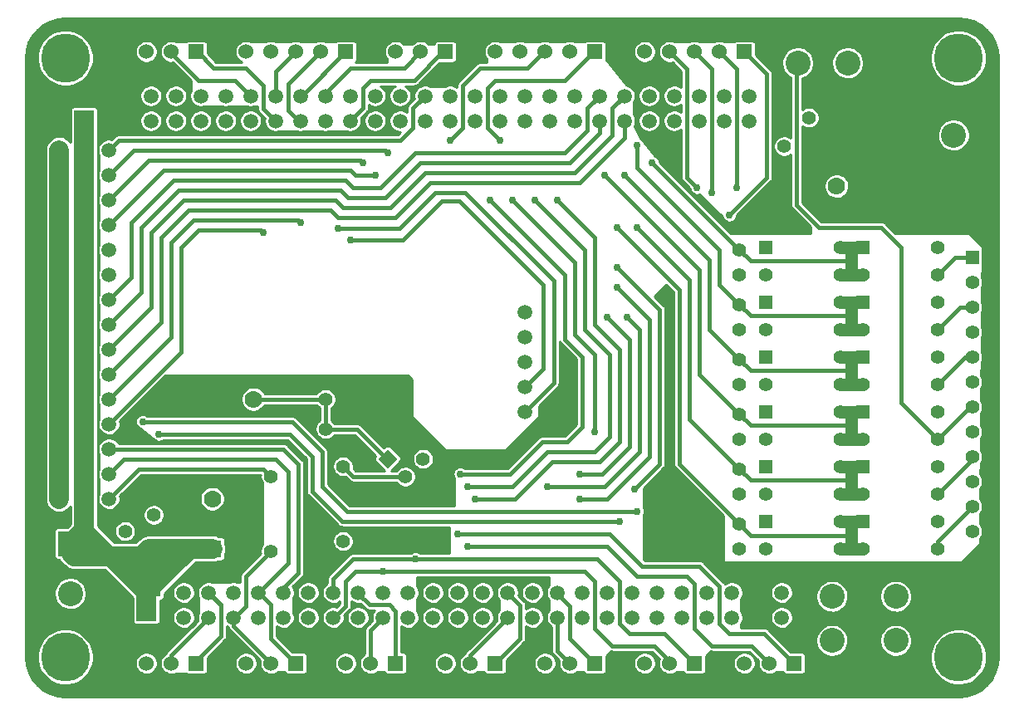
<source format=gtl>
G04 (created by PCBNEW (2013-07-07 BZR 4022)-stable) date 07/04/2014 23:08:49*
%MOIN*%
G04 Gerber Fmt 3.4, Leading zero omitted, Abs format*
%FSLAX34Y34*%
G01*
G70*
G90*
G04 APERTURE LIST*
%ADD10C,0.00590551*%
%ADD11C,0.0590551*%
%ADD12R,0.08X0.08*%
%ADD13R,0.03X0.12*%
%ADD14R,0.12X0.03*%
%ADD15R,0.055X0.055*%
%ADD16C,0.055*%
%ADD17R,0.06X0.06*%
%ADD18C,0.06*%
%ADD19R,0.1X0.1*%
%ADD20C,0.1*%
%ADD21C,0.19685*%
%ADD22C,0.07*%
%ADD23R,0.07X0.07*%
%ADD24C,0.0295*%
%ADD25C,0.03*%
%ADD26C,0.016*%
%ADD27C,0.08*%
%ADD28C,0.05*%
%ADD29C,0.01*%
G04 APERTURE END LIST*
G54D10*
G54D11*
X38300Y-34500D03*
X39300Y-34500D03*
X40300Y-34500D03*
X38300Y-35500D03*
X39300Y-35500D03*
X40300Y-35500D03*
X38300Y-36500D03*
X39300Y-36500D03*
X40300Y-36500D03*
X38300Y-37500D03*
X39300Y-37500D03*
X40300Y-37500D03*
X38300Y-38500D03*
X39300Y-38500D03*
X40300Y-38500D03*
X38300Y-39500D03*
X39300Y-39500D03*
X40300Y-39500D03*
X38300Y-40500D03*
X39300Y-40500D03*
X40300Y-40500D03*
X38300Y-41500D03*
X39300Y-41500D03*
X40300Y-41500D03*
X38300Y-42500D03*
X39300Y-42500D03*
X40300Y-42500D03*
X38300Y-43500D03*
X39300Y-43500D03*
X40300Y-43500D03*
X38300Y-44500D03*
X39300Y-44500D03*
X40300Y-44500D03*
X38300Y-45500D03*
X39300Y-45500D03*
X40300Y-45500D03*
X38300Y-46500D03*
X39300Y-46500D03*
X40300Y-46500D03*
X38300Y-47500D03*
X39300Y-47500D03*
X40300Y-47500D03*
X38300Y-48500D03*
X39300Y-48500D03*
X40300Y-48500D03*
G54D12*
X39300Y-33300D03*
G54D13*
X38650Y-33100D03*
X39950Y-33100D03*
G54D14*
X39250Y-32650D03*
G54D12*
X41800Y-53000D03*
G54D13*
X42450Y-53200D03*
X41150Y-53200D03*
G54D14*
X41850Y-53650D03*
G54D11*
X57000Y-42000D03*
X57000Y-41000D03*
X57000Y-43000D03*
X57000Y-44000D03*
X57000Y-45000D03*
X67300Y-52269D03*
X67300Y-53269D03*
X66300Y-52269D03*
X66300Y-53269D03*
X65300Y-52269D03*
X65300Y-53269D03*
X64300Y-52269D03*
X64300Y-53269D03*
X63300Y-52269D03*
X63300Y-53269D03*
X62300Y-52269D03*
X62300Y-53269D03*
X61300Y-52269D03*
X61300Y-53269D03*
X60300Y-52269D03*
X60300Y-53269D03*
X59300Y-52269D03*
X59300Y-53269D03*
X58300Y-52269D03*
X58300Y-53269D03*
X57300Y-52269D03*
X57300Y-53269D03*
X56300Y-52269D03*
X56300Y-53269D03*
X55300Y-52269D03*
X55300Y-53269D03*
X54300Y-52269D03*
X54300Y-53269D03*
X53300Y-52269D03*
X53300Y-53269D03*
X52300Y-52269D03*
X52300Y-53269D03*
X51300Y-52269D03*
X51300Y-53269D03*
X50300Y-52269D03*
X50300Y-53269D03*
X49300Y-52269D03*
X49300Y-53269D03*
X48300Y-52269D03*
X48300Y-53269D03*
X47300Y-52269D03*
X47300Y-53269D03*
X46300Y-52269D03*
X46300Y-53269D03*
X45300Y-52269D03*
X45300Y-53269D03*
X44300Y-52269D03*
X44300Y-53269D03*
X43300Y-52269D03*
X43300Y-53269D03*
G54D15*
X74950Y-38800D03*
G54D16*
X74950Y-39800D03*
X74950Y-40800D03*
X74950Y-41800D03*
X74950Y-42800D03*
X74950Y-43800D03*
X74950Y-44800D03*
X74950Y-45800D03*
X74950Y-46800D03*
X74950Y-47800D03*
X74950Y-48800D03*
X74950Y-49800D03*
G54D17*
X47800Y-55100D03*
G54D18*
X46800Y-55100D03*
X45800Y-55100D03*
X44800Y-55100D03*
G54D17*
X53800Y-30550D03*
G54D18*
X52800Y-30550D03*
X51800Y-30550D03*
X50800Y-30550D03*
G54D17*
X59800Y-55100D03*
G54D18*
X58800Y-55100D03*
X57800Y-55100D03*
X56800Y-55100D03*
G54D17*
X43800Y-55100D03*
G54D18*
X42800Y-55100D03*
X41800Y-55100D03*
X40800Y-55100D03*
G54D17*
X51800Y-55100D03*
G54D18*
X50800Y-55100D03*
X49800Y-55100D03*
X48800Y-55100D03*
G54D17*
X63800Y-55100D03*
G54D18*
X62800Y-55100D03*
X61800Y-55100D03*
X60800Y-55100D03*
G54D17*
X43800Y-30550D03*
G54D18*
X42800Y-30550D03*
X41800Y-30550D03*
X40800Y-30550D03*
G54D17*
X67800Y-55100D03*
G54D18*
X66800Y-55100D03*
X65800Y-55100D03*
X64800Y-55100D03*
G54D17*
X55800Y-55100D03*
G54D18*
X54800Y-55100D03*
X53800Y-55100D03*
X52800Y-55100D03*
G54D11*
X65987Y-32329D03*
X65987Y-33329D03*
X64987Y-32329D03*
X64987Y-33329D03*
X63987Y-32329D03*
X63987Y-33329D03*
X62987Y-32329D03*
X62987Y-33329D03*
X61987Y-32329D03*
X61987Y-33329D03*
X60987Y-32329D03*
X60987Y-33329D03*
X59987Y-32329D03*
X59987Y-33329D03*
X58987Y-32329D03*
X58987Y-33329D03*
X57987Y-32329D03*
X57987Y-33329D03*
X56987Y-32329D03*
X56987Y-33329D03*
X55987Y-32329D03*
X55987Y-33329D03*
X54987Y-32329D03*
X54987Y-33329D03*
X53987Y-32329D03*
X53987Y-33329D03*
X52987Y-32329D03*
X52987Y-33329D03*
X51987Y-32329D03*
X51987Y-33329D03*
X50987Y-32329D03*
X50987Y-33329D03*
X49987Y-32329D03*
X49987Y-33329D03*
X48987Y-32329D03*
X48987Y-33329D03*
X47987Y-32329D03*
X47987Y-33329D03*
X46987Y-32329D03*
X46987Y-33329D03*
X45987Y-32329D03*
X45987Y-33329D03*
X44987Y-32329D03*
X44987Y-33329D03*
X43987Y-32329D03*
X43987Y-33329D03*
X42987Y-32329D03*
X42987Y-33329D03*
X41987Y-32329D03*
X41987Y-33329D03*
G54D17*
X59800Y-30550D03*
G54D18*
X58800Y-30550D03*
X57800Y-30550D03*
X56800Y-30550D03*
X55800Y-30550D03*
X54800Y-30550D03*
G54D17*
X65800Y-30550D03*
G54D18*
X64800Y-30550D03*
X63800Y-30550D03*
X62800Y-30550D03*
X61800Y-30550D03*
X60800Y-30550D03*
G54D17*
X49800Y-30550D03*
G54D18*
X48800Y-30550D03*
X47800Y-30550D03*
X46800Y-30550D03*
X45800Y-30550D03*
X44800Y-30550D03*
G54D19*
X38750Y-50300D03*
G54D20*
X38750Y-52300D03*
G54D16*
X65600Y-45100D03*
X65600Y-46100D03*
G54D21*
X38550Y-54850D03*
X38550Y-30800D03*
X74400Y-30800D03*
X74400Y-54850D03*
G54D22*
X44100Y-44500D03*
X46100Y-44500D03*
G54D20*
X71879Y-52414D03*
X69320Y-52414D03*
X69320Y-54185D03*
X71879Y-54185D03*
G54D19*
X71950Y-31000D03*
G54D20*
X69950Y-31000D03*
X67950Y-31000D03*
G54D16*
X65600Y-47300D03*
X65600Y-48300D03*
X65600Y-49500D03*
X65600Y-50500D03*
X68400Y-34350D03*
X67400Y-34350D03*
X46800Y-50600D03*
X46800Y-47600D03*
X73550Y-43900D03*
X70550Y-43900D03*
X69650Y-43900D03*
X66650Y-43900D03*
X73550Y-46100D03*
X70550Y-46100D03*
X69650Y-41700D03*
X66650Y-41700D03*
X73550Y-41700D03*
X70550Y-41700D03*
X69650Y-46100D03*
X66650Y-46100D03*
X69650Y-48300D03*
X66650Y-48300D03*
X69650Y-39500D03*
X66650Y-39500D03*
X73550Y-39500D03*
X70550Y-39500D03*
X73550Y-50500D03*
X70550Y-50500D03*
X69650Y-50500D03*
X66650Y-50500D03*
G54D15*
X70550Y-40600D03*
G54D16*
X73550Y-40600D03*
G54D15*
X52000Y-45700D03*
G54D16*
X49000Y-45700D03*
G54D15*
X42100Y-52150D03*
G54D16*
X42100Y-49150D03*
G54D15*
X71400Y-33200D03*
G54D16*
X68400Y-33200D03*
G54D15*
X70550Y-49400D03*
G54D16*
X73550Y-49400D03*
G54D15*
X66650Y-49400D03*
G54D16*
X69650Y-49400D03*
G54D15*
X70550Y-47200D03*
G54D16*
X73550Y-47200D03*
G54D15*
X66650Y-47200D03*
G54D16*
X69650Y-47200D03*
G54D15*
X66650Y-38400D03*
G54D16*
X69650Y-38400D03*
G54D15*
X70550Y-45000D03*
G54D16*
X73550Y-45000D03*
G54D15*
X66650Y-45000D03*
G54D16*
X69650Y-45000D03*
G54D15*
X70550Y-38400D03*
G54D16*
X73550Y-38400D03*
G54D15*
X66650Y-40600D03*
G54D16*
X69650Y-40600D03*
G54D15*
X70550Y-42800D03*
G54D16*
X73550Y-42800D03*
G54D15*
X66650Y-42800D03*
G54D16*
X69650Y-42800D03*
X73550Y-48300D03*
X70550Y-48300D03*
X49700Y-50200D03*
X49700Y-47200D03*
X49000Y-44500D03*
X52000Y-44500D03*
G54D20*
X74200Y-35900D03*
X74200Y-33900D03*
G54D10*
G36*
X51881Y-46900D02*
X51492Y-47288D01*
X51103Y-46900D01*
X51492Y-46511D01*
X51881Y-46900D01*
X51881Y-46900D01*
G37*
G54D16*
X52200Y-47607D03*
X52907Y-46900D03*
X65600Y-42900D03*
X65600Y-43900D03*
X40950Y-50800D03*
X40950Y-49800D03*
X65600Y-40700D03*
X65600Y-41700D03*
X65600Y-38500D03*
X65600Y-39500D03*
G54D23*
X71500Y-35950D03*
G54D22*
X69500Y-35950D03*
G54D23*
X44450Y-50500D03*
G54D22*
X44450Y-48500D03*
G54D24*
X69100Y-37100D03*
X65700Y-37500D03*
X62800Y-40550D03*
X66000Y-37200D03*
X62800Y-40950D03*
X67700Y-37100D03*
X69500Y-37100D03*
X67300Y-37100D03*
X43400Y-47900D03*
X43100Y-48200D03*
X58700Y-43000D03*
X62800Y-44650D03*
X58700Y-44650D03*
X60200Y-35500D03*
X62100Y-35000D03*
X50000Y-38100D03*
X49500Y-37650D03*
X48000Y-37400D03*
X46500Y-37800D03*
X65200Y-37100D03*
X61100Y-41200D03*
X57900Y-48000D03*
X59200Y-47500D03*
X60300Y-41200D03*
X65500Y-36000D03*
X59200Y-48500D03*
X60700Y-40000D03*
X64500Y-36200D03*
X61500Y-37600D03*
X58300Y-36500D03*
X56000Y-34100D03*
X55000Y-48500D03*
X52600Y-50900D03*
X57400Y-36500D03*
X54700Y-48000D03*
X51300Y-51400D03*
X54000Y-34100D03*
X55600Y-36500D03*
X54400Y-47500D03*
X60700Y-37600D03*
X61000Y-35500D03*
X61500Y-34300D03*
X54300Y-49900D03*
X54700Y-50400D03*
X51500Y-34600D03*
X50500Y-35000D03*
X51000Y-35500D03*
X61400Y-48100D03*
X60700Y-39200D03*
X63900Y-36000D03*
X56500Y-36500D03*
X59800Y-45800D03*
X42300Y-45900D03*
X60800Y-49400D03*
X41650Y-45400D03*
X61500Y-49000D03*
G54D25*
X66000Y-37200D02*
X65700Y-37500D01*
X62800Y-40950D02*
X62800Y-40550D01*
X67300Y-37100D02*
X66100Y-37100D01*
X66100Y-37100D02*
X66000Y-37200D01*
X62800Y-40950D02*
X62800Y-42100D01*
X71500Y-35950D02*
X70650Y-35950D01*
X70650Y-35950D02*
X69500Y-37100D01*
X43100Y-48200D02*
X43400Y-47900D01*
X58700Y-43000D02*
X58700Y-44650D01*
G54D26*
X74950Y-38800D02*
X74250Y-38800D01*
X74250Y-38800D02*
X73550Y-39500D01*
X74950Y-40800D02*
X74450Y-40800D01*
X74450Y-40800D02*
X73550Y-41700D01*
X74950Y-42800D02*
X74650Y-42800D01*
X74650Y-42800D02*
X73550Y-43900D01*
X68800Y-37600D02*
X67900Y-36700D01*
X67900Y-36700D02*
X67900Y-31050D01*
X67900Y-31050D02*
X67950Y-31000D01*
X74950Y-44800D02*
X74850Y-44800D01*
X74850Y-44800D02*
X73550Y-46100D01*
X72100Y-44650D02*
X72100Y-38400D01*
X72100Y-44650D02*
X73550Y-46100D01*
X68800Y-37600D02*
X71300Y-37600D01*
X72100Y-38400D02*
X71300Y-37600D01*
X74950Y-46800D02*
X74950Y-46900D01*
X74950Y-46900D02*
X73550Y-48300D01*
X73550Y-50500D02*
X73550Y-50200D01*
X73550Y-50200D02*
X74950Y-48800D01*
G54D27*
X38300Y-34500D02*
X38300Y-48500D01*
G54D26*
X52200Y-47607D02*
X50107Y-47607D01*
X50107Y-47607D02*
X49700Y-47200D01*
X41500Y-47300D02*
X46500Y-47300D01*
X46500Y-47300D02*
X46800Y-47600D01*
X41500Y-47300D02*
X40300Y-48500D01*
X51492Y-46900D02*
X51450Y-46900D01*
X50250Y-45700D02*
X49000Y-45700D01*
X51450Y-46900D02*
X50250Y-45700D01*
X49000Y-44500D02*
X46100Y-44500D01*
X49000Y-44500D02*
X49000Y-45700D01*
X42400Y-38000D02*
X42400Y-41400D01*
X42400Y-41400D02*
X40300Y-43500D01*
X60987Y-33329D02*
X60987Y-34017D01*
X60987Y-34017D02*
X59199Y-35804D01*
X54400Y-35797D02*
X53202Y-35797D01*
X54400Y-35797D02*
X59199Y-35804D01*
X43500Y-36900D02*
X49200Y-36900D01*
X42400Y-38000D02*
X43500Y-36900D01*
X51800Y-37200D02*
X49500Y-37200D01*
X49200Y-36900D02*
X49500Y-37200D01*
X53202Y-35797D02*
X51800Y-37200D01*
X42000Y-37800D02*
X42000Y-40800D01*
X42000Y-40800D02*
X40300Y-42500D01*
X60500Y-33900D02*
X59000Y-35400D01*
X59000Y-35400D02*
X53000Y-35400D01*
X49400Y-36500D02*
X43300Y-36500D01*
X42000Y-37800D02*
X43300Y-36500D01*
X49400Y-36500D02*
X49700Y-36800D01*
X49700Y-36800D02*
X51600Y-36800D01*
X53000Y-35400D02*
X51600Y-36800D01*
X60500Y-33900D02*
X60500Y-32816D01*
X60500Y-32816D02*
X60987Y-32329D01*
X47300Y-46500D02*
X47900Y-47100D01*
X47300Y-46500D02*
X40300Y-46500D01*
X47900Y-47100D02*
X47900Y-51469D01*
X47300Y-52269D02*
X47300Y-52069D01*
X47300Y-52069D02*
X47900Y-51469D01*
X41600Y-37600D02*
X41600Y-40200D01*
X41600Y-40200D02*
X40300Y-41500D01*
X59987Y-33329D02*
X59987Y-33812D01*
X59987Y-33812D02*
X58800Y-35000D01*
X58800Y-35000D02*
X52800Y-35000D01*
X52800Y-35000D02*
X51400Y-36400D01*
X43100Y-36100D02*
X49600Y-36100D01*
X41600Y-37600D02*
X43100Y-36100D01*
X49900Y-36400D02*
X51400Y-36400D01*
X49600Y-36100D02*
X49900Y-36400D01*
X41200Y-37400D02*
X41200Y-39600D01*
X41200Y-39600D02*
X40300Y-40500D01*
X58600Y-34600D02*
X52600Y-34600D01*
X52600Y-34600D02*
X51200Y-36000D01*
X49800Y-35700D02*
X42900Y-35700D01*
X49800Y-35700D02*
X50100Y-36000D01*
X59500Y-32816D02*
X59987Y-32329D01*
X59500Y-33700D02*
X59500Y-32816D01*
X59500Y-33700D02*
X58600Y-34600D01*
X50100Y-36000D02*
X51200Y-36000D01*
X41200Y-37400D02*
X42900Y-35700D01*
X64000Y-43500D02*
X64000Y-39300D01*
X65600Y-45100D02*
X64000Y-43500D01*
X65600Y-45100D02*
X66050Y-45550D01*
X70050Y-45550D02*
X70100Y-45500D01*
X66050Y-45550D02*
X70050Y-45550D01*
G54D28*
X70100Y-45000D02*
X70100Y-45500D01*
X70100Y-45500D02*
X70100Y-46100D01*
G54D26*
X64000Y-39300D02*
X60200Y-35500D01*
G54D28*
X70550Y-46100D02*
X70100Y-46100D01*
X70100Y-46100D02*
X69650Y-46100D01*
X70550Y-45000D02*
X70100Y-45000D01*
X70100Y-45000D02*
X69650Y-45000D01*
G54D26*
X47000Y-46900D02*
X40900Y-46900D01*
X40900Y-46900D02*
X40300Y-47500D01*
X47500Y-47400D02*
X47000Y-46900D01*
X46300Y-52269D02*
X47500Y-51069D01*
X47500Y-51069D02*
X47500Y-47400D01*
X46300Y-52269D02*
X46319Y-52269D01*
X46319Y-52269D02*
X46800Y-52750D01*
X46800Y-52750D02*
X46800Y-54100D01*
X46800Y-54100D02*
X47800Y-55100D01*
X65600Y-38500D02*
X66050Y-38950D01*
X66050Y-38950D02*
X70100Y-38950D01*
X65600Y-38500D02*
X62100Y-35000D01*
G54D28*
X70100Y-38400D02*
X70100Y-38950D01*
X70100Y-38950D02*
X70100Y-39500D01*
X70550Y-39500D02*
X70100Y-39500D01*
X70100Y-39500D02*
X69650Y-39500D01*
X69650Y-38400D02*
X70100Y-38400D01*
X70100Y-38400D02*
X70550Y-38400D01*
G54D26*
X57725Y-39925D02*
X57725Y-43275D01*
X57725Y-43275D02*
X57000Y-44000D01*
X53650Y-36550D02*
X54350Y-36550D01*
X54350Y-36550D02*
X57725Y-39925D01*
X50000Y-38100D02*
X52100Y-38100D01*
X52100Y-38100D02*
X53650Y-36550D01*
X50500Y-32800D02*
X50500Y-32000D01*
X50500Y-32000D02*
X50800Y-31700D01*
X53800Y-30550D02*
X53700Y-30550D01*
X50800Y-31700D02*
X52550Y-31700D01*
X53700Y-30550D02*
X52550Y-31700D01*
X49987Y-33329D02*
X49987Y-33312D01*
X49987Y-33312D02*
X50500Y-32800D01*
X58150Y-39750D02*
X58150Y-43850D01*
X58150Y-43850D02*
X57000Y-45000D01*
X49500Y-37650D02*
X51950Y-37650D01*
X54600Y-36200D02*
X58150Y-39750D01*
X53400Y-36200D02*
X54600Y-36200D01*
X51950Y-37650D02*
X53400Y-36200D01*
X48987Y-32329D02*
X48987Y-32212D01*
X48987Y-32212D02*
X50000Y-31200D01*
X50000Y-31200D02*
X52150Y-31200D01*
X52150Y-31200D02*
X52800Y-30550D01*
X47987Y-32329D02*
X48020Y-32329D01*
X48020Y-32329D02*
X49800Y-30550D01*
X42800Y-38200D02*
X42800Y-42000D01*
X42800Y-42000D02*
X40300Y-44500D01*
X47900Y-37300D02*
X48000Y-37400D01*
X42800Y-38200D02*
X43700Y-37300D01*
X43700Y-37300D02*
X47900Y-37300D01*
X47987Y-33329D02*
X47929Y-33329D01*
X47929Y-33329D02*
X47500Y-32900D01*
X47500Y-32900D02*
X47500Y-31850D01*
X47500Y-31850D02*
X48800Y-30550D01*
X43200Y-38400D02*
X43200Y-42600D01*
X43200Y-42600D02*
X40300Y-45500D01*
X43900Y-37700D02*
X46400Y-37700D01*
X46400Y-37700D02*
X46500Y-37800D01*
X43200Y-38400D02*
X43900Y-37700D01*
X46987Y-32329D02*
X46987Y-31362D01*
X46987Y-31362D02*
X47800Y-30550D01*
X61597Y-46602D02*
X60200Y-48000D01*
X61597Y-46602D02*
X61597Y-41697D01*
X61597Y-41697D02*
X61100Y-41200D01*
X66700Y-31450D02*
X66700Y-35600D01*
X66700Y-35600D02*
X65200Y-37100D01*
X66700Y-31450D02*
X65800Y-30550D01*
X60200Y-48000D02*
X57900Y-48000D01*
X61200Y-42100D02*
X61200Y-46400D01*
X61200Y-46400D02*
X60100Y-47500D01*
X61200Y-42100D02*
X60300Y-41200D01*
X64800Y-30550D02*
X65500Y-31250D01*
X59200Y-47500D02*
X60100Y-47500D01*
X65500Y-31250D02*
X65500Y-36000D01*
X62000Y-41300D02*
X62000Y-46800D01*
X62000Y-46800D02*
X60300Y-48500D01*
X63800Y-30550D02*
X64500Y-31250D01*
X64500Y-31250D02*
X64500Y-36200D01*
X59200Y-48500D02*
X60300Y-48500D01*
X62000Y-41300D02*
X60700Y-40000D01*
X56800Y-54100D02*
X56800Y-52769D01*
X56800Y-52769D02*
X56300Y-52269D01*
X56800Y-54100D02*
X55800Y-55100D01*
X54800Y-55100D02*
X54800Y-54769D01*
X54800Y-54769D02*
X56300Y-53269D01*
X58300Y-52269D02*
X58300Y-52300D01*
X58300Y-52300D02*
X58800Y-52800D01*
X58800Y-52800D02*
X58800Y-54100D01*
X58800Y-54100D02*
X59800Y-55100D01*
X58300Y-53269D02*
X58300Y-54600D01*
X58300Y-54600D02*
X58800Y-55100D01*
X65600Y-47300D02*
X63600Y-45300D01*
X63600Y-45300D02*
X63600Y-39700D01*
X65600Y-47300D02*
X66050Y-47750D01*
X70050Y-47750D02*
X70100Y-47700D01*
X66050Y-47750D02*
X70050Y-47750D01*
G54D28*
X70100Y-47200D02*
X70100Y-47700D01*
X70100Y-47700D02*
X70100Y-48300D01*
G54D26*
X63600Y-39700D02*
X61500Y-37600D01*
G54D28*
X70550Y-48300D02*
X70100Y-48300D01*
X70100Y-48300D02*
X69650Y-48300D01*
X70550Y-47200D02*
X70100Y-47200D01*
X70100Y-47200D02*
X69650Y-47200D01*
G54D26*
X60800Y-42500D02*
X60800Y-46200D01*
X60000Y-47000D02*
X58100Y-47000D01*
X60800Y-46200D02*
X60000Y-47000D01*
X55500Y-32000D02*
X55500Y-33600D01*
X55500Y-33600D02*
X56000Y-34100D01*
X59800Y-41500D02*
X59800Y-38000D01*
X59800Y-38000D02*
X58300Y-36500D01*
X56600Y-48500D02*
X58100Y-47000D01*
X56600Y-48500D02*
X55000Y-48500D01*
X60800Y-42500D02*
X59800Y-41500D01*
X59800Y-30550D02*
X59750Y-30550D01*
X59750Y-30550D02*
X58600Y-31700D01*
X58600Y-31700D02*
X55800Y-31700D01*
X55800Y-31700D02*
X55500Y-32000D01*
X49300Y-52269D02*
X49300Y-51700D01*
X49300Y-51700D02*
X50100Y-50900D01*
X50100Y-50900D02*
X52600Y-50900D01*
X59898Y-50898D02*
X60800Y-51800D01*
X59801Y-50898D02*
X59799Y-50897D01*
X61200Y-53900D02*
X60800Y-53500D01*
X62600Y-53900D02*
X61200Y-53900D01*
X63800Y-55100D02*
X62600Y-53900D01*
X60800Y-53500D02*
X60800Y-51800D01*
X59799Y-50897D02*
X52600Y-50900D01*
X59801Y-50898D02*
X59898Y-50898D01*
X54700Y-48000D02*
X56500Y-48000D01*
X60400Y-42700D02*
X60400Y-46000D01*
X59400Y-38500D02*
X57400Y-36500D01*
X59400Y-41700D02*
X59400Y-38500D01*
X59400Y-41700D02*
X60400Y-42700D01*
X57900Y-46600D02*
X56500Y-48000D01*
X60400Y-46000D02*
X59800Y-46600D01*
X59800Y-46600D02*
X57900Y-46600D01*
X59800Y-51800D02*
X59800Y-53700D01*
X60500Y-54400D02*
X62200Y-54400D01*
X59800Y-53700D02*
X60500Y-54400D01*
X49300Y-53269D02*
X49330Y-53269D01*
X49330Y-53269D02*
X49801Y-52798D01*
X49801Y-52798D02*
X49801Y-51798D01*
X49801Y-51798D02*
X50200Y-51400D01*
X50200Y-51400D02*
X51300Y-51400D01*
X49800Y-52800D02*
X49801Y-51798D01*
X49330Y-53269D02*
X49800Y-52800D01*
X49801Y-51798D02*
X49801Y-51798D01*
X59800Y-51800D02*
X59400Y-51400D01*
X62800Y-55100D02*
X62800Y-55000D01*
X62800Y-55000D02*
X62200Y-54400D01*
X59400Y-51400D02*
X51300Y-51400D01*
X58600Y-39500D02*
X58600Y-42100D01*
X58600Y-42100D02*
X59300Y-42800D01*
X58700Y-46200D02*
X57700Y-46200D01*
X59300Y-45600D02*
X58700Y-46200D01*
X59300Y-42800D02*
X59300Y-45600D01*
X54500Y-31900D02*
X54500Y-33600D01*
X57800Y-30550D02*
X57750Y-30550D01*
X57750Y-30550D02*
X57100Y-31200D01*
X57100Y-31200D02*
X55200Y-31200D01*
X55200Y-31200D02*
X54500Y-31900D01*
X54500Y-33600D02*
X54000Y-34100D01*
X57700Y-46200D02*
X56400Y-47500D01*
X58600Y-39500D02*
X55600Y-36500D01*
X56400Y-47500D02*
X54400Y-47500D01*
X50300Y-52269D02*
X50300Y-52300D01*
X50300Y-52300D02*
X50750Y-52750D01*
X50750Y-52750D02*
X51550Y-52750D01*
X51550Y-52750D02*
X51800Y-53000D01*
X51800Y-53000D02*
X51800Y-55100D01*
X65600Y-49500D02*
X63200Y-47100D01*
X65600Y-49500D02*
X66075Y-49975D01*
X70025Y-49975D02*
X70100Y-50050D01*
X66075Y-49975D02*
X70025Y-49975D01*
G54D28*
X70100Y-50500D02*
X70100Y-50050D01*
X70100Y-50050D02*
X70100Y-49400D01*
G54D26*
X63200Y-47100D02*
X63200Y-40100D01*
X63200Y-40100D02*
X60700Y-37600D01*
G54D28*
X70550Y-50500D02*
X70100Y-50500D01*
X70100Y-50500D02*
X69650Y-50500D01*
X70550Y-49400D02*
X70100Y-49400D01*
X70100Y-49400D02*
X69650Y-49400D01*
G54D26*
X64400Y-41700D02*
X64400Y-38900D01*
X65600Y-42900D02*
X64400Y-41700D01*
X65600Y-42900D02*
X66050Y-43350D01*
X69950Y-43350D02*
X70100Y-43200D01*
X66050Y-43350D02*
X69950Y-43350D01*
G54D28*
X70100Y-42800D02*
X70100Y-43200D01*
X70100Y-43200D02*
X70100Y-43900D01*
G54D26*
X64400Y-38900D02*
X61000Y-35500D01*
G54D28*
X70550Y-43900D02*
X70100Y-43900D01*
X70100Y-43900D02*
X69650Y-43900D01*
X70550Y-42800D02*
X70100Y-42800D01*
X70100Y-42800D02*
X69650Y-42800D01*
G54D26*
X61500Y-35200D02*
X61500Y-34300D01*
X64800Y-38500D02*
X61500Y-35200D01*
X64800Y-39900D02*
X64800Y-38500D01*
X65600Y-40700D02*
X64800Y-39900D01*
X65600Y-40700D02*
X66050Y-41150D01*
X70050Y-41150D02*
X70100Y-41100D01*
X66050Y-41150D02*
X70050Y-41150D01*
G54D28*
X70100Y-40600D02*
X70100Y-41100D01*
X70100Y-41100D02*
X70100Y-41700D01*
X70550Y-41700D02*
X70100Y-41700D01*
X70100Y-41700D02*
X69650Y-41700D01*
X70550Y-40600D02*
X70100Y-40600D01*
X70100Y-40600D02*
X69650Y-40600D01*
G54D26*
X43800Y-55100D02*
X43800Y-55000D01*
X43800Y-55000D02*
X44800Y-54000D01*
X44800Y-54000D02*
X44800Y-52769D01*
X44800Y-52769D02*
X44300Y-52269D01*
X44800Y-54000D02*
X44800Y-52750D01*
X44800Y-52750D02*
X44469Y-52419D01*
X44469Y-52419D02*
X44300Y-52269D01*
X42800Y-55100D02*
X42800Y-54769D01*
X42800Y-54769D02*
X44300Y-53269D01*
X45800Y-52800D02*
X45800Y-51600D01*
X45800Y-51600D02*
X46800Y-50600D01*
X45300Y-53269D02*
X45330Y-53269D01*
X45330Y-53269D02*
X45800Y-52800D01*
X45300Y-53269D02*
X45300Y-53600D01*
X45300Y-53600D02*
X46800Y-55100D01*
X51300Y-53269D02*
X50800Y-53769D01*
X50800Y-53769D02*
X50800Y-55100D01*
X54300Y-49900D02*
X60400Y-49900D01*
X64000Y-51200D02*
X64800Y-52000D01*
X67800Y-55100D02*
X66600Y-53900D01*
X65200Y-53900D02*
X66600Y-53900D01*
X64800Y-53500D02*
X65200Y-53900D01*
X64800Y-52000D02*
X64800Y-53500D01*
X61700Y-51200D02*
X64000Y-51200D01*
X60400Y-49900D02*
X61700Y-51200D01*
X54700Y-50400D02*
X60300Y-50400D01*
X66800Y-55100D02*
X66100Y-54400D01*
X64500Y-54400D02*
X66100Y-54400D01*
X63800Y-53700D02*
X64500Y-54400D01*
X63800Y-51900D02*
X63800Y-53700D01*
X61500Y-51600D02*
X63500Y-51600D01*
X63800Y-51900D02*
X63500Y-51600D01*
X60300Y-50400D02*
X61500Y-51600D01*
X46500Y-32842D02*
X46500Y-31900D01*
X45800Y-31200D02*
X44500Y-31200D01*
X46500Y-31900D02*
X45800Y-31200D01*
X43850Y-30550D02*
X44500Y-31200D01*
X43800Y-30550D02*
X43850Y-30550D01*
X46500Y-32842D02*
X46987Y-33329D01*
X42800Y-30550D02*
X42800Y-30600D01*
X42800Y-30600D02*
X43900Y-31700D01*
X43900Y-31700D02*
X45357Y-31700D01*
X45357Y-31700D02*
X45987Y-32329D01*
X51400Y-34500D02*
X41300Y-34500D01*
X41300Y-34500D02*
X40300Y-35500D01*
X51400Y-34500D02*
X51500Y-34600D01*
X50400Y-34900D02*
X41900Y-34900D01*
X41900Y-34900D02*
X40300Y-36500D01*
X50400Y-34900D02*
X50500Y-35000D01*
X50000Y-35300D02*
X42500Y-35300D01*
X42500Y-35300D02*
X40300Y-37500D01*
X50000Y-35300D02*
X50200Y-35500D01*
X50200Y-35500D02*
X51000Y-35500D01*
X62400Y-40900D02*
X62400Y-47100D01*
X62400Y-47100D02*
X61400Y-48100D01*
X60700Y-39200D02*
X62400Y-40900D01*
X63500Y-35600D02*
X63500Y-31250D01*
X63500Y-31250D02*
X62800Y-30550D01*
X63900Y-36000D02*
X63500Y-35600D01*
X59800Y-45800D02*
X59800Y-42700D01*
X59800Y-42700D02*
X59000Y-41900D01*
X59000Y-41900D02*
X59000Y-39000D01*
X59000Y-39000D02*
X56500Y-36500D01*
X60800Y-49400D02*
X49650Y-49400D01*
X49650Y-49400D02*
X48450Y-48200D01*
X42300Y-45900D02*
X47550Y-45900D01*
X47550Y-45900D02*
X48450Y-46800D01*
X48450Y-48200D02*
X48450Y-46800D01*
X61500Y-49000D02*
X49850Y-49000D01*
X49850Y-49000D02*
X48850Y-48000D01*
X41650Y-45400D02*
X47650Y-45400D01*
X47650Y-45400D02*
X48850Y-46600D01*
X48850Y-48000D02*
X48850Y-46600D01*
X52000Y-34100D02*
X40700Y-34100D01*
X40700Y-34100D02*
X40300Y-34500D01*
X52500Y-32816D02*
X52987Y-32329D01*
X52500Y-33600D02*
X52500Y-32816D01*
X52000Y-34100D02*
X52500Y-33600D01*
G54D27*
X43100Y-50950D02*
X42100Y-50950D01*
X42100Y-50950D02*
X41600Y-51450D01*
X40950Y-50800D02*
X42150Y-50800D01*
X42150Y-50800D02*
X42400Y-51050D01*
X38750Y-50300D02*
X39300Y-50300D01*
X39300Y-50300D02*
X39800Y-50800D01*
X39800Y-50800D02*
X39800Y-50300D01*
X44450Y-50500D02*
X41900Y-50500D01*
X41900Y-50500D02*
X41600Y-50800D01*
X41600Y-50800D02*
X40300Y-50800D01*
X40300Y-50800D02*
X39800Y-50300D01*
X39800Y-50300D02*
X39300Y-49800D01*
X44450Y-50500D02*
X43550Y-50500D01*
X43550Y-50500D02*
X43100Y-50950D01*
X43100Y-50950D02*
X41800Y-52250D01*
X41800Y-52250D02*
X41800Y-53000D01*
X38750Y-50300D02*
X38750Y-50650D01*
X38750Y-50650D02*
X38900Y-50800D01*
X38900Y-50800D02*
X40350Y-50800D01*
X40350Y-50800D02*
X41800Y-52250D01*
X41800Y-52250D02*
X41800Y-53000D01*
X39300Y-33300D02*
X39300Y-34500D01*
X39300Y-34500D02*
X39300Y-49800D01*
X39300Y-49800D02*
X39300Y-49750D01*
X39300Y-49750D02*
X38750Y-50300D01*
G54D10*
G36*
X75995Y-54842D02*
X75963Y-55159D01*
X75873Y-55457D01*
X75727Y-55732D01*
X75534Y-55969D01*
X75534Y-54738D01*
X75534Y-30688D01*
X75491Y-30470D01*
X75406Y-30264D01*
X75283Y-30079D01*
X75126Y-29921D01*
X74942Y-29797D01*
X74737Y-29711D01*
X74519Y-29666D01*
X74296Y-29664D01*
X74078Y-29706D01*
X73871Y-29789D01*
X73685Y-29911D01*
X73526Y-30067D01*
X73401Y-30250D01*
X73313Y-30455D01*
X73267Y-30672D01*
X73264Y-30895D01*
X73304Y-31114D01*
X73386Y-31320D01*
X73506Y-31507D01*
X73661Y-31667D01*
X73843Y-31794D01*
X74047Y-31883D01*
X74265Y-31931D01*
X74487Y-31936D01*
X74706Y-31897D01*
X74913Y-31817D01*
X75101Y-31698D01*
X75262Y-31544D01*
X75390Y-31362D01*
X75481Y-31159D01*
X75530Y-30942D01*
X75534Y-30688D01*
X75534Y-54738D01*
X75491Y-54520D01*
X75406Y-54314D01*
X75375Y-54267D01*
X75375Y-39061D01*
X75375Y-38510D01*
X75369Y-38481D01*
X75358Y-38454D01*
X75349Y-38441D01*
X75350Y-38379D01*
X74850Y-37879D01*
X74850Y-33836D01*
X74825Y-33711D01*
X74776Y-33593D01*
X74706Y-33487D01*
X74616Y-33396D01*
X74510Y-33325D01*
X74393Y-33276D01*
X74268Y-33250D01*
X74140Y-33249D01*
X74015Y-33273D01*
X73897Y-33321D01*
X73790Y-33390D01*
X73699Y-33480D01*
X73627Y-33585D01*
X73577Y-33702D01*
X73550Y-33827D01*
X73549Y-33954D01*
X73572Y-34080D01*
X73619Y-34198D01*
X73688Y-34305D01*
X73776Y-34397D01*
X73881Y-34470D01*
X73998Y-34521D01*
X74122Y-34548D01*
X74250Y-34551D01*
X74375Y-34529D01*
X74494Y-34482D01*
X74602Y-34414D01*
X74694Y-34326D01*
X74767Y-34222D01*
X74819Y-34106D01*
X74847Y-33981D01*
X74850Y-33836D01*
X74850Y-37879D01*
X74820Y-37850D01*
X71875Y-37850D01*
X71462Y-37437D01*
X71446Y-37423D01*
X71429Y-37410D01*
X71428Y-37409D01*
X71427Y-37408D01*
X71409Y-37398D01*
X71390Y-37388D01*
X71389Y-37388D01*
X71388Y-37387D01*
X71368Y-37381D01*
X71347Y-37375D01*
X71346Y-37374D01*
X71345Y-37374D01*
X71324Y-37372D01*
X71303Y-37370D01*
X71300Y-37370D01*
X71300Y-37370D01*
X71300Y-37370D01*
X71300Y-37370D01*
X70600Y-37370D01*
X70600Y-30936D01*
X70575Y-30811D01*
X70526Y-30693D01*
X70456Y-30587D01*
X70366Y-30496D01*
X70260Y-30425D01*
X70143Y-30376D01*
X70018Y-30350D01*
X69890Y-30349D01*
X69765Y-30373D01*
X69647Y-30421D01*
X69540Y-30490D01*
X69449Y-30580D01*
X69377Y-30685D01*
X69327Y-30802D01*
X69300Y-30927D01*
X69299Y-31054D01*
X69322Y-31180D01*
X69369Y-31298D01*
X69438Y-31405D01*
X69526Y-31497D01*
X69631Y-31570D01*
X69748Y-31621D01*
X69872Y-31648D01*
X70000Y-31651D01*
X70125Y-31629D01*
X70244Y-31582D01*
X70352Y-31514D01*
X70444Y-31426D01*
X70517Y-31322D01*
X70569Y-31206D01*
X70597Y-31081D01*
X70600Y-30936D01*
X70600Y-37370D01*
X70000Y-37370D01*
X70000Y-35900D01*
X69980Y-35804D01*
X69943Y-35714D01*
X69889Y-35632D01*
X69820Y-35562D01*
X69738Y-35508D01*
X69648Y-35470D01*
X69552Y-35450D01*
X69454Y-35449D01*
X69358Y-35468D01*
X69267Y-35504D01*
X69185Y-35558D01*
X69115Y-35627D01*
X69059Y-35707D01*
X69021Y-35798D01*
X69000Y-35893D01*
X68999Y-35992D01*
X69017Y-36088D01*
X69053Y-36179D01*
X69106Y-36262D01*
X69174Y-36332D01*
X69254Y-36388D01*
X69344Y-36427D01*
X69440Y-36448D01*
X69538Y-36450D01*
X69635Y-36433D01*
X69726Y-36398D01*
X69809Y-36345D01*
X69880Y-36278D01*
X69936Y-36198D01*
X69976Y-36108D01*
X69998Y-36012D01*
X70000Y-35900D01*
X70000Y-37370D01*
X68895Y-37370D01*
X68130Y-36604D01*
X68130Y-33529D01*
X68191Y-33572D01*
X68268Y-33606D01*
X68349Y-33624D01*
X68432Y-33625D01*
X68514Y-33611D01*
X68592Y-33581D01*
X68662Y-33536D01*
X68723Y-33479D01*
X68771Y-33410D01*
X68805Y-33334D01*
X68823Y-33253D01*
X68825Y-33158D01*
X68808Y-33076D01*
X68777Y-32999D01*
X68730Y-32930D01*
X68672Y-32870D01*
X68603Y-32824D01*
X68526Y-32792D01*
X68444Y-32775D01*
X68361Y-32774D01*
X68279Y-32790D01*
X68202Y-32821D01*
X68132Y-32867D01*
X68130Y-32869D01*
X68130Y-31627D01*
X68244Y-31582D01*
X68352Y-31514D01*
X68444Y-31426D01*
X68517Y-31322D01*
X68569Y-31206D01*
X68597Y-31081D01*
X68600Y-30936D01*
X68575Y-30811D01*
X68526Y-30693D01*
X68456Y-30587D01*
X68366Y-30496D01*
X68260Y-30425D01*
X68143Y-30376D01*
X68018Y-30350D01*
X67890Y-30349D01*
X67765Y-30373D01*
X67647Y-30421D01*
X67540Y-30490D01*
X67449Y-30580D01*
X67377Y-30685D01*
X67327Y-30802D01*
X67300Y-30927D01*
X67299Y-31054D01*
X67322Y-31180D01*
X67369Y-31298D01*
X67438Y-31405D01*
X67526Y-31497D01*
X67631Y-31570D01*
X67670Y-31587D01*
X67670Y-34019D01*
X67603Y-33974D01*
X67526Y-33942D01*
X67444Y-33925D01*
X67361Y-33924D01*
X67279Y-33940D01*
X67202Y-33971D01*
X67132Y-34017D01*
X67072Y-34075D01*
X67025Y-34144D01*
X66992Y-34220D01*
X66975Y-34302D01*
X66974Y-34385D01*
X66989Y-34467D01*
X67020Y-34545D01*
X67065Y-34615D01*
X67123Y-34675D01*
X67191Y-34722D01*
X67268Y-34756D01*
X67349Y-34774D01*
X67432Y-34775D01*
X67514Y-34761D01*
X67592Y-34731D01*
X67662Y-34686D01*
X67670Y-34679D01*
X67670Y-36700D01*
X67672Y-36721D01*
X67673Y-36742D01*
X67674Y-36743D01*
X67674Y-36744D01*
X67680Y-36765D01*
X67686Y-36785D01*
X67687Y-36786D01*
X67687Y-36787D01*
X67697Y-36806D01*
X67707Y-36825D01*
X67707Y-36826D01*
X67708Y-36827D01*
X67721Y-36843D01*
X67735Y-36860D01*
X67736Y-36862D01*
X67736Y-36862D01*
X67736Y-36862D01*
X67737Y-36862D01*
X68450Y-37575D01*
X68450Y-37850D01*
X66930Y-37850D01*
X66930Y-35600D01*
X66930Y-31450D01*
X66927Y-31428D01*
X66926Y-31407D01*
X66925Y-31406D01*
X66925Y-31405D01*
X66919Y-31384D01*
X66913Y-31364D01*
X66912Y-31363D01*
X66912Y-31362D01*
X66902Y-31343D01*
X66892Y-31324D01*
X66892Y-31323D01*
X66891Y-31322D01*
X66878Y-31306D01*
X66864Y-31289D01*
X66863Y-31287D01*
X66863Y-31287D01*
X66863Y-31287D01*
X66862Y-31287D01*
X66250Y-30674D01*
X66250Y-30235D01*
X66244Y-30206D01*
X66233Y-30179D01*
X66216Y-30154D01*
X66196Y-30133D01*
X66171Y-30117D01*
X66144Y-30106D01*
X66115Y-30100D01*
X66086Y-30099D01*
X65485Y-30099D01*
X65456Y-30105D01*
X65429Y-30116D01*
X65404Y-30133D01*
X65387Y-30150D01*
X65009Y-30150D01*
X64933Y-30118D01*
X64847Y-30100D01*
X64759Y-30099D01*
X64672Y-30116D01*
X64590Y-30149D01*
X64589Y-30150D01*
X64009Y-30150D01*
X63933Y-30118D01*
X63847Y-30100D01*
X63759Y-30099D01*
X63672Y-30116D01*
X63590Y-30149D01*
X63589Y-30150D01*
X63009Y-30150D01*
X62933Y-30118D01*
X62847Y-30100D01*
X62759Y-30099D01*
X62672Y-30116D01*
X62590Y-30149D01*
X62516Y-30197D01*
X62453Y-30259D01*
X62403Y-30332D01*
X62368Y-30413D01*
X62350Y-30499D01*
X62349Y-30587D01*
X62365Y-30674D01*
X62397Y-30756D01*
X62445Y-30830D01*
X62506Y-30894D01*
X62579Y-30944D01*
X62660Y-30980D01*
X62746Y-30998D01*
X62834Y-31000D01*
X62911Y-30987D01*
X63270Y-31345D01*
X63270Y-31983D01*
X63199Y-31935D01*
X63119Y-31902D01*
X63033Y-31884D01*
X62946Y-31883D01*
X62860Y-31900D01*
X62779Y-31933D01*
X62706Y-31980D01*
X62644Y-32041D01*
X62594Y-32113D01*
X62560Y-32194D01*
X62542Y-32279D01*
X62541Y-32366D01*
X62556Y-32452D01*
X62589Y-32534D01*
X62636Y-32607D01*
X62697Y-32670D01*
X62768Y-32720D01*
X62848Y-32755D01*
X62934Y-32773D01*
X63021Y-32775D01*
X63107Y-32760D01*
X63188Y-32728D01*
X63262Y-32682D01*
X63270Y-32674D01*
X63270Y-32983D01*
X63199Y-32935D01*
X63119Y-32902D01*
X63033Y-32884D01*
X62946Y-32883D01*
X62860Y-32900D01*
X62779Y-32933D01*
X62706Y-32980D01*
X62644Y-33041D01*
X62594Y-33113D01*
X62560Y-33194D01*
X62542Y-33279D01*
X62541Y-33366D01*
X62556Y-33452D01*
X62589Y-33534D01*
X62636Y-33607D01*
X62697Y-33670D01*
X62768Y-33720D01*
X62848Y-33755D01*
X62934Y-33773D01*
X63021Y-33775D01*
X63107Y-33760D01*
X63188Y-33728D01*
X63262Y-33682D01*
X63270Y-33674D01*
X63270Y-35600D01*
X63272Y-35621D01*
X63273Y-35642D01*
X63274Y-35643D01*
X63274Y-35644D01*
X63280Y-35665D01*
X63286Y-35685D01*
X63287Y-35686D01*
X63287Y-35687D01*
X63297Y-35706D01*
X63307Y-35725D01*
X63307Y-35726D01*
X63308Y-35727D01*
X63321Y-35743D01*
X63335Y-35760D01*
X63336Y-35762D01*
X63336Y-35762D01*
X63336Y-35762D01*
X63337Y-35762D01*
X63602Y-36027D01*
X63612Y-36082D01*
X63634Y-36136D01*
X63665Y-36185D01*
X63706Y-36227D01*
X63754Y-36260D01*
X63807Y-36284D01*
X63864Y-36296D01*
X63922Y-36298D01*
X63980Y-36287D01*
X64006Y-36277D01*
X64913Y-37183D01*
X64934Y-37236D01*
X64965Y-37285D01*
X65006Y-37327D01*
X65054Y-37360D01*
X65107Y-37384D01*
X65164Y-37396D01*
X65222Y-37398D01*
X65280Y-37387D01*
X65334Y-37366D01*
X65384Y-37335D01*
X65426Y-37295D01*
X65459Y-37247D01*
X65483Y-37194D01*
X65496Y-37137D01*
X65496Y-37128D01*
X66862Y-35762D01*
X66876Y-35746D01*
X66889Y-35729D01*
X66890Y-35728D01*
X66891Y-35727D01*
X66901Y-35709D01*
X66911Y-35690D01*
X66911Y-35689D01*
X66912Y-35688D01*
X66918Y-35668D01*
X66924Y-35647D01*
X66925Y-35646D01*
X66925Y-35645D01*
X66927Y-35624D01*
X66929Y-35603D01*
X66929Y-35600D01*
X66929Y-35600D01*
X66929Y-35600D01*
X66930Y-35600D01*
X66930Y-37850D01*
X65275Y-37850D01*
X62432Y-35007D01*
X62432Y-33285D01*
X62432Y-32285D01*
X62415Y-32200D01*
X62382Y-32119D01*
X62333Y-32046D01*
X62272Y-31984D01*
X62250Y-31969D01*
X62250Y-30505D01*
X62232Y-30419D01*
X62199Y-30337D01*
X62150Y-30264D01*
X62088Y-30201D01*
X62015Y-30152D01*
X61933Y-30118D01*
X61847Y-30100D01*
X61759Y-30099D01*
X61672Y-30116D01*
X61590Y-30149D01*
X61516Y-30197D01*
X61453Y-30259D01*
X61403Y-30332D01*
X61368Y-30413D01*
X61350Y-30499D01*
X61349Y-30587D01*
X61365Y-30674D01*
X61397Y-30756D01*
X61445Y-30830D01*
X61506Y-30894D01*
X61579Y-30944D01*
X61660Y-30980D01*
X61746Y-30998D01*
X61834Y-31000D01*
X61921Y-30985D01*
X62003Y-30953D01*
X62078Y-30906D01*
X62142Y-30845D01*
X62193Y-30773D01*
X62229Y-30692D01*
X62248Y-30606D01*
X62250Y-30505D01*
X62250Y-31969D01*
X62199Y-31935D01*
X62119Y-31902D01*
X62033Y-31884D01*
X61946Y-31883D01*
X61860Y-31900D01*
X61779Y-31933D01*
X61706Y-31980D01*
X61644Y-32041D01*
X61594Y-32113D01*
X61560Y-32194D01*
X61542Y-32279D01*
X61541Y-32366D01*
X61556Y-32452D01*
X61589Y-32534D01*
X61636Y-32607D01*
X61697Y-32670D01*
X61768Y-32720D01*
X61848Y-32755D01*
X61934Y-32773D01*
X62021Y-32775D01*
X62107Y-32760D01*
X62188Y-32728D01*
X62262Y-32682D01*
X62325Y-32621D01*
X62376Y-32550D01*
X62411Y-32470D01*
X62430Y-32385D01*
X62432Y-32285D01*
X62432Y-33285D01*
X62415Y-33200D01*
X62382Y-33119D01*
X62333Y-33046D01*
X62272Y-32984D01*
X62199Y-32935D01*
X62119Y-32902D01*
X62033Y-32884D01*
X61946Y-32883D01*
X61860Y-32900D01*
X61779Y-32933D01*
X61706Y-32980D01*
X61644Y-33041D01*
X61594Y-33113D01*
X61560Y-33194D01*
X61542Y-33279D01*
X61541Y-33366D01*
X61556Y-33452D01*
X61589Y-33534D01*
X61636Y-33607D01*
X61697Y-33670D01*
X61768Y-33720D01*
X61848Y-33755D01*
X61934Y-33773D01*
X62021Y-33775D01*
X62107Y-33760D01*
X62188Y-33728D01*
X62262Y-33682D01*
X62325Y-33621D01*
X62376Y-33550D01*
X62411Y-33470D01*
X62430Y-33385D01*
X62432Y-33285D01*
X62432Y-35007D01*
X62397Y-34972D01*
X62397Y-34970D01*
X62386Y-34913D01*
X62363Y-34859D01*
X62331Y-34811D01*
X62290Y-34769D01*
X62242Y-34737D01*
X62196Y-34717D01*
X61789Y-34228D01*
X61786Y-34213D01*
X61763Y-34159D01*
X61731Y-34111D01*
X61690Y-34069D01*
X61642Y-34037D01*
X61619Y-34027D01*
X61378Y-33545D01*
X61411Y-33470D01*
X61430Y-33385D01*
X61432Y-33285D01*
X61415Y-33200D01*
X61382Y-33119D01*
X61350Y-33071D01*
X61350Y-32587D01*
X61376Y-32550D01*
X61411Y-32470D01*
X61430Y-32385D01*
X61432Y-32285D01*
X61415Y-32200D01*
X61382Y-32119D01*
X61333Y-32046D01*
X61272Y-31984D01*
X61199Y-31935D01*
X61119Y-31902D01*
X61076Y-31893D01*
X60243Y-30894D01*
X60243Y-30894D01*
X60249Y-30865D01*
X60250Y-30836D01*
X60250Y-30235D01*
X60244Y-30206D01*
X60233Y-30179D01*
X60216Y-30154D01*
X60196Y-30133D01*
X60171Y-30117D01*
X60144Y-30106D01*
X60115Y-30100D01*
X60086Y-30099D01*
X59485Y-30099D01*
X59456Y-30105D01*
X59429Y-30116D01*
X59404Y-30133D01*
X59387Y-30150D01*
X59009Y-30150D01*
X58933Y-30118D01*
X58847Y-30100D01*
X58759Y-30099D01*
X58672Y-30116D01*
X58590Y-30149D01*
X58589Y-30150D01*
X58009Y-30150D01*
X57933Y-30118D01*
X57847Y-30100D01*
X57759Y-30099D01*
X57672Y-30116D01*
X57590Y-30149D01*
X57589Y-30150D01*
X57009Y-30150D01*
X56933Y-30118D01*
X56847Y-30100D01*
X56759Y-30099D01*
X56672Y-30116D01*
X56590Y-30149D01*
X56589Y-30150D01*
X56009Y-30150D01*
X55933Y-30118D01*
X55847Y-30100D01*
X55759Y-30099D01*
X55672Y-30116D01*
X55590Y-30149D01*
X55516Y-30197D01*
X55453Y-30259D01*
X55403Y-30332D01*
X55368Y-30413D01*
X55350Y-30499D01*
X55349Y-30587D01*
X55365Y-30674D01*
X55397Y-30756D01*
X55445Y-30830D01*
X55450Y-30835D01*
X55450Y-30970D01*
X55200Y-30970D01*
X55178Y-30972D01*
X55157Y-30973D01*
X55156Y-30974D01*
X55155Y-30974D01*
X55134Y-30980D01*
X55114Y-30986D01*
X55113Y-30987D01*
X55112Y-30987D01*
X55093Y-30997D01*
X55074Y-31007D01*
X55073Y-31007D01*
X55072Y-31008D01*
X55056Y-31021D01*
X55039Y-31035D01*
X55037Y-31036D01*
X55037Y-31036D01*
X55037Y-31036D01*
X55037Y-31037D01*
X54337Y-31737D01*
X54323Y-31753D01*
X54310Y-31770D01*
X54309Y-31771D01*
X54308Y-31772D01*
X54298Y-31790D01*
X54288Y-31809D01*
X54288Y-31810D01*
X54287Y-31811D01*
X54281Y-31831D01*
X54275Y-31852D01*
X54274Y-31853D01*
X54274Y-31854D01*
X54272Y-31875D01*
X54270Y-31896D01*
X54270Y-31899D01*
X54270Y-31899D01*
X54270Y-31899D01*
X54270Y-31900D01*
X54270Y-31983D01*
X54250Y-31969D01*
X54250Y-30836D01*
X54250Y-30235D01*
X54244Y-30206D01*
X54233Y-30179D01*
X54216Y-30154D01*
X54196Y-30133D01*
X54171Y-30117D01*
X54144Y-30106D01*
X54115Y-30100D01*
X54086Y-30099D01*
X53485Y-30099D01*
X53456Y-30105D01*
X53429Y-30116D01*
X53404Y-30133D01*
X53383Y-30153D01*
X53367Y-30178D01*
X53356Y-30205D01*
X53350Y-30234D01*
X53349Y-30250D01*
X53136Y-30250D01*
X53088Y-30201D01*
X53015Y-30152D01*
X52933Y-30118D01*
X52847Y-30100D01*
X52759Y-30099D01*
X52672Y-30116D01*
X52590Y-30149D01*
X52516Y-30197D01*
X52463Y-30250D01*
X52136Y-30250D01*
X52088Y-30201D01*
X52015Y-30152D01*
X51933Y-30118D01*
X51847Y-30100D01*
X51759Y-30099D01*
X51672Y-30116D01*
X51590Y-30149D01*
X51516Y-30197D01*
X51453Y-30259D01*
X51403Y-30332D01*
X51368Y-30413D01*
X51350Y-30499D01*
X51349Y-30587D01*
X51365Y-30674D01*
X51397Y-30756D01*
X51445Y-30830D01*
X51450Y-30835D01*
X51450Y-30970D01*
X50190Y-30970D01*
X50195Y-30966D01*
X50216Y-30946D01*
X50232Y-30921D01*
X50243Y-30894D01*
X50249Y-30865D01*
X50250Y-30836D01*
X50250Y-30235D01*
X50244Y-30206D01*
X50233Y-30179D01*
X50216Y-30154D01*
X50196Y-30133D01*
X50171Y-30117D01*
X50144Y-30106D01*
X50115Y-30100D01*
X50086Y-30099D01*
X49485Y-30099D01*
X49456Y-30105D01*
X49429Y-30116D01*
X49404Y-30133D01*
X49387Y-30150D01*
X49009Y-30150D01*
X48933Y-30118D01*
X48847Y-30100D01*
X48759Y-30099D01*
X48672Y-30116D01*
X48590Y-30149D01*
X48589Y-30150D01*
X48009Y-30150D01*
X47933Y-30118D01*
X47847Y-30100D01*
X47759Y-30099D01*
X47672Y-30116D01*
X47590Y-30149D01*
X47589Y-30150D01*
X47009Y-30150D01*
X46933Y-30118D01*
X46847Y-30100D01*
X46759Y-30099D01*
X46672Y-30116D01*
X46590Y-30149D01*
X46589Y-30150D01*
X46009Y-30150D01*
X45933Y-30118D01*
X45847Y-30100D01*
X45759Y-30099D01*
X45672Y-30116D01*
X45590Y-30149D01*
X45516Y-30197D01*
X45453Y-30259D01*
X45403Y-30332D01*
X45368Y-30413D01*
X45350Y-30499D01*
X45349Y-30587D01*
X45365Y-30674D01*
X45397Y-30756D01*
X45445Y-30830D01*
X45506Y-30894D01*
X45579Y-30944D01*
X45637Y-30970D01*
X44595Y-30970D01*
X44250Y-30624D01*
X44250Y-30235D01*
X44244Y-30206D01*
X44233Y-30179D01*
X44216Y-30154D01*
X44196Y-30133D01*
X44171Y-30117D01*
X44144Y-30106D01*
X44115Y-30100D01*
X44086Y-30099D01*
X43485Y-30099D01*
X43456Y-30105D01*
X43429Y-30116D01*
X43404Y-30133D01*
X43387Y-30150D01*
X43009Y-30150D01*
X42933Y-30118D01*
X42847Y-30100D01*
X42759Y-30099D01*
X42672Y-30116D01*
X42590Y-30149D01*
X42516Y-30197D01*
X42453Y-30259D01*
X42403Y-30332D01*
X42368Y-30413D01*
X42350Y-30499D01*
X42349Y-30587D01*
X42365Y-30674D01*
X42397Y-30756D01*
X42445Y-30830D01*
X42506Y-30894D01*
X42579Y-30944D01*
X42660Y-30980D01*
X42746Y-30998D01*
X42834Y-31000D01*
X42869Y-30994D01*
X43600Y-31725D01*
X43600Y-32106D01*
X43594Y-32113D01*
X43560Y-32194D01*
X43542Y-32279D01*
X43541Y-32366D01*
X43556Y-32452D01*
X43589Y-32534D01*
X43636Y-32607D01*
X43697Y-32670D01*
X43768Y-32720D01*
X43848Y-32755D01*
X43934Y-32773D01*
X44021Y-32775D01*
X44107Y-32760D01*
X44134Y-32750D01*
X44837Y-32750D01*
X44848Y-32755D01*
X44934Y-32773D01*
X45021Y-32775D01*
X45107Y-32760D01*
X45134Y-32750D01*
X45837Y-32750D01*
X45848Y-32755D01*
X45934Y-32773D01*
X46021Y-32775D01*
X46107Y-32760D01*
X46134Y-32750D01*
X46270Y-32750D01*
X46270Y-32842D01*
X46272Y-32863D01*
X46273Y-32884D01*
X46274Y-32885D01*
X46274Y-32887D01*
X46280Y-32907D01*
X46286Y-32927D01*
X46287Y-32929D01*
X46287Y-32930D01*
X46297Y-32948D01*
X46307Y-32967D01*
X46307Y-32968D01*
X46308Y-32969D01*
X46321Y-32986D01*
X46335Y-33002D01*
X46336Y-33004D01*
X46336Y-33004D01*
X46336Y-33004D01*
X46337Y-33005D01*
X46554Y-33222D01*
X46542Y-33279D01*
X46541Y-33366D01*
X46556Y-33452D01*
X46589Y-33534D01*
X46636Y-33607D01*
X46697Y-33670D01*
X46768Y-33720D01*
X46848Y-33755D01*
X46934Y-33773D01*
X47021Y-33775D01*
X47107Y-33760D01*
X47134Y-33750D01*
X47837Y-33750D01*
X47848Y-33755D01*
X47934Y-33773D01*
X48021Y-33775D01*
X48107Y-33760D01*
X48134Y-33750D01*
X48837Y-33750D01*
X48848Y-33755D01*
X48934Y-33773D01*
X49021Y-33775D01*
X49107Y-33760D01*
X49134Y-33750D01*
X49837Y-33750D01*
X49848Y-33755D01*
X49934Y-33773D01*
X50021Y-33775D01*
X50107Y-33760D01*
X50188Y-33728D01*
X50262Y-33682D01*
X50325Y-33621D01*
X50376Y-33550D01*
X50411Y-33470D01*
X50430Y-33385D01*
X50432Y-33285D01*
X50416Y-33208D01*
X50662Y-32962D01*
X50676Y-32946D01*
X50689Y-32929D01*
X50690Y-32928D01*
X50691Y-32927D01*
X50701Y-32909D01*
X50711Y-32890D01*
X50711Y-32889D01*
X50712Y-32888D01*
X50718Y-32868D01*
X50724Y-32847D01*
X50725Y-32846D01*
X50725Y-32845D01*
X50727Y-32824D01*
X50729Y-32803D01*
X50729Y-32800D01*
X50729Y-32800D01*
X50729Y-32800D01*
X50730Y-32800D01*
X50730Y-32693D01*
X50768Y-32720D01*
X50848Y-32755D01*
X50934Y-32773D01*
X51021Y-32775D01*
X51107Y-32760D01*
X51188Y-32728D01*
X51262Y-32682D01*
X51325Y-32621D01*
X51376Y-32550D01*
X51411Y-32470D01*
X51430Y-32385D01*
X51432Y-32285D01*
X51415Y-32200D01*
X51382Y-32119D01*
X51333Y-32046D01*
X51272Y-31984D01*
X51199Y-31935D01*
X51185Y-31930D01*
X51787Y-31930D01*
X51779Y-31933D01*
X51706Y-31980D01*
X51644Y-32041D01*
X51594Y-32113D01*
X51560Y-32194D01*
X51542Y-32279D01*
X51541Y-32366D01*
X51556Y-32452D01*
X51589Y-32534D01*
X51636Y-32607D01*
X51697Y-32670D01*
X51768Y-32720D01*
X51848Y-32755D01*
X51934Y-32773D01*
X52021Y-32775D01*
X52107Y-32760D01*
X52188Y-32728D01*
X52262Y-32682D01*
X52325Y-32621D01*
X52376Y-32550D01*
X52411Y-32470D01*
X52430Y-32385D01*
X52432Y-32285D01*
X52415Y-32200D01*
X52382Y-32119D01*
X52333Y-32046D01*
X52272Y-31984D01*
X52199Y-31935D01*
X52185Y-31930D01*
X52550Y-31930D01*
X52571Y-31927D01*
X52592Y-31926D01*
X52593Y-31925D01*
X52594Y-31925D01*
X52615Y-31919D01*
X52635Y-31913D01*
X52636Y-31912D01*
X52637Y-31912D01*
X52656Y-31902D01*
X52675Y-31892D01*
X52676Y-31892D01*
X52677Y-31891D01*
X52693Y-31878D01*
X52710Y-31864D01*
X52712Y-31863D01*
X52712Y-31863D01*
X52712Y-31863D01*
X52712Y-31862D01*
X53575Y-31000D01*
X54114Y-31000D01*
X54143Y-30994D01*
X54170Y-30983D01*
X54195Y-30966D01*
X54216Y-30946D01*
X54232Y-30921D01*
X54243Y-30894D01*
X54249Y-30865D01*
X54250Y-30836D01*
X54250Y-31969D01*
X54199Y-31935D01*
X54119Y-31902D01*
X54033Y-31884D01*
X53946Y-31883D01*
X53860Y-31900D01*
X53779Y-31933D01*
X53753Y-31950D01*
X53220Y-31950D01*
X53199Y-31935D01*
X53119Y-31902D01*
X53033Y-31884D01*
X52946Y-31883D01*
X52860Y-31900D01*
X52779Y-31933D01*
X52706Y-31980D01*
X52644Y-32041D01*
X52594Y-32113D01*
X52560Y-32194D01*
X52542Y-32279D01*
X52541Y-32366D01*
X52554Y-32437D01*
X52337Y-32653D01*
X52323Y-32670D01*
X52310Y-32686D01*
X52309Y-32687D01*
X52308Y-32688D01*
X52298Y-32707D01*
X52288Y-32725D01*
X52288Y-32727D01*
X52287Y-32728D01*
X52281Y-32748D01*
X52275Y-32768D01*
X52274Y-32769D01*
X52274Y-32771D01*
X52272Y-32792D01*
X52270Y-32813D01*
X52270Y-32815D01*
X52270Y-32815D01*
X52270Y-32815D01*
X52270Y-32816D01*
X52270Y-32983D01*
X52199Y-32935D01*
X52119Y-32902D01*
X52033Y-32884D01*
X51946Y-32883D01*
X51860Y-32900D01*
X51779Y-32933D01*
X51706Y-32980D01*
X51644Y-33041D01*
X51594Y-33113D01*
X51560Y-33194D01*
X51542Y-33279D01*
X51541Y-33366D01*
X51556Y-33452D01*
X51589Y-33534D01*
X51636Y-33607D01*
X51697Y-33670D01*
X51768Y-33720D01*
X51848Y-33755D01*
X51934Y-33773D01*
X51999Y-33775D01*
X51904Y-33870D01*
X51432Y-33870D01*
X51432Y-33285D01*
X51415Y-33200D01*
X51382Y-33119D01*
X51333Y-33046D01*
X51272Y-32984D01*
X51199Y-32935D01*
X51119Y-32902D01*
X51033Y-32884D01*
X50946Y-32883D01*
X50860Y-32900D01*
X50779Y-32933D01*
X50706Y-32980D01*
X50644Y-33041D01*
X50594Y-33113D01*
X50560Y-33194D01*
X50542Y-33279D01*
X50541Y-33366D01*
X50556Y-33452D01*
X50589Y-33534D01*
X50636Y-33607D01*
X50697Y-33670D01*
X50768Y-33720D01*
X50848Y-33755D01*
X50934Y-33773D01*
X51021Y-33775D01*
X51107Y-33760D01*
X51188Y-33728D01*
X51262Y-33682D01*
X51325Y-33621D01*
X51376Y-33550D01*
X51411Y-33470D01*
X51430Y-33385D01*
X51432Y-33285D01*
X51432Y-33870D01*
X46432Y-33870D01*
X46432Y-33285D01*
X46415Y-33200D01*
X46382Y-33119D01*
X46333Y-33046D01*
X46272Y-32984D01*
X46199Y-32935D01*
X46119Y-32902D01*
X46033Y-32884D01*
X45946Y-32883D01*
X45860Y-32900D01*
X45779Y-32933D01*
X45706Y-32980D01*
X45644Y-33041D01*
X45594Y-33113D01*
X45560Y-33194D01*
X45542Y-33279D01*
X45541Y-33366D01*
X45556Y-33452D01*
X45589Y-33534D01*
X45636Y-33607D01*
X45697Y-33670D01*
X45768Y-33720D01*
X45848Y-33755D01*
X45934Y-33773D01*
X46021Y-33775D01*
X46107Y-33760D01*
X46188Y-33728D01*
X46262Y-33682D01*
X46325Y-33621D01*
X46376Y-33550D01*
X46411Y-33470D01*
X46430Y-33385D01*
X46432Y-33285D01*
X46432Y-33870D01*
X45432Y-33870D01*
X45432Y-33285D01*
X45415Y-33200D01*
X45382Y-33119D01*
X45333Y-33046D01*
X45272Y-32984D01*
X45199Y-32935D01*
X45119Y-32902D01*
X45033Y-32884D01*
X44946Y-32883D01*
X44860Y-32900D01*
X44779Y-32933D01*
X44706Y-32980D01*
X44644Y-33041D01*
X44594Y-33113D01*
X44560Y-33194D01*
X44542Y-33279D01*
X44541Y-33366D01*
X44556Y-33452D01*
X44589Y-33534D01*
X44636Y-33607D01*
X44697Y-33670D01*
X44768Y-33720D01*
X44848Y-33755D01*
X44934Y-33773D01*
X45021Y-33775D01*
X45107Y-33760D01*
X45188Y-33728D01*
X45262Y-33682D01*
X45325Y-33621D01*
X45376Y-33550D01*
X45411Y-33470D01*
X45430Y-33385D01*
X45432Y-33285D01*
X45432Y-33870D01*
X44432Y-33870D01*
X44432Y-33285D01*
X44415Y-33200D01*
X44382Y-33119D01*
X44333Y-33046D01*
X44272Y-32984D01*
X44199Y-32935D01*
X44119Y-32902D01*
X44033Y-32884D01*
X43946Y-32883D01*
X43860Y-32900D01*
X43779Y-32933D01*
X43706Y-32980D01*
X43644Y-33041D01*
X43594Y-33113D01*
X43560Y-33194D01*
X43542Y-33279D01*
X43541Y-33366D01*
X43556Y-33452D01*
X43589Y-33534D01*
X43636Y-33607D01*
X43697Y-33670D01*
X43768Y-33720D01*
X43848Y-33755D01*
X43934Y-33773D01*
X44021Y-33775D01*
X44107Y-33760D01*
X44188Y-33728D01*
X44262Y-33682D01*
X44325Y-33621D01*
X44376Y-33550D01*
X44411Y-33470D01*
X44430Y-33385D01*
X44432Y-33285D01*
X44432Y-33870D01*
X43432Y-33870D01*
X43432Y-33285D01*
X43432Y-32285D01*
X43415Y-32200D01*
X43382Y-32119D01*
X43333Y-32046D01*
X43272Y-31984D01*
X43199Y-31935D01*
X43119Y-31902D01*
X43033Y-31884D01*
X42946Y-31883D01*
X42860Y-31900D01*
X42779Y-31933D01*
X42706Y-31980D01*
X42644Y-32041D01*
X42594Y-32113D01*
X42560Y-32194D01*
X42542Y-32279D01*
X42541Y-32366D01*
X42556Y-32452D01*
X42589Y-32534D01*
X42636Y-32607D01*
X42697Y-32670D01*
X42768Y-32720D01*
X42848Y-32755D01*
X42934Y-32773D01*
X43021Y-32775D01*
X43107Y-32760D01*
X43188Y-32728D01*
X43262Y-32682D01*
X43325Y-32621D01*
X43376Y-32550D01*
X43411Y-32470D01*
X43430Y-32385D01*
X43432Y-32285D01*
X43432Y-33285D01*
X43415Y-33200D01*
X43382Y-33119D01*
X43333Y-33046D01*
X43272Y-32984D01*
X43199Y-32935D01*
X43119Y-32902D01*
X43033Y-32884D01*
X42946Y-32883D01*
X42860Y-32900D01*
X42779Y-32933D01*
X42706Y-32980D01*
X42644Y-33041D01*
X42594Y-33113D01*
X42560Y-33194D01*
X42542Y-33279D01*
X42541Y-33366D01*
X42556Y-33452D01*
X42589Y-33534D01*
X42636Y-33607D01*
X42697Y-33670D01*
X42768Y-33720D01*
X42848Y-33755D01*
X42934Y-33773D01*
X43021Y-33775D01*
X43107Y-33760D01*
X43188Y-33728D01*
X43262Y-33682D01*
X43325Y-33621D01*
X43376Y-33550D01*
X43411Y-33470D01*
X43430Y-33385D01*
X43432Y-33285D01*
X43432Y-33870D01*
X42432Y-33870D01*
X42432Y-33285D01*
X42432Y-32285D01*
X42415Y-32200D01*
X42382Y-32119D01*
X42333Y-32046D01*
X42272Y-31984D01*
X42250Y-31969D01*
X42250Y-30505D01*
X42232Y-30419D01*
X42199Y-30337D01*
X42150Y-30264D01*
X42088Y-30201D01*
X42015Y-30152D01*
X41933Y-30118D01*
X41847Y-30100D01*
X41759Y-30099D01*
X41672Y-30116D01*
X41590Y-30149D01*
X41516Y-30197D01*
X41453Y-30259D01*
X41403Y-30332D01*
X41368Y-30413D01*
X41350Y-30499D01*
X41349Y-30587D01*
X41365Y-30674D01*
X41397Y-30756D01*
X41445Y-30830D01*
X41506Y-30894D01*
X41579Y-30944D01*
X41660Y-30980D01*
X41746Y-30998D01*
X41834Y-31000D01*
X41921Y-30985D01*
X42003Y-30953D01*
X42078Y-30906D01*
X42142Y-30845D01*
X42193Y-30773D01*
X42229Y-30692D01*
X42248Y-30606D01*
X42250Y-30505D01*
X42250Y-31969D01*
X42199Y-31935D01*
X42119Y-31902D01*
X42033Y-31884D01*
X41946Y-31883D01*
X41860Y-31900D01*
X41779Y-31933D01*
X41706Y-31980D01*
X41644Y-32041D01*
X41594Y-32113D01*
X41560Y-32194D01*
X41542Y-32279D01*
X41541Y-32366D01*
X41556Y-32452D01*
X41589Y-32534D01*
X41636Y-32607D01*
X41697Y-32670D01*
X41768Y-32720D01*
X41848Y-32755D01*
X41934Y-32773D01*
X42021Y-32775D01*
X42107Y-32760D01*
X42188Y-32728D01*
X42262Y-32682D01*
X42325Y-32621D01*
X42376Y-32550D01*
X42411Y-32470D01*
X42430Y-32385D01*
X42432Y-32285D01*
X42432Y-33285D01*
X42415Y-33200D01*
X42382Y-33119D01*
X42333Y-33046D01*
X42272Y-32984D01*
X42199Y-32935D01*
X42119Y-32902D01*
X42033Y-32884D01*
X41946Y-32883D01*
X41860Y-32900D01*
X41779Y-32933D01*
X41706Y-32980D01*
X41644Y-33041D01*
X41594Y-33113D01*
X41560Y-33194D01*
X41542Y-33279D01*
X41541Y-33366D01*
X41556Y-33452D01*
X41589Y-33534D01*
X41636Y-33607D01*
X41697Y-33670D01*
X41768Y-33720D01*
X41848Y-33755D01*
X41934Y-33773D01*
X42021Y-33775D01*
X42107Y-33760D01*
X42188Y-33728D01*
X42262Y-33682D01*
X42325Y-33621D01*
X42376Y-33550D01*
X42411Y-33470D01*
X42430Y-33385D01*
X42432Y-33285D01*
X42432Y-33870D01*
X40700Y-33870D01*
X40678Y-33872D01*
X40657Y-33873D01*
X40656Y-33874D01*
X40655Y-33874D01*
X40634Y-33880D01*
X40614Y-33886D01*
X40613Y-33887D01*
X40612Y-33887D01*
X40593Y-33897D01*
X40574Y-33907D01*
X40573Y-33907D01*
X40572Y-33908D01*
X40556Y-33921D01*
X40539Y-33935D01*
X40537Y-33936D01*
X40537Y-33936D01*
X40537Y-33936D01*
X40537Y-33937D01*
X40407Y-34067D01*
X40346Y-34055D01*
X40259Y-34054D01*
X40173Y-34070D01*
X40092Y-34103D01*
X40019Y-34151D01*
X39957Y-34212D01*
X39907Y-34284D01*
X39873Y-34364D01*
X39855Y-34450D01*
X39854Y-34537D01*
X39869Y-34623D01*
X39900Y-34699D01*
X39900Y-35302D01*
X39873Y-35364D01*
X39855Y-35450D01*
X39854Y-35537D01*
X39869Y-35623D01*
X39900Y-35699D01*
X39900Y-36302D01*
X39873Y-36364D01*
X39855Y-36450D01*
X39854Y-36537D01*
X39869Y-36623D01*
X39900Y-36699D01*
X39900Y-37302D01*
X39873Y-37364D01*
X39855Y-37450D01*
X39854Y-37537D01*
X39869Y-37623D01*
X39900Y-37699D01*
X39900Y-38302D01*
X39873Y-38364D01*
X39855Y-38450D01*
X39854Y-38537D01*
X39869Y-38623D01*
X39900Y-38699D01*
X39900Y-39302D01*
X39873Y-39364D01*
X39855Y-39450D01*
X39854Y-39537D01*
X39869Y-39623D01*
X39900Y-39699D01*
X39900Y-40302D01*
X39873Y-40364D01*
X39855Y-40450D01*
X39854Y-40537D01*
X39869Y-40623D01*
X39900Y-40699D01*
X39900Y-41302D01*
X39873Y-41364D01*
X39855Y-41450D01*
X39854Y-41537D01*
X39869Y-41623D01*
X39900Y-41699D01*
X39900Y-42302D01*
X39873Y-42364D01*
X39855Y-42450D01*
X39854Y-42537D01*
X39869Y-42623D01*
X39900Y-42699D01*
X39900Y-43302D01*
X39873Y-43364D01*
X39855Y-43450D01*
X39854Y-43537D01*
X39869Y-43623D01*
X39900Y-43699D01*
X39900Y-44302D01*
X39873Y-44364D01*
X39855Y-44450D01*
X39854Y-44537D01*
X39869Y-44623D01*
X39900Y-44699D01*
X39900Y-45302D01*
X39873Y-45364D01*
X39855Y-45450D01*
X39854Y-45537D01*
X39869Y-45623D01*
X39902Y-45704D01*
X39949Y-45777D01*
X40010Y-45840D01*
X40081Y-45890D01*
X40161Y-45925D01*
X40247Y-45944D01*
X40334Y-45946D01*
X40420Y-45930D01*
X40501Y-45899D01*
X40575Y-45852D01*
X40638Y-45792D01*
X40689Y-45721D01*
X40724Y-45641D01*
X40743Y-45556D01*
X40745Y-45456D01*
X40732Y-45392D01*
X42575Y-43550D01*
X43779Y-43550D01*
X43820Y-43550D01*
X52279Y-43550D01*
X52450Y-43720D01*
X52450Y-45220D01*
X53779Y-46550D01*
X56220Y-46550D01*
X57550Y-45220D01*
X57550Y-44775D01*
X58312Y-44012D01*
X58326Y-43996D01*
X58339Y-43979D01*
X58340Y-43978D01*
X58341Y-43977D01*
X58351Y-43959D01*
X58361Y-43940D01*
X58361Y-43939D01*
X58362Y-43938D01*
X58368Y-43918D01*
X58374Y-43897D01*
X58375Y-43896D01*
X58375Y-43895D01*
X58377Y-43874D01*
X58379Y-43853D01*
X58379Y-43850D01*
X58379Y-43850D01*
X58379Y-43850D01*
X58380Y-43850D01*
X58380Y-42163D01*
X58380Y-42165D01*
X58386Y-42185D01*
X58387Y-42186D01*
X58387Y-42187D01*
X58397Y-42206D01*
X58407Y-42225D01*
X58407Y-42226D01*
X58408Y-42227D01*
X58421Y-42243D01*
X58435Y-42260D01*
X58436Y-42262D01*
X58436Y-42262D01*
X58436Y-42262D01*
X58437Y-42262D01*
X59070Y-42895D01*
X59070Y-45504D01*
X58604Y-45970D01*
X57700Y-45970D01*
X57678Y-45972D01*
X57657Y-45973D01*
X57656Y-45974D01*
X57655Y-45974D01*
X57634Y-45980D01*
X57614Y-45986D01*
X57613Y-45987D01*
X57612Y-45987D01*
X57593Y-45997D01*
X57574Y-46007D01*
X57573Y-46007D01*
X57572Y-46008D01*
X57556Y-46021D01*
X57539Y-46035D01*
X57537Y-46036D01*
X57537Y-46036D01*
X57537Y-46036D01*
X57537Y-46037D01*
X56304Y-47270D01*
X54590Y-47270D01*
X54590Y-47269D01*
X54542Y-47237D01*
X54488Y-47214D01*
X54431Y-47202D01*
X54372Y-47202D01*
X54315Y-47213D01*
X54261Y-47235D01*
X54212Y-47267D01*
X54170Y-47307D01*
X54138Y-47355D01*
X54115Y-47409D01*
X54102Y-47466D01*
X54102Y-47525D01*
X54112Y-47582D01*
X54134Y-47636D01*
X54150Y-47661D01*
X54150Y-48770D01*
X53332Y-48770D01*
X53332Y-46858D01*
X53315Y-46776D01*
X53284Y-46699D01*
X53238Y-46630D01*
X53179Y-46570D01*
X53110Y-46524D01*
X53033Y-46492D01*
X52951Y-46475D01*
X52868Y-46474D01*
X52786Y-46490D01*
X52709Y-46521D01*
X52639Y-46567D01*
X52579Y-46625D01*
X52532Y-46694D01*
X52500Y-46770D01*
X52482Y-46852D01*
X52481Y-46935D01*
X52496Y-47017D01*
X52527Y-47095D01*
X52572Y-47165D01*
X52630Y-47225D01*
X52698Y-47272D01*
X52775Y-47306D01*
X52856Y-47324D01*
X52939Y-47325D01*
X53021Y-47311D01*
X53099Y-47281D01*
X53170Y-47236D01*
X53230Y-47179D01*
X53278Y-47110D01*
X53312Y-47034D01*
X53330Y-46953D01*
X53332Y-46858D01*
X53332Y-48770D01*
X52625Y-48770D01*
X52625Y-47565D01*
X52608Y-47483D01*
X52577Y-47406D01*
X52530Y-47337D01*
X52472Y-47278D01*
X52403Y-47231D01*
X52326Y-47199D01*
X52244Y-47182D01*
X52161Y-47181D01*
X52079Y-47197D01*
X52002Y-47228D01*
X51932Y-47274D01*
X51872Y-47332D01*
X51842Y-47377D01*
X51616Y-47377D01*
X51998Y-46995D01*
X52014Y-46971D01*
X52025Y-46944D01*
X52031Y-46915D01*
X52031Y-46885D01*
X52026Y-46856D01*
X52015Y-46829D01*
X51998Y-46805D01*
X51978Y-46784D01*
X51588Y-46394D01*
X51564Y-46378D01*
X51536Y-46366D01*
X51508Y-46361D01*
X51478Y-46361D01*
X51449Y-46366D01*
X51422Y-46377D01*
X51398Y-46393D01*
X51377Y-46414D01*
X51333Y-46458D01*
X50412Y-45537D01*
X50396Y-45523D01*
X50379Y-45510D01*
X50378Y-45509D01*
X50377Y-45508D01*
X50359Y-45498D01*
X50340Y-45488D01*
X50339Y-45488D01*
X50338Y-45487D01*
X50318Y-45481D01*
X50297Y-45475D01*
X50296Y-45474D01*
X50295Y-45474D01*
X50274Y-45472D01*
X50253Y-45470D01*
X50250Y-45470D01*
X50250Y-45470D01*
X50250Y-45470D01*
X50250Y-45470D01*
X49357Y-45470D01*
X49330Y-45430D01*
X49272Y-45370D01*
X49230Y-45342D01*
X49230Y-44857D01*
X49262Y-44836D01*
X49323Y-44779D01*
X49371Y-44710D01*
X49405Y-44634D01*
X49423Y-44553D01*
X49425Y-44458D01*
X49408Y-44376D01*
X49377Y-44299D01*
X49330Y-44230D01*
X49272Y-44170D01*
X49203Y-44124D01*
X49126Y-44092D01*
X49044Y-44075D01*
X48961Y-44074D01*
X48879Y-44090D01*
X48802Y-44121D01*
X48732Y-44167D01*
X48672Y-44225D01*
X48642Y-44270D01*
X46546Y-44270D01*
X46543Y-44264D01*
X46489Y-44182D01*
X46420Y-44112D01*
X46338Y-44058D01*
X46248Y-44020D01*
X46152Y-44000D01*
X46054Y-43999D01*
X45958Y-44018D01*
X45867Y-44054D01*
X45785Y-44108D01*
X45715Y-44177D01*
X45659Y-44257D01*
X45621Y-44348D01*
X45600Y-44443D01*
X45599Y-44542D01*
X45617Y-44638D01*
X45653Y-44729D01*
X45706Y-44812D01*
X45774Y-44882D01*
X45854Y-44938D01*
X45944Y-44977D01*
X46040Y-44998D01*
X46138Y-45000D01*
X46235Y-44983D01*
X46326Y-44948D01*
X46409Y-44895D01*
X46480Y-44828D01*
X46536Y-44748D01*
X46544Y-44730D01*
X48642Y-44730D01*
X48665Y-44765D01*
X48723Y-44825D01*
X48770Y-44857D01*
X48770Y-45342D01*
X48732Y-45367D01*
X48672Y-45425D01*
X48625Y-45494D01*
X48592Y-45570D01*
X48575Y-45652D01*
X48574Y-45735D01*
X48589Y-45817D01*
X48620Y-45895D01*
X48665Y-45965D01*
X48723Y-46025D01*
X48791Y-46072D01*
X48868Y-46106D01*
X48949Y-46124D01*
X49032Y-46125D01*
X49114Y-46111D01*
X49192Y-46081D01*
X49262Y-46036D01*
X49323Y-45979D01*
X49357Y-45930D01*
X50154Y-45930D01*
X51008Y-46783D01*
X50987Y-46804D01*
X50971Y-46828D01*
X50959Y-46855D01*
X50954Y-46884D01*
X50953Y-46914D01*
X50959Y-46943D01*
X50970Y-46970D01*
X50986Y-46994D01*
X51007Y-47015D01*
X51368Y-47377D01*
X50202Y-47377D01*
X50115Y-47290D01*
X50123Y-47253D01*
X50125Y-47158D01*
X50108Y-47076D01*
X50077Y-46999D01*
X50030Y-46930D01*
X49972Y-46870D01*
X49903Y-46824D01*
X49826Y-46792D01*
X49744Y-46775D01*
X49661Y-46774D01*
X49579Y-46790D01*
X49502Y-46821D01*
X49432Y-46867D01*
X49372Y-46925D01*
X49325Y-46994D01*
X49292Y-47070D01*
X49275Y-47152D01*
X49274Y-47235D01*
X49289Y-47317D01*
X49320Y-47395D01*
X49365Y-47465D01*
X49423Y-47525D01*
X49491Y-47572D01*
X49568Y-47606D01*
X49649Y-47624D01*
X49732Y-47625D01*
X49790Y-47615D01*
X49944Y-47769D01*
X49960Y-47783D01*
X49977Y-47796D01*
X49978Y-47797D01*
X49979Y-47798D01*
X49997Y-47808D01*
X50016Y-47818D01*
X50017Y-47818D01*
X50018Y-47819D01*
X50039Y-47825D01*
X50059Y-47832D01*
X50060Y-47832D01*
X50061Y-47832D01*
X50082Y-47834D01*
X50103Y-47837D01*
X50106Y-47837D01*
X50106Y-47837D01*
X50106Y-47837D01*
X50107Y-47837D01*
X51842Y-47837D01*
X51865Y-47872D01*
X51923Y-47932D01*
X51991Y-47979D01*
X52068Y-48013D01*
X52149Y-48031D01*
X52232Y-48032D01*
X52314Y-48018D01*
X52392Y-47988D01*
X52462Y-47943D01*
X52523Y-47886D01*
X52571Y-47818D01*
X52605Y-47741D01*
X52623Y-47660D01*
X52625Y-47565D01*
X52625Y-48770D01*
X49945Y-48770D01*
X49080Y-47904D01*
X49080Y-46600D01*
X49077Y-46578D01*
X49076Y-46557D01*
X49075Y-46556D01*
X49075Y-46555D01*
X49069Y-46534D01*
X49063Y-46514D01*
X49062Y-46513D01*
X49062Y-46512D01*
X49052Y-46493D01*
X49042Y-46474D01*
X49042Y-46473D01*
X49041Y-46472D01*
X49028Y-46456D01*
X49014Y-46439D01*
X49013Y-46437D01*
X49013Y-46437D01*
X49013Y-46437D01*
X49012Y-46437D01*
X47812Y-45237D01*
X47796Y-45223D01*
X47779Y-45210D01*
X47778Y-45209D01*
X47777Y-45208D01*
X47759Y-45198D01*
X47740Y-45188D01*
X47739Y-45188D01*
X47738Y-45187D01*
X47718Y-45181D01*
X47697Y-45175D01*
X47696Y-45174D01*
X47695Y-45174D01*
X47674Y-45172D01*
X47653Y-45170D01*
X47650Y-45170D01*
X47650Y-45170D01*
X47650Y-45170D01*
X47650Y-45170D01*
X41840Y-45170D01*
X41840Y-45169D01*
X41792Y-45137D01*
X41738Y-45114D01*
X41681Y-45102D01*
X41622Y-45102D01*
X41565Y-45113D01*
X41511Y-45135D01*
X41462Y-45167D01*
X41420Y-45207D01*
X41388Y-45255D01*
X41365Y-45309D01*
X41352Y-45366D01*
X41352Y-45425D01*
X41362Y-45482D01*
X41384Y-45536D01*
X41415Y-45585D01*
X41456Y-45627D01*
X41504Y-45660D01*
X41557Y-45684D01*
X41564Y-45685D01*
X42052Y-46065D01*
X42065Y-46085D01*
X42106Y-46127D01*
X42154Y-46160D01*
X42207Y-46184D01*
X42264Y-46196D01*
X42322Y-46198D01*
X42380Y-46187D01*
X42434Y-46166D01*
X42484Y-46135D01*
X42489Y-46130D01*
X47454Y-46130D01*
X48220Y-46895D01*
X48220Y-48200D01*
X48222Y-48221D01*
X48223Y-48242D01*
X48224Y-48243D01*
X48224Y-48244D01*
X48230Y-48265D01*
X48236Y-48285D01*
X48237Y-48286D01*
X48237Y-48287D01*
X48247Y-48306D01*
X48257Y-48325D01*
X48257Y-48326D01*
X48258Y-48327D01*
X48271Y-48343D01*
X48285Y-48360D01*
X48286Y-48362D01*
X48286Y-48362D01*
X48286Y-48362D01*
X48287Y-48362D01*
X49487Y-49562D01*
X49503Y-49576D01*
X49520Y-49589D01*
X49521Y-49590D01*
X49522Y-49591D01*
X49540Y-49601D01*
X49559Y-49611D01*
X49560Y-49611D01*
X49561Y-49612D01*
X49581Y-49618D01*
X49602Y-49624D01*
X49603Y-49625D01*
X49604Y-49625D01*
X49625Y-49627D01*
X49646Y-49629D01*
X49649Y-49629D01*
X49649Y-49629D01*
X49649Y-49629D01*
X49650Y-49630D01*
X53950Y-49630D01*
X53950Y-50670D01*
X52790Y-50670D01*
X52790Y-50669D01*
X52742Y-50637D01*
X52688Y-50614D01*
X52631Y-50602D01*
X52572Y-50602D01*
X52515Y-50613D01*
X52461Y-50635D01*
X52412Y-50667D01*
X52409Y-50670D01*
X50125Y-50670D01*
X50125Y-50158D01*
X50108Y-50076D01*
X50077Y-49999D01*
X50030Y-49930D01*
X49972Y-49870D01*
X49903Y-49824D01*
X49826Y-49792D01*
X49744Y-49775D01*
X49661Y-49774D01*
X49579Y-49790D01*
X49502Y-49821D01*
X49432Y-49867D01*
X49372Y-49925D01*
X49325Y-49994D01*
X49292Y-50070D01*
X49275Y-50152D01*
X49274Y-50235D01*
X49289Y-50317D01*
X49320Y-50395D01*
X49365Y-50465D01*
X49423Y-50525D01*
X49491Y-50572D01*
X49568Y-50606D01*
X49649Y-50624D01*
X49732Y-50625D01*
X49814Y-50611D01*
X49892Y-50581D01*
X49962Y-50536D01*
X50023Y-50479D01*
X50071Y-50410D01*
X50105Y-50334D01*
X50123Y-50253D01*
X50125Y-50158D01*
X50125Y-50670D01*
X50100Y-50670D01*
X50078Y-50672D01*
X50057Y-50673D01*
X50056Y-50674D01*
X50055Y-50674D01*
X50034Y-50680D01*
X50014Y-50686D01*
X50013Y-50687D01*
X50012Y-50687D01*
X49993Y-50697D01*
X49974Y-50707D01*
X49973Y-50707D01*
X49972Y-50708D01*
X49956Y-50721D01*
X49939Y-50735D01*
X49937Y-50736D01*
X49937Y-50736D01*
X49937Y-50736D01*
X49937Y-50737D01*
X49137Y-51537D01*
X49123Y-51553D01*
X49110Y-51570D01*
X49109Y-51571D01*
X49108Y-51572D01*
X49098Y-51590D01*
X49088Y-51609D01*
X49088Y-51610D01*
X49087Y-51611D01*
X49081Y-51631D01*
X49075Y-51652D01*
X49074Y-51653D01*
X49074Y-51654D01*
X49072Y-51675D01*
X49070Y-51696D01*
X49070Y-51699D01*
X49070Y-51699D01*
X49070Y-51699D01*
X49070Y-51700D01*
X49070Y-51887D01*
X49019Y-51920D01*
X48957Y-51981D01*
X48907Y-52053D01*
X48873Y-52134D01*
X48855Y-52219D01*
X48854Y-52306D01*
X48869Y-52392D01*
X48902Y-52473D01*
X48949Y-52547D01*
X49010Y-52610D01*
X49081Y-52659D01*
X49161Y-52694D01*
X49247Y-52713D01*
X49334Y-52715D01*
X49420Y-52700D01*
X49501Y-52668D01*
X49570Y-52625D01*
X49570Y-52704D01*
X49432Y-52842D01*
X49432Y-52841D01*
X49346Y-52824D01*
X49259Y-52823D01*
X49173Y-52840D01*
X49092Y-52872D01*
X49019Y-52920D01*
X48957Y-52981D01*
X48907Y-53053D01*
X48873Y-53134D01*
X48855Y-53219D01*
X48854Y-53306D01*
X48869Y-53392D01*
X48902Y-53473D01*
X48949Y-53547D01*
X49010Y-53610D01*
X49081Y-53659D01*
X49161Y-53694D01*
X49247Y-53713D01*
X49334Y-53715D01*
X49420Y-53700D01*
X49501Y-53668D01*
X49575Y-53621D01*
X49638Y-53561D01*
X49689Y-53490D01*
X49724Y-53410D01*
X49743Y-53325D01*
X49745Y-53225D01*
X49737Y-53187D01*
X49962Y-52962D01*
X49963Y-52961D01*
X49977Y-52945D01*
X49990Y-52928D01*
X49991Y-52927D01*
X49992Y-52926D01*
X50002Y-52908D01*
X50012Y-52889D01*
X50012Y-52888D01*
X50013Y-52887D01*
X50019Y-52867D01*
X50026Y-52846D01*
X50026Y-52845D01*
X50026Y-52844D01*
X50028Y-52823D01*
X50031Y-52802D01*
X50031Y-52799D01*
X50031Y-52799D01*
X50031Y-52799D01*
X50031Y-52798D01*
X50031Y-52624D01*
X50081Y-52659D01*
X50161Y-52694D01*
X50247Y-52713D01*
X50334Y-52715D01*
X50381Y-52707D01*
X50587Y-52912D01*
X50603Y-52926D01*
X50620Y-52939D01*
X50621Y-52940D01*
X50622Y-52941D01*
X50640Y-52951D01*
X50659Y-52961D01*
X50660Y-52961D01*
X50661Y-52962D01*
X50681Y-52968D01*
X50702Y-52974D01*
X50703Y-52975D01*
X50704Y-52975D01*
X50725Y-52977D01*
X50746Y-52979D01*
X50749Y-52979D01*
X50749Y-52979D01*
X50749Y-52979D01*
X50750Y-52980D01*
X50958Y-52980D01*
X50957Y-52981D01*
X50907Y-53053D01*
X50873Y-53134D01*
X50855Y-53219D01*
X50854Y-53306D01*
X50867Y-53376D01*
X50745Y-53498D01*
X50745Y-53225D01*
X50728Y-53139D01*
X50695Y-53059D01*
X50646Y-52986D01*
X50585Y-52924D01*
X50512Y-52875D01*
X50432Y-52841D01*
X50346Y-52824D01*
X50259Y-52823D01*
X50173Y-52840D01*
X50092Y-52872D01*
X50019Y-52920D01*
X49957Y-52981D01*
X49907Y-53053D01*
X49873Y-53134D01*
X49855Y-53219D01*
X49854Y-53306D01*
X49869Y-53392D01*
X49902Y-53473D01*
X49949Y-53547D01*
X50010Y-53610D01*
X50081Y-53659D01*
X50161Y-53694D01*
X50247Y-53713D01*
X50334Y-53715D01*
X50420Y-53700D01*
X50501Y-53668D01*
X50575Y-53621D01*
X50638Y-53561D01*
X50689Y-53490D01*
X50724Y-53410D01*
X50743Y-53325D01*
X50745Y-53225D01*
X50745Y-53498D01*
X50637Y-53606D01*
X50623Y-53623D01*
X50610Y-53639D01*
X50609Y-53640D01*
X50608Y-53641D01*
X50598Y-53660D01*
X50588Y-53678D01*
X50588Y-53679D01*
X50587Y-53680D01*
X50581Y-53701D01*
X50575Y-53721D01*
X50574Y-53722D01*
X50574Y-53723D01*
X50572Y-53744D01*
X50570Y-53766D01*
X50570Y-53768D01*
X50570Y-53768D01*
X50570Y-53768D01*
X50570Y-53769D01*
X50570Y-54712D01*
X50516Y-54747D01*
X50453Y-54809D01*
X50403Y-54882D01*
X50368Y-54963D01*
X50350Y-55049D01*
X50349Y-55137D01*
X50365Y-55224D01*
X50397Y-55306D01*
X50445Y-55380D01*
X50506Y-55444D01*
X50579Y-55494D01*
X50660Y-55530D01*
X50746Y-55548D01*
X50834Y-55550D01*
X50921Y-55535D01*
X51003Y-55503D01*
X51078Y-55456D01*
X51085Y-55450D01*
X51358Y-55450D01*
X51366Y-55470D01*
X51383Y-55495D01*
X51403Y-55516D01*
X51428Y-55532D01*
X51455Y-55543D01*
X51484Y-55549D01*
X51513Y-55550D01*
X52114Y-55550D01*
X52143Y-55544D01*
X52170Y-55533D01*
X52195Y-55516D01*
X52216Y-55496D01*
X52232Y-55471D01*
X52243Y-55444D01*
X52249Y-55415D01*
X52250Y-55386D01*
X52250Y-54785D01*
X52244Y-54756D01*
X52233Y-54729D01*
X52216Y-54704D01*
X52196Y-54683D01*
X52171Y-54667D01*
X52144Y-54656D01*
X52115Y-54650D01*
X52086Y-54649D01*
X52030Y-54649D01*
X52030Y-53623D01*
X52081Y-53659D01*
X52161Y-53694D01*
X52247Y-53713D01*
X52334Y-53715D01*
X52420Y-53700D01*
X52501Y-53668D01*
X52575Y-53621D01*
X52638Y-53561D01*
X52689Y-53490D01*
X52724Y-53410D01*
X52743Y-53325D01*
X52745Y-53225D01*
X52728Y-53139D01*
X52695Y-53059D01*
X52650Y-52991D01*
X52650Y-52545D01*
X52689Y-52490D01*
X52724Y-52410D01*
X52743Y-52325D01*
X52745Y-52225D01*
X52728Y-52139D01*
X52695Y-52059D01*
X52650Y-51991D01*
X52650Y-51630D01*
X57950Y-51630D01*
X57950Y-51992D01*
X57907Y-52053D01*
X57873Y-52134D01*
X57855Y-52219D01*
X57854Y-52306D01*
X57869Y-52392D01*
X57902Y-52473D01*
X57949Y-52547D01*
X57950Y-52547D01*
X57950Y-52992D01*
X57907Y-53053D01*
X57873Y-53134D01*
X57855Y-53219D01*
X57854Y-53306D01*
X57869Y-53392D01*
X57902Y-53473D01*
X57949Y-53547D01*
X58010Y-53610D01*
X58070Y-53651D01*
X58070Y-54600D01*
X58072Y-54621D01*
X58073Y-54642D01*
X58074Y-54643D01*
X58074Y-54644D01*
X58080Y-54665D01*
X58086Y-54685D01*
X58087Y-54686D01*
X58087Y-54687D01*
X58097Y-54706D01*
X58107Y-54725D01*
X58107Y-54726D01*
X58108Y-54727D01*
X58121Y-54743D01*
X58135Y-54760D01*
X58136Y-54762D01*
X58136Y-54762D01*
X58136Y-54762D01*
X58137Y-54762D01*
X58363Y-54988D01*
X58350Y-55049D01*
X58349Y-55137D01*
X58365Y-55224D01*
X58397Y-55306D01*
X58445Y-55380D01*
X58506Y-55444D01*
X58579Y-55494D01*
X58660Y-55530D01*
X58746Y-55548D01*
X58834Y-55550D01*
X58921Y-55535D01*
X59003Y-55503D01*
X59078Y-55456D01*
X59085Y-55450D01*
X59358Y-55450D01*
X59366Y-55470D01*
X59383Y-55495D01*
X59403Y-55516D01*
X59428Y-55532D01*
X59455Y-55543D01*
X59484Y-55549D01*
X59513Y-55550D01*
X60114Y-55550D01*
X60143Y-55544D01*
X60170Y-55533D01*
X60195Y-55516D01*
X60216Y-55496D01*
X60232Y-55471D01*
X60243Y-55444D01*
X60249Y-55415D01*
X60250Y-55386D01*
X60250Y-54820D01*
X60447Y-54623D01*
X60452Y-54624D01*
X60453Y-54625D01*
X60454Y-54625D01*
X60475Y-54627D01*
X60496Y-54629D01*
X60499Y-54629D01*
X60499Y-54629D01*
X60499Y-54629D01*
X60500Y-54630D01*
X62104Y-54630D01*
X62389Y-54914D01*
X62368Y-54963D01*
X62350Y-55049D01*
X62349Y-55137D01*
X62365Y-55224D01*
X62397Y-55306D01*
X62445Y-55380D01*
X62506Y-55444D01*
X62579Y-55494D01*
X62660Y-55530D01*
X62746Y-55548D01*
X62834Y-55550D01*
X62921Y-55535D01*
X63003Y-55503D01*
X63078Y-55456D01*
X63085Y-55450D01*
X63358Y-55450D01*
X63366Y-55470D01*
X63383Y-55495D01*
X63403Y-55516D01*
X63428Y-55532D01*
X63455Y-55543D01*
X63484Y-55549D01*
X63513Y-55550D01*
X64114Y-55550D01*
X64143Y-55544D01*
X64170Y-55533D01*
X64195Y-55516D01*
X64216Y-55496D01*
X64232Y-55471D01*
X64243Y-55444D01*
X64249Y-55415D01*
X64250Y-55386D01*
X64250Y-54820D01*
X64447Y-54623D01*
X64452Y-54624D01*
X64453Y-54625D01*
X64454Y-54625D01*
X64475Y-54627D01*
X64496Y-54629D01*
X64499Y-54629D01*
X64499Y-54629D01*
X64499Y-54629D01*
X64500Y-54630D01*
X66004Y-54630D01*
X66363Y-54988D01*
X66350Y-55049D01*
X66349Y-55137D01*
X66365Y-55224D01*
X66397Y-55306D01*
X66445Y-55380D01*
X66506Y-55444D01*
X66579Y-55494D01*
X66660Y-55530D01*
X66746Y-55548D01*
X66834Y-55550D01*
X66921Y-55535D01*
X67003Y-55503D01*
X67078Y-55456D01*
X67085Y-55450D01*
X67358Y-55450D01*
X67366Y-55470D01*
X67383Y-55495D01*
X67403Y-55516D01*
X67428Y-55532D01*
X67455Y-55543D01*
X67484Y-55549D01*
X67513Y-55550D01*
X68114Y-55550D01*
X68143Y-55544D01*
X68170Y-55533D01*
X68195Y-55516D01*
X68216Y-55496D01*
X68232Y-55471D01*
X68243Y-55444D01*
X68249Y-55415D01*
X68250Y-55386D01*
X68250Y-54785D01*
X68244Y-54756D01*
X68233Y-54729D01*
X68216Y-54704D01*
X68196Y-54683D01*
X68171Y-54667D01*
X68144Y-54656D01*
X68115Y-54650D01*
X68086Y-54649D01*
X67745Y-54649D01*
X67745Y-53225D01*
X67745Y-52225D01*
X67728Y-52139D01*
X67695Y-52059D01*
X67646Y-51986D01*
X67585Y-51924D01*
X67512Y-51875D01*
X67432Y-51841D01*
X67346Y-51824D01*
X67259Y-51823D01*
X67173Y-51840D01*
X67092Y-51872D01*
X67019Y-51920D01*
X66957Y-51981D01*
X66907Y-52053D01*
X66873Y-52134D01*
X66855Y-52219D01*
X66854Y-52306D01*
X66869Y-52392D01*
X66902Y-52473D01*
X66949Y-52547D01*
X67010Y-52610D01*
X67081Y-52659D01*
X67161Y-52694D01*
X67247Y-52713D01*
X67334Y-52715D01*
X67420Y-52700D01*
X67501Y-52668D01*
X67575Y-52621D01*
X67638Y-52561D01*
X67689Y-52490D01*
X67724Y-52410D01*
X67743Y-52325D01*
X67745Y-52225D01*
X67745Y-53225D01*
X67728Y-53139D01*
X67695Y-53059D01*
X67646Y-52986D01*
X67585Y-52924D01*
X67512Y-52875D01*
X67432Y-52841D01*
X67346Y-52824D01*
X67259Y-52823D01*
X67173Y-52840D01*
X67092Y-52872D01*
X67019Y-52920D01*
X66957Y-52981D01*
X66907Y-53053D01*
X66873Y-53134D01*
X66855Y-53219D01*
X66854Y-53306D01*
X66869Y-53392D01*
X66902Y-53473D01*
X66949Y-53547D01*
X67010Y-53610D01*
X67081Y-53659D01*
X67161Y-53694D01*
X67247Y-53713D01*
X67334Y-53715D01*
X67420Y-53700D01*
X67501Y-53668D01*
X67575Y-53621D01*
X67638Y-53561D01*
X67689Y-53490D01*
X67724Y-53410D01*
X67743Y-53325D01*
X67745Y-53225D01*
X67745Y-54649D01*
X67675Y-54649D01*
X66762Y-53737D01*
X66746Y-53723D01*
X66729Y-53710D01*
X66728Y-53709D01*
X66727Y-53708D01*
X66709Y-53698D01*
X66690Y-53688D01*
X66689Y-53688D01*
X66688Y-53687D01*
X66668Y-53681D01*
X66647Y-53675D01*
X66646Y-53674D01*
X66645Y-53674D01*
X66624Y-53672D01*
X66603Y-53670D01*
X66600Y-53670D01*
X66600Y-53670D01*
X66600Y-53670D01*
X66600Y-53670D01*
X65650Y-53670D01*
X65650Y-53545D01*
X65689Y-53490D01*
X65724Y-53410D01*
X65743Y-53325D01*
X65745Y-53225D01*
X65728Y-53139D01*
X65695Y-53059D01*
X65650Y-52991D01*
X65650Y-52545D01*
X65689Y-52490D01*
X65724Y-52410D01*
X65743Y-52325D01*
X65745Y-52225D01*
X65728Y-52139D01*
X65695Y-52059D01*
X65646Y-51986D01*
X65585Y-51924D01*
X65512Y-51875D01*
X65432Y-51841D01*
X65346Y-51824D01*
X65259Y-51823D01*
X65173Y-51840D01*
X65092Y-51872D01*
X65019Y-51920D01*
X65016Y-51923D01*
X65013Y-51914D01*
X65012Y-51913D01*
X65012Y-51912D01*
X65002Y-51893D01*
X64992Y-51874D01*
X64992Y-51873D01*
X64991Y-51872D01*
X64978Y-51856D01*
X64964Y-51839D01*
X64963Y-51837D01*
X64963Y-51837D01*
X64963Y-51837D01*
X64962Y-51837D01*
X64162Y-51037D01*
X64146Y-51023D01*
X64129Y-51010D01*
X64128Y-51009D01*
X64127Y-51008D01*
X64109Y-50998D01*
X64090Y-50988D01*
X64089Y-50988D01*
X64088Y-50987D01*
X64068Y-50981D01*
X64047Y-50975D01*
X64046Y-50974D01*
X64045Y-50974D01*
X64024Y-50972D01*
X64003Y-50970D01*
X64000Y-50970D01*
X64000Y-50970D01*
X64000Y-50970D01*
X64000Y-50970D01*
X61795Y-50970D01*
X61750Y-50924D01*
X61750Y-49161D01*
X61759Y-49147D01*
X61783Y-49094D01*
X61796Y-49037D01*
X61797Y-48970D01*
X61786Y-48913D01*
X61763Y-48859D01*
X61750Y-48838D01*
X61750Y-48075D01*
X62562Y-47262D01*
X62576Y-47246D01*
X62589Y-47229D01*
X62590Y-47228D01*
X62591Y-47227D01*
X62601Y-47209D01*
X62611Y-47190D01*
X62611Y-47189D01*
X62612Y-47188D01*
X62618Y-47168D01*
X62624Y-47147D01*
X62625Y-47146D01*
X62625Y-47145D01*
X62627Y-47124D01*
X62629Y-47103D01*
X62629Y-47100D01*
X62629Y-47100D01*
X62629Y-47100D01*
X62630Y-47100D01*
X62630Y-40900D01*
X62627Y-40878D01*
X62626Y-40857D01*
X62625Y-40856D01*
X62625Y-40855D01*
X62619Y-40834D01*
X62613Y-40814D01*
X62612Y-40813D01*
X62612Y-40812D01*
X62602Y-40793D01*
X62592Y-40774D01*
X62592Y-40773D01*
X62591Y-40772D01*
X62578Y-40756D01*
X62564Y-40739D01*
X62563Y-40737D01*
X62563Y-40737D01*
X62563Y-40737D01*
X62562Y-40737D01*
X62197Y-40372D01*
X62672Y-39897D01*
X62970Y-40195D01*
X62970Y-47100D01*
X62972Y-47121D01*
X62973Y-47142D01*
X62974Y-47143D01*
X62974Y-47144D01*
X62980Y-47165D01*
X62986Y-47185D01*
X62987Y-47186D01*
X62987Y-47187D01*
X62997Y-47206D01*
X63007Y-47225D01*
X63007Y-47226D01*
X63008Y-47227D01*
X63021Y-47243D01*
X63035Y-47260D01*
X63036Y-47262D01*
X63036Y-47262D01*
X63036Y-47262D01*
X63037Y-47262D01*
X64950Y-49175D01*
X64950Y-51050D01*
X74520Y-51050D01*
X75249Y-50320D01*
X75251Y-50099D01*
X75273Y-50079D01*
X75321Y-50010D01*
X75355Y-49934D01*
X75373Y-49853D01*
X75375Y-49758D01*
X75358Y-49676D01*
X75327Y-49599D01*
X75280Y-49530D01*
X75256Y-49505D01*
X75260Y-49091D01*
X75273Y-49079D01*
X75321Y-49010D01*
X75355Y-48934D01*
X75373Y-48853D01*
X75375Y-48758D01*
X75358Y-48676D01*
X75327Y-48599D01*
X75280Y-48530D01*
X75265Y-48514D01*
X75268Y-48083D01*
X75273Y-48079D01*
X75321Y-48010D01*
X75355Y-47934D01*
X75373Y-47853D01*
X75375Y-47758D01*
X75358Y-47676D01*
X75327Y-47599D01*
X75280Y-47530D01*
X75273Y-47522D01*
X75277Y-47073D01*
X75321Y-47010D01*
X75355Y-46934D01*
X75373Y-46853D01*
X75375Y-46758D01*
X75358Y-46676D01*
X75327Y-46599D01*
X75281Y-46531D01*
X75285Y-46061D01*
X75321Y-46010D01*
X75355Y-45934D01*
X75373Y-45853D01*
X75375Y-45758D01*
X75358Y-45676D01*
X75327Y-45599D01*
X75289Y-45543D01*
X75294Y-45049D01*
X75321Y-45010D01*
X75355Y-44934D01*
X75373Y-44853D01*
X75375Y-44758D01*
X75358Y-44676D01*
X75327Y-44599D01*
X75298Y-44556D01*
X75302Y-44037D01*
X75321Y-44010D01*
X75355Y-43934D01*
X75373Y-43853D01*
X75375Y-43758D01*
X75358Y-43676D01*
X75327Y-43599D01*
X75306Y-43568D01*
X75311Y-43025D01*
X75321Y-43010D01*
X75355Y-42934D01*
X75373Y-42853D01*
X75375Y-42758D01*
X75358Y-42676D01*
X75327Y-42599D01*
X75314Y-42581D01*
X75319Y-42013D01*
X75321Y-42010D01*
X75355Y-41934D01*
X75373Y-41853D01*
X75375Y-41758D01*
X75358Y-41676D01*
X75327Y-41599D01*
X75323Y-41593D01*
X75328Y-40995D01*
X75355Y-40934D01*
X75373Y-40853D01*
X75375Y-40758D01*
X75358Y-40676D01*
X75331Y-40610D01*
X75336Y-39976D01*
X75355Y-39934D01*
X75373Y-39853D01*
X75375Y-39758D01*
X75358Y-39676D01*
X75339Y-39630D01*
X75343Y-39167D01*
X75357Y-39146D01*
X75368Y-39119D01*
X75374Y-39090D01*
X75375Y-39061D01*
X75375Y-54267D01*
X75283Y-54129D01*
X75126Y-53971D01*
X74942Y-53847D01*
X74737Y-53761D01*
X74519Y-53716D01*
X74296Y-53714D01*
X74078Y-53756D01*
X73871Y-53839D01*
X73685Y-53961D01*
X73526Y-54117D01*
X73401Y-54300D01*
X73313Y-54505D01*
X73267Y-54722D01*
X73264Y-54945D01*
X73304Y-55164D01*
X73386Y-55370D01*
X73506Y-55557D01*
X73661Y-55717D01*
X73843Y-55844D01*
X74047Y-55933D01*
X74265Y-55981D01*
X74487Y-55986D01*
X74706Y-55947D01*
X74913Y-55867D01*
X75101Y-55748D01*
X75262Y-55594D01*
X75390Y-55412D01*
X75481Y-55209D01*
X75530Y-54992D01*
X75534Y-54738D01*
X75534Y-55969D01*
X75531Y-55973D01*
X75291Y-56171D01*
X75017Y-56319D01*
X74720Y-56411D01*
X74403Y-56444D01*
X74399Y-56445D01*
X72529Y-56445D01*
X72529Y-54122D01*
X72529Y-52350D01*
X72504Y-52225D01*
X72456Y-52107D01*
X72385Y-52001D01*
X72295Y-51910D01*
X72190Y-51839D01*
X72072Y-51790D01*
X71947Y-51764D01*
X71820Y-51763D01*
X71695Y-51787D01*
X71576Y-51835D01*
X71470Y-51905D01*
X71379Y-51994D01*
X71307Y-52099D01*
X71256Y-52216D01*
X71230Y-52341D01*
X71228Y-52468D01*
X71251Y-52594D01*
X71298Y-52712D01*
X71367Y-52819D01*
X71456Y-52911D01*
X71560Y-52984D01*
X71677Y-53035D01*
X71802Y-53062D01*
X71929Y-53065D01*
X72055Y-53043D01*
X72174Y-52997D01*
X72281Y-52928D01*
X72373Y-52840D01*
X72447Y-52736D01*
X72499Y-52620D01*
X72527Y-52496D01*
X72529Y-52350D01*
X72529Y-54122D01*
X72504Y-53997D01*
X72456Y-53879D01*
X72385Y-53773D01*
X72295Y-53682D01*
X72190Y-53611D01*
X72072Y-53561D01*
X71947Y-53536D01*
X71820Y-53535D01*
X71695Y-53559D01*
X71576Y-53607D01*
X71470Y-53676D01*
X71379Y-53765D01*
X71307Y-53871D01*
X71256Y-53988D01*
X71230Y-54113D01*
X71228Y-54240D01*
X71251Y-54365D01*
X71298Y-54484D01*
X71367Y-54591D01*
X71456Y-54683D01*
X71560Y-54755D01*
X71677Y-54807D01*
X71802Y-54834D01*
X71929Y-54837D01*
X72055Y-54814D01*
X72174Y-54768D01*
X72281Y-54700D01*
X72373Y-54612D01*
X72447Y-54508D01*
X72499Y-54391D01*
X72527Y-54267D01*
X72529Y-54122D01*
X72529Y-56445D01*
X69970Y-56445D01*
X69970Y-54122D01*
X69970Y-52350D01*
X69945Y-52225D01*
X69897Y-52107D01*
X69826Y-52001D01*
X69736Y-51910D01*
X69631Y-51839D01*
X69513Y-51790D01*
X69388Y-51764D01*
X69261Y-51763D01*
X69136Y-51787D01*
X69017Y-51835D01*
X68911Y-51905D01*
X68820Y-51994D01*
X68748Y-52099D01*
X68697Y-52216D01*
X68671Y-52341D01*
X68669Y-52468D01*
X68692Y-52594D01*
X68739Y-52712D01*
X68808Y-52819D01*
X68897Y-52911D01*
X69001Y-52984D01*
X69118Y-53035D01*
X69243Y-53062D01*
X69370Y-53065D01*
X69496Y-53043D01*
X69614Y-52997D01*
X69722Y-52928D01*
X69814Y-52840D01*
X69888Y-52736D01*
X69940Y-52620D01*
X69968Y-52496D01*
X69970Y-52350D01*
X69970Y-54122D01*
X69945Y-53997D01*
X69897Y-53879D01*
X69826Y-53773D01*
X69736Y-53682D01*
X69631Y-53611D01*
X69513Y-53561D01*
X69388Y-53536D01*
X69261Y-53535D01*
X69136Y-53559D01*
X69017Y-53607D01*
X68911Y-53676D01*
X68820Y-53765D01*
X68748Y-53871D01*
X68697Y-53988D01*
X68671Y-54113D01*
X68669Y-54240D01*
X68692Y-54365D01*
X68739Y-54484D01*
X68808Y-54591D01*
X68897Y-54683D01*
X69001Y-54755D01*
X69118Y-54807D01*
X69243Y-54834D01*
X69370Y-54837D01*
X69496Y-54814D01*
X69614Y-54768D01*
X69722Y-54700D01*
X69814Y-54612D01*
X69888Y-54508D01*
X69940Y-54391D01*
X69968Y-54267D01*
X69970Y-54122D01*
X69970Y-56445D01*
X66250Y-56445D01*
X66250Y-55055D01*
X66232Y-54969D01*
X66199Y-54887D01*
X66150Y-54814D01*
X66088Y-54751D01*
X66015Y-54702D01*
X65933Y-54668D01*
X65847Y-54650D01*
X65759Y-54649D01*
X65672Y-54666D01*
X65590Y-54699D01*
X65516Y-54747D01*
X65453Y-54809D01*
X65403Y-54882D01*
X65368Y-54963D01*
X65350Y-55049D01*
X65349Y-55137D01*
X65365Y-55224D01*
X65397Y-55306D01*
X65445Y-55380D01*
X65506Y-55444D01*
X65579Y-55494D01*
X65660Y-55530D01*
X65746Y-55548D01*
X65834Y-55550D01*
X65921Y-55535D01*
X66003Y-55503D01*
X66078Y-55456D01*
X66142Y-55395D01*
X66193Y-55323D01*
X66229Y-55242D01*
X66248Y-55156D01*
X66250Y-55055D01*
X66250Y-56445D01*
X62250Y-56445D01*
X62250Y-55055D01*
X62232Y-54969D01*
X62199Y-54887D01*
X62150Y-54814D01*
X62088Y-54751D01*
X62015Y-54702D01*
X61933Y-54668D01*
X61847Y-54650D01*
X61759Y-54649D01*
X61672Y-54666D01*
X61590Y-54699D01*
X61516Y-54747D01*
X61453Y-54809D01*
X61403Y-54882D01*
X61368Y-54963D01*
X61350Y-55049D01*
X61349Y-55137D01*
X61365Y-55224D01*
X61397Y-55306D01*
X61445Y-55380D01*
X61506Y-55444D01*
X61579Y-55494D01*
X61660Y-55530D01*
X61746Y-55548D01*
X61834Y-55550D01*
X61921Y-55535D01*
X62003Y-55503D01*
X62078Y-55456D01*
X62142Y-55395D01*
X62193Y-55323D01*
X62229Y-55242D01*
X62248Y-55156D01*
X62250Y-55055D01*
X62250Y-56445D01*
X58250Y-56445D01*
X58250Y-55055D01*
X58232Y-54969D01*
X58199Y-54887D01*
X58150Y-54814D01*
X58088Y-54751D01*
X58015Y-54702D01*
X57933Y-54668D01*
X57847Y-54650D01*
X57759Y-54649D01*
X57745Y-54652D01*
X57745Y-53225D01*
X57745Y-52225D01*
X57728Y-52139D01*
X57695Y-52059D01*
X57646Y-51986D01*
X57585Y-51924D01*
X57512Y-51875D01*
X57432Y-51841D01*
X57346Y-51824D01*
X57259Y-51823D01*
X57173Y-51840D01*
X57092Y-51872D01*
X57019Y-51920D01*
X56957Y-51981D01*
X56907Y-52053D01*
X56873Y-52134D01*
X56855Y-52219D01*
X56854Y-52306D01*
X56869Y-52392D01*
X56902Y-52473D01*
X56949Y-52547D01*
X57010Y-52610D01*
X57081Y-52659D01*
X57161Y-52694D01*
X57247Y-52713D01*
X57334Y-52715D01*
X57420Y-52700D01*
X57501Y-52668D01*
X57575Y-52621D01*
X57638Y-52561D01*
X57689Y-52490D01*
X57724Y-52410D01*
X57743Y-52325D01*
X57745Y-52225D01*
X57745Y-53225D01*
X57728Y-53139D01*
X57695Y-53059D01*
X57646Y-52986D01*
X57585Y-52924D01*
X57512Y-52875D01*
X57432Y-52841D01*
X57346Y-52824D01*
X57259Y-52823D01*
X57173Y-52840D01*
X57092Y-52872D01*
X57030Y-52913D01*
X57030Y-52769D01*
X57027Y-52748D01*
X57026Y-52726D01*
X57025Y-52725D01*
X57025Y-52724D01*
X57019Y-52704D01*
X57013Y-52683D01*
X57012Y-52682D01*
X57012Y-52681D01*
X57002Y-52662D01*
X56992Y-52644D01*
X56992Y-52643D01*
X56991Y-52642D01*
X56978Y-52625D01*
X56964Y-52608D01*
X56963Y-52607D01*
X56963Y-52607D01*
X56963Y-52607D01*
X56962Y-52606D01*
X56732Y-52376D01*
X56743Y-52325D01*
X56745Y-52225D01*
X56728Y-52139D01*
X56695Y-52059D01*
X56646Y-51986D01*
X56585Y-51924D01*
X56512Y-51875D01*
X56432Y-51841D01*
X56346Y-51824D01*
X56259Y-51823D01*
X56173Y-51840D01*
X56092Y-51872D01*
X56019Y-51920D01*
X55957Y-51981D01*
X55907Y-52053D01*
X55873Y-52134D01*
X55855Y-52219D01*
X55854Y-52306D01*
X55869Y-52392D01*
X55902Y-52473D01*
X55949Y-52547D01*
X55950Y-52547D01*
X55950Y-52992D01*
X55907Y-53053D01*
X55873Y-53134D01*
X55855Y-53219D01*
X55854Y-53306D01*
X55867Y-53376D01*
X55745Y-53498D01*
X55745Y-53225D01*
X55745Y-52225D01*
X55728Y-52139D01*
X55695Y-52059D01*
X55646Y-51986D01*
X55585Y-51924D01*
X55512Y-51875D01*
X55432Y-51841D01*
X55346Y-51824D01*
X55259Y-51823D01*
X55173Y-51840D01*
X55092Y-51872D01*
X55019Y-51920D01*
X54957Y-51981D01*
X54907Y-52053D01*
X54873Y-52134D01*
X54855Y-52219D01*
X54854Y-52306D01*
X54869Y-52392D01*
X54902Y-52473D01*
X54949Y-52547D01*
X55010Y-52610D01*
X55081Y-52659D01*
X55161Y-52694D01*
X55247Y-52713D01*
X55334Y-52715D01*
X55420Y-52700D01*
X55501Y-52668D01*
X55575Y-52621D01*
X55638Y-52561D01*
X55689Y-52490D01*
X55724Y-52410D01*
X55743Y-52325D01*
X55745Y-52225D01*
X55745Y-53225D01*
X55728Y-53139D01*
X55695Y-53059D01*
X55646Y-52986D01*
X55585Y-52924D01*
X55512Y-52875D01*
X55432Y-52841D01*
X55346Y-52824D01*
X55259Y-52823D01*
X55173Y-52840D01*
X55092Y-52872D01*
X55019Y-52920D01*
X54957Y-52981D01*
X54907Y-53053D01*
X54873Y-53134D01*
X54855Y-53219D01*
X54854Y-53306D01*
X54869Y-53392D01*
X54902Y-53473D01*
X54949Y-53547D01*
X55010Y-53610D01*
X55081Y-53659D01*
X55161Y-53694D01*
X55247Y-53713D01*
X55334Y-53715D01*
X55420Y-53700D01*
X55501Y-53668D01*
X55575Y-53621D01*
X55638Y-53561D01*
X55689Y-53490D01*
X55724Y-53410D01*
X55743Y-53325D01*
X55745Y-53225D01*
X55745Y-53498D01*
X54745Y-54498D01*
X54745Y-53225D01*
X54745Y-52225D01*
X54728Y-52139D01*
X54695Y-52059D01*
X54646Y-51986D01*
X54585Y-51924D01*
X54512Y-51875D01*
X54432Y-51841D01*
X54346Y-51824D01*
X54259Y-51823D01*
X54173Y-51840D01*
X54092Y-51872D01*
X54019Y-51920D01*
X53957Y-51981D01*
X53907Y-52053D01*
X53873Y-52134D01*
X53855Y-52219D01*
X53854Y-52306D01*
X53869Y-52392D01*
X53902Y-52473D01*
X53949Y-52547D01*
X54010Y-52610D01*
X54081Y-52659D01*
X54161Y-52694D01*
X54247Y-52713D01*
X54334Y-52715D01*
X54420Y-52700D01*
X54501Y-52668D01*
X54575Y-52621D01*
X54638Y-52561D01*
X54689Y-52490D01*
X54724Y-52410D01*
X54743Y-52325D01*
X54745Y-52225D01*
X54745Y-53225D01*
X54728Y-53139D01*
X54695Y-53059D01*
X54646Y-52986D01*
X54585Y-52924D01*
X54512Y-52875D01*
X54432Y-52841D01*
X54346Y-52824D01*
X54259Y-52823D01*
X54173Y-52840D01*
X54092Y-52872D01*
X54019Y-52920D01*
X53957Y-52981D01*
X53907Y-53053D01*
X53873Y-53134D01*
X53855Y-53219D01*
X53854Y-53306D01*
X53869Y-53392D01*
X53902Y-53473D01*
X53949Y-53547D01*
X54010Y-53610D01*
X54081Y-53659D01*
X54161Y-53694D01*
X54247Y-53713D01*
X54334Y-53715D01*
X54420Y-53700D01*
X54501Y-53668D01*
X54575Y-53621D01*
X54638Y-53561D01*
X54689Y-53490D01*
X54724Y-53410D01*
X54743Y-53325D01*
X54745Y-53225D01*
X54745Y-54498D01*
X54637Y-54606D01*
X54623Y-54623D01*
X54610Y-54639D01*
X54609Y-54640D01*
X54608Y-54641D01*
X54598Y-54660D01*
X54588Y-54678D01*
X54588Y-54679D01*
X54587Y-54680D01*
X54581Y-54701D01*
X54579Y-54706D01*
X54516Y-54747D01*
X54453Y-54809D01*
X54403Y-54882D01*
X54368Y-54963D01*
X54350Y-55049D01*
X54349Y-55137D01*
X54365Y-55224D01*
X54397Y-55306D01*
X54445Y-55380D01*
X54506Y-55444D01*
X54579Y-55494D01*
X54660Y-55530D01*
X54746Y-55548D01*
X54834Y-55550D01*
X54921Y-55535D01*
X55003Y-55503D01*
X55078Y-55456D01*
X55085Y-55450D01*
X55358Y-55450D01*
X55366Y-55470D01*
X55383Y-55495D01*
X55403Y-55516D01*
X55428Y-55532D01*
X55455Y-55543D01*
X55484Y-55549D01*
X55513Y-55550D01*
X56114Y-55550D01*
X56143Y-55544D01*
X56170Y-55533D01*
X56195Y-55516D01*
X56216Y-55496D01*
X56232Y-55471D01*
X56243Y-55444D01*
X56249Y-55415D01*
X56250Y-55386D01*
X56250Y-54975D01*
X56962Y-54262D01*
X56976Y-54246D01*
X56989Y-54229D01*
X56990Y-54228D01*
X56991Y-54227D01*
X57001Y-54209D01*
X57011Y-54190D01*
X57011Y-54189D01*
X57012Y-54188D01*
X57018Y-54168D01*
X57024Y-54147D01*
X57025Y-54146D01*
X57025Y-54145D01*
X57027Y-54124D01*
X57029Y-54103D01*
X57029Y-54100D01*
X57029Y-54100D01*
X57029Y-54100D01*
X57030Y-54100D01*
X57030Y-53623D01*
X57081Y-53659D01*
X57161Y-53694D01*
X57247Y-53713D01*
X57334Y-53715D01*
X57420Y-53700D01*
X57501Y-53668D01*
X57575Y-53621D01*
X57638Y-53561D01*
X57689Y-53490D01*
X57724Y-53410D01*
X57743Y-53325D01*
X57745Y-53225D01*
X57745Y-54652D01*
X57672Y-54666D01*
X57590Y-54699D01*
X57516Y-54747D01*
X57453Y-54809D01*
X57403Y-54882D01*
X57368Y-54963D01*
X57350Y-55049D01*
X57349Y-55137D01*
X57365Y-55224D01*
X57397Y-55306D01*
X57445Y-55380D01*
X57506Y-55444D01*
X57579Y-55494D01*
X57660Y-55530D01*
X57746Y-55548D01*
X57834Y-55550D01*
X57921Y-55535D01*
X58003Y-55503D01*
X58078Y-55456D01*
X58142Y-55395D01*
X58193Y-55323D01*
X58229Y-55242D01*
X58248Y-55156D01*
X58250Y-55055D01*
X58250Y-56445D01*
X54250Y-56445D01*
X54250Y-55055D01*
X54232Y-54969D01*
X54199Y-54887D01*
X54150Y-54814D01*
X54088Y-54751D01*
X54015Y-54702D01*
X53933Y-54668D01*
X53847Y-54650D01*
X53759Y-54649D01*
X53745Y-54652D01*
X53745Y-53225D01*
X53745Y-52225D01*
X53728Y-52139D01*
X53695Y-52059D01*
X53646Y-51986D01*
X53585Y-51924D01*
X53512Y-51875D01*
X53432Y-51841D01*
X53346Y-51824D01*
X53259Y-51823D01*
X53173Y-51840D01*
X53092Y-51872D01*
X53019Y-51920D01*
X52957Y-51981D01*
X52907Y-52053D01*
X52873Y-52134D01*
X52855Y-52219D01*
X52854Y-52306D01*
X52869Y-52392D01*
X52902Y-52473D01*
X52949Y-52547D01*
X53010Y-52610D01*
X53081Y-52659D01*
X53161Y-52694D01*
X53247Y-52713D01*
X53334Y-52715D01*
X53420Y-52700D01*
X53501Y-52668D01*
X53575Y-52621D01*
X53638Y-52561D01*
X53689Y-52490D01*
X53724Y-52410D01*
X53743Y-52325D01*
X53745Y-52225D01*
X53745Y-53225D01*
X53728Y-53139D01*
X53695Y-53059D01*
X53646Y-52986D01*
X53585Y-52924D01*
X53512Y-52875D01*
X53432Y-52841D01*
X53346Y-52824D01*
X53259Y-52823D01*
X53173Y-52840D01*
X53092Y-52872D01*
X53019Y-52920D01*
X52957Y-52981D01*
X52907Y-53053D01*
X52873Y-53134D01*
X52855Y-53219D01*
X52854Y-53306D01*
X52869Y-53392D01*
X52902Y-53473D01*
X52949Y-53547D01*
X53010Y-53610D01*
X53081Y-53659D01*
X53161Y-53694D01*
X53247Y-53713D01*
X53334Y-53715D01*
X53420Y-53700D01*
X53501Y-53668D01*
X53575Y-53621D01*
X53638Y-53561D01*
X53689Y-53490D01*
X53724Y-53410D01*
X53743Y-53325D01*
X53745Y-53225D01*
X53745Y-54652D01*
X53672Y-54666D01*
X53590Y-54699D01*
X53516Y-54747D01*
X53453Y-54809D01*
X53403Y-54882D01*
X53368Y-54963D01*
X53350Y-55049D01*
X53349Y-55137D01*
X53365Y-55224D01*
X53397Y-55306D01*
X53445Y-55380D01*
X53506Y-55444D01*
X53579Y-55494D01*
X53660Y-55530D01*
X53746Y-55548D01*
X53834Y-55550D01*
X53921Y-55535D01*
X54003Y-55503D01*
X54078Y-55456D01*
X54142Y-55395D01*
X54193Y-55323D01*
X54229Y-55242D01*
X54248Y-55156D01*
X54250Y-55055D01*
X54250Y-56445D01*
X50250Y-56445D01*
X50250Y-55055D01*
X50232Y-54969D01*
X50199Y-54887D01*
X50150Y-54814D01*
X50088Y-54751D01*
X50015Y-54702D01*
X49933Y-54668D01*
X49847Y-54650D01*
X49759Y-54649D01*
X49672Y-54666D01*
X49590Y-54699D01*
X49516Y-54747D01*
X49453Y-54809D01*
X49403Y-54882D01*
X49368Y-54963D01*
X49350Y-55049D01*
X49349Y-55137D01*
X49365Y-55224D01*
X49397Y-55306D01*
X49445Y-55380D01*
X49506Y-55444D01*
X49579Y-55494D01*
X49660Y-55530D01*
X49746Y-55548D01*
X49834Y-55550D01*
X49921Y-55535D01*
X50003Y-55503D01*
X50078Y-55456D01*
X50142Y-55395D01*
X50193Y-55323D01*
X50229Y-55242D01*
X50248Y-55156D01*
X50250Y-55055D01*
X50250Y-56445D01*
X48745Y-56445D01*
X48745Y-53225D01*
X48745Y-52225D01*
X48728Y-52139D01*
X48695Y-52059D01*
X48646Y-51986D01*
X48585Y-51924D01*
X48512Y-51875D01*
X48432Y-51841D01*
X48346Y-51824D01*
X48259Y-51823D01*
X48173Y-51840D01*
X48092Y-51872D01*
X48019Y-51920D01*
X47957Y-51981D01*
X47907Y-52053D01*
X47873Y-52134D01*
X47855Y-52219D01*
X47854Y-52306D01*
X47869Y-52392D01*
X47902Y-52473D01*
X47949Y-52547D01*
X48010Y-52610D01*
X48081Y-52659D01*
X48161Y-52694D01*
X48247Y-52713D01*
X48334Y-52715D01*
X48420Y-52700D01*
X48501Y-52668D01*
X48575Y-52621D01*
X48638Y-52561D01*
X48689Y-52490D01*
X48724Y-52410D01*
X48743Y-52325D01*
X48745Y-52225D01*
X48745Y-53225D01*
X48728Y-53139D01*
X48695Y-53059D01*
X48646Y-52986D01*
X48585Y-52924D01*
X48512Y-52875D01*
X48432Y-52841D01*
X48346Y-52824D01*
X48259Y-52823D01*
X48173Y-52840D01*
X48092Y-52872D01*
X48019Y-52920D01*
X47957Y-52981D01*
X47907Y-53053D01*
X47873Y-53134D01*
X47855Y-53219D01*
X47854Y-53306D01*
X47869Y-53392D01*
X47902Y-53473D01*
X47949Y-53547D01*
X48010Y-53610D01*
X48081Y-53659D01*
X48161Y-53694D01*
X48247Y-53713D01*
X48334Y-53715D01*
X48420Y-53700D01*
X48501Y-53668D01*
X48575Y-53621D01*
X48638Y-53561D01*
X48689Y-53490D01*
X48724Y-53410D01*
X48743Y-53325D01*
X48745Y-53225D01*
X48745Y-56445D01*
X48250Y-56445D01*
X48250Y-55386D01*
X48250Y-54785D01*
X48244Y-54756D01*
X48233Y-54729D01*
X48216Y-54704D01*
X48196Y-54683D01*
X48171Y-54667D01*
X48144Y-54656D01*
X48115Y-54650D01*
X48086Y-54649D01*
X47675Y-54649D01*
X47030Y-54004D01*
X47030Y-53623D01*
X47081Y-53659D01*
X47161Y-53694D01*
X47247Y-53713D01*
X47334Y-53715D01*
X47420Y-53700D01*
X47501Y-53668D01*
X47575Y-53621D01*
X47638Y-53561D01*
X47689Y-53490D01*
X47724Y-53410D01*
X47743Y-53325D01*
X47745Y-53225D01*
X47728Y-53139D01*
X47700Y-53071D01*
X47700Y-52465D01*
X47724Y-52410D01*
X47743Y-52325D01*
X47745Y-52225D01*
X47728Y-52139D01*
X47695Y-52059D01*
X47671Y-52023D01*
X48062Y-51631D01*
X48076Y-51615D01*
X48089Y-51599D01*
X48090Y-51598D01*
X48091Y-51597D01*
X48101Y-51578D01*
X48111Y-51559D01*
X48111Y-51558D01*
X48112Y-51557D01*
X48118Y-51537D01*
X48124Y-51517D01*
X48125Y-51515D01*
X48125Y-51514D01*
X48127Y-51493D01*
X48129Y-51472D01*
X48129Y-51470D01*
X48129Y-51470D01*
X48129Y-51470D01*
X48130Y-51469D01*
X48130Y-47100D01*
X48127Y-47078D01*
X48126Y-47057D01*
X48125Y-47056D01*
X48125Y-47055D01*
X48119Y-47034D01*
X48113Y-47014D01*
X48112Y-47013D01*
X48112Y-47012D01*
X48102Y-46993D01*
X48092Y-46974D01*
X48092Y-46973D01*
X48091Y-46972D01*
X48078Y-46956D01*
X48064Y-46939D01*
X48063Y-46937D01*
X48063Y-46937D01*
X48063Y-46937D01*
X48062Y-46937D01*
X47462Y-46337D01*
X47446Y-46323D01*
X47429Y-46310D01*
X47428Y-46309D01*
X47427Y-46308D01*
X47409Y-46298D01*
X47390Y-46288D01*
X47389Y-46288D01*
X47388Y-46287D01*
X47368Y-46281D01*
X47347Y-46275D01*
X47346Y-46274D01*
X47345Y-46274D01*
X47324Y-46272D01*
X47303Y-46270D01*
X47300Y-46270D01*
X47300Y-46270D01*
X47300Y-46270D01*
X47300Y-46270D01*
X40681Y-46270D01*
X40646Y-46217D01*
X40585Y-46155D01*
X40512Y-46106D01*
X40432Y-46072D01*
X40346Y-46055D01*
X40259Y-46054D01*
X40173Y-46070D01*
X40092Y-46103D01*
X40019Y-46151D01*
X39957Y-46212D01*
X39907Y-46284D01*
X39873Y-46364D01*
X39855Y-46450D01*
X39854Y-46537D01*
X39869Y-46623D01*
X39900Y-46699D01*
X39900Y-47302D01*
X39873Y-47364D01*
X39855Y-47450D01*
X39854Y-47537D01*
X39869Y-47623D01*
X39900Y-47699D01*
X39900Y-48302D01*
X39873Y-48364D01*
X39855Y-48450D01*
X39854Y-48537D01*
X39869Y-48623D01*
X39902Y-48704D01*
X39949Y-48777D01*
X40010Y-48840D01*
X40081Y-48890D01*
X40161Y-48925D01*
X40247Y-48944D01*
X40334Y-48946D01*
X40420Y-48930D01*
X40501Y-48899D01*
X40575Y-48852D01*
X40638Y-48792D01*
X40689Y-48721D01*
X40724Y-48641D01*
X40743Y-48556D01*
X40745Y-48456D01*
X40732Y-48392D01*
X41595Y-47530D01*
X46380Y-47530D01*
X46375Y-47552D01*
X46374Y-47635D01*
X46389Y-47717D01*
X46420Y-47795D01*
X46450Y-47841D01*
X46450Y-50358D01*
X46425Y-50394D01*
X46392Y-50470D01*
X46375Y-50552D01*
X46374Y-50635D01*
X46384Y-50690D01*
X45637Y-51437D01*
X45623Y-51453D01*
X45610Y-51470D01*
X45609Y-51471D01*
X45608Y-51472D01*
X45598Y-51490D01*
X45588Y-51509D01*
X45588Y-51510D01*
X45587Y-51511D01*
X45581Y-51531D01*
X45575Y-51552D01*
X45574Y-51553D01*
X45574Y-51554D01*
X45572Y-51575D01*
X45570Y-51596D01*
X45570Y-51599D01*
X45570Y-51599D01*
X45570Y-51599D01*
X45570Y-51600D01*
X45570Y-51850D01*
X45451Y-51850D01*
X45432Y-51841D01*
X45346Y-51824D01*
X45259Y-51823D01*
X45173Y-51840D01*
X45149Y-51850D01*
X44999Y-51850D01*
X44999Y-50503D01*
X44990Y-50396D01*
X44959Y-50293D01*
X44950Y-50274D01*
X44950Y-50238D01*
X44950Y-48450D01*
X44930Y-48354D01*
X44893Y-48264D01*
X44839Y-48182D01*
X44770Y-48112D01*
X44688Y-48058D01*
X44598Y-48020D01*
X44502Y-48000D01*
X44404Y-47999D01*
X44308Y-48018D01*
X44217Y-48054D01*
X44135Y-48108D01*
X44065Y-48177D01*
X44009Y-48257D01*
X43971Y-48348D01*
X43950Y-48443D01*
X43949Y-48542D01*
X43967Y-48638D01*
X44003Y-48729D01*
X44056Y-48812D01*
X44124Y-48882D01*
X44204Y-48938D01*
X44294Y-48977D01*
X44390Y-48998D01*
X44488Y-49000D01*
X44585Y-48983D01*
X44676Y-48948D01*
X44759Y-48895D01*
X44830Y-48828D01*
X44886Y-48748D01*
X44926Y-48658D01*
X44948Y-48562D01*
X44950Y-48450D01*
X44950Y-50238D01*
X44950Y-50135D01*
X44944Y-50106D01*
X44933Y-50079D01*
X44916Y-50054D01*
X44896Y-50033D01*
X44871Y-50017D01*
X44844Y-50006D01*
X44815Y-50000D01*
X44786Y-49999D01*
X44676Y-49999D01*
X44666Y-49994D01*
X44564Y-49962D01*
X44457Y-49950D01*
X44450Y-49950D01*
X43550Y-49950D01*
X42525Y-49950D01*
X42525Y-49108D01*
X42508Y-49026D01*
X42477Y-48949D01*
X42430Y-48880D01*
X42372Y-48820D01*
X42303Y-48774D01*
X42226Y-48742D01*
X42144Y-48725D01*
X42061Y-48724D01*
X41979Y-48740D01*
X41902Y-48771D01*
X41832Y-48817D01*
X41772Y-48875D01*
X41725Y-48944D01*
X41692Y-49020D01*
X41675Y-49102D01*
X41674Y-49185D01*
X41689Y-49267D01*
X41720Y-49345D01*
X41765Y-49415D01*
X41823Y-49475D01*
X41891Y-49522D01*
X41968Y-49556D01*
X42049Y-49574D01*
X42132Y-49575D01*
X42214Y-49561D01*
X42292Y-49531D01*
X42362Y-49486D01*
X42423Y-49429D01*
X42471Y-49360D01*
X42505Y-49284D01*
X42523Y-49203D01*
X42525Y-49108D01*
X42525Y-49950D01*
X41900Y-49950D01*
X41849Y-49954D01*
X41798Y-49959D01*
X41796Y-49960D01*
X41793Y-49960D01*
X41744Y-49975D01*
X41695Y-49989D01*
X41693Y-49990D01*
X41690Y-49991D01*
X41645Y-50015D01*
X41600Y-50038D01*
X41598Y-50040D01*
X41595Y-50041D01*
X41556Y-50074D01*
X41516Y-50105D01*
X41512Y-50109D01*
X41512Y-50109D01*
X41512Y-50109D01*
X41511Y-50111D01*
X41375Y-50247D01*
X41375Y-49758D01*
X41358Y-49676D01*
X41327Y-49599D01*
X41280Y-49530D01*
X41222Y-49470D01*
X41153Y-49424D01*
X41076Y-49392D01*
X40994Y-49375D01*
X40911Y-49374D01*
X40829Y-49390D01*
X40752Y-49421D01*
X40682Y-49467D01*
X40622Y-49525D01*
X40575Y-49594D01*
X40542Y-49670D01*
X40525Y-49752D01*
X40524Y-49835D01*
X40539Y-49917D01*
X40570Y-49995D01*
X40615Y-50065D01*
X40673Y-50125D01*
X40741Y-50172D01*
X40818Y-50206D01*
X40899Y-50224D01*
X40982Y-50225D01*
X41064Y-50211D01*
X41142Y-50181D01*
X41212Y-50136D01*
X41273Y-50079D01*
X41321Y-50010D01*
X41355Y-49934D01*
X41373Y-49853D01*
X41375Y-49758D01*
X41375Y-50247D01*
X41372Y-50250D01*
X40950Y-50250D01*
X40527Y-50250D01*
X40188Y-49911D01*
X39850Y-49572D01*
X39850Y-34500D01*
X39850Y-33701D01*
X39850Y-33686D01*
X39850Y-32885D01*
X39844Y-32856D01*
X39833Y-32829D01*
X39816Y-32804D01*
X39796Y-32783D01*
X39771Y-32767D01*
X39744Y-32756D01*
X39715Y-32750D01*
X39686Y-32749D01*
X39684Y-32749D01*
X39684Y-30688D01*
X39641Y-30470D01*
X39556Y-30264D01*
X39433Y-30079D01*
X39276Y-29921D01*
X39092Y-29797D01*
X38887Y-29711D01*
X38669Y-29666D01*
X38446Y-29664D01*
X38228Y-29706D01*
X38021Y-29789D01*
X37835Y-29911D01*
X37676Y-30067D01*
X37551Y-30250D01*
X37463Y-30455D01*
X37417Y-30672D01*
X37414Y-30895D01*
X37454Y-31114D01*
X37536Y-31320D01*
X37656Y-31507D01*
X37811Y-31667D01*
X37993Y-31794D01*
X38197Y-31883D01*
X38415Y-31931D01*
X38637Y-31936D01*
X38856Y-31897D01*
X39063Y-31817D01*
X39251Y-31698D01*
X39412Y-31544D01*
X39540Y-31362D01*
X39631Y-31159D01*
X39680Y-30942D01*
X39684Y-30688D01*
X39684Y-32749D01*
X38885Y-32749D01*
X38856Y-32755D01*
X38829Y-32766D01*
X38804Y-32783D01*
X38783Y-32803D01*
X38767Y-32828D01*
X38756Y-32855D01*
X38750Y-32884D01*
X38749Y-32913D01*
X38749Y-33714D01*
X38750Y-33714D01*
X38750Y-34185D01*
X38690Y-34112D01*
X38607Y-34044D01*
X38513Y-33992D01*
X38410Y-33961D01*
X38303Y-33950D01*
X38196Y-33959D01*
X38093Y-33990D01*
X37998Y-34039D01*
X37915Y-34107D01*
X37846Y-34189D01*
X37794Y-34283D01*
X37762Y-34385D01*
X37750Y-34492D01*
X37750Y-34500D01*
X37750Y-48500D01*
X37760Y-48606D01*
X37791Y-48709D01*
X37841Y-48804D01*
X37909Y-48887D01*
X37992Y-48955D01*
X38086Y-49007D01*
X38189Y-49038D01*
X38296Y-49049D01*
X38403Y-49040D01*
X38506Y-49009D01*
X38601Y-48960D01*
X38684Y-48892D01*
X38750Y-48815D01*
X38750Y-49522D01*
X38622Y-49649D01*
X38235Y-49649D01*
X38206Y-49655D01*
X38179Y-49666D01*
X38154Y-49683D01*
X38133Y-49703D01*
X38117Y-49728D01*
X38106Y-49755D01*
X38100Y-49784D01*
X38099Y-49813D01*
X38099Y-50814D01*
X38105Y-50843D01*
X38116Y-50870D01*
X38133Y-50895D01*
X38153Y-50916D01*
X38178Y-50932D01*
X38205Y-50943D01*
X38234Y-50949D01*
X38263Y-50950D01*
X38289Y-50950D01*
X38290Y-50951D01*
X38291Y-50954D01*
X38324Y-50993D01*
X38355Y-51033D01*
X38359Y-51037D01*
X38359Y-51037D01*
X38359Y-51037D01*
X38361Y-51038D01*
X38511Y-51188D01*
X38550Y-51221D01*
X38589Y-51253D01*
X38591Y-51255D01*
X38594Y-51257D01*
X38638Y-51281D01*
X38683Y-51305D01*
X38686Y-51306D01*
X38688Y-51307D01*
X38737Y-51322D01*
X38785Y-51337D01*
X38788Y-51338D01*
X38791Y-51339D01*
X38841Y-51344D01*
X38892Y-51349D01*
X38897Y-51349D01*
X38898Y-51349D01*
X38898Y-51349D01*
X38900Y-51350D01*
X40122Y-51350D01*
X41250Y-52477D01*
X41250Y-52598D01*
X41249Y-52613D01*
X41249Y-53414D01*
X41255Y-53443D01*
X41266Y-53470D01*
X41283Y-53495D01*
X41303Y-53516D01*
X41328Y-53532D01*
X41355Y-53543D01*
X41384Y-53549D01*
X41413Y-53550D01*
X42214Y-53550D01*
X42243Y-53544D01*
X42270Y-53533D01*
X42295Y-53516D01*
X42316Y-53496D01*
X42332Y-53471D01*
X42343Y-53444D01*
X42349Y-53415D01*
X42350Y-53386D01*
X42350Y-52585D01*
X42350Y-52585D01*
X42350Y-52575D01*
X42389Y-52575D01*
X42418Y-52569D01*
X42445Y-52558D01*
X42470Y-52541D01*
X42491Y-52521D01*
X42507Y-52496D01*
X42518Y-52469D01*
X42524Y-52440D01*
X42525Y-52411D01*
X42525Y-52302D01*
X43488Y-51338D01*
X43777Y-51050D01*
X44450Y-51050D01*
X44556Y-51039D01*
X44659Y-51008D01*
X44675Y-51000D01*
X44814Y-51000D01*
X44843Y-50994D01*
X44870Y-50983D01*
X44895Y-50966D01*
X44916Y-50946D01*
X44932Y-50921D01*
X44943Y-50894D01*
X44949Y-50865D01*
X44950Y-50836D01*
X44950Y-50725D01*
X44957Y-50713D01*
X44988Y-50610D01*
X44999Y-50503D01*
X44999Y-51850D01*
X44451Y-51850D01*
X44432Y-51841D01*
X44346Y-51824D01*
X44259Y-51823D01*
X44173Y-51840D01*
X44092Y-51872D01*
X44019Y-51920D01*
X43957Y-51981D01*
X43907Y-52053D01*
X43873Y-52134D01*
X43855Y-52219D01*
X43854Y-52306D01*
X43869Y-52392D01*
X43900Y-52468D01*
X43900Y-53072D01*
X43873Y-53134D01*
X43855Y-53219D01*
X43854Y-53306D01*
X43867Y-53376D01*
X43745Y-53498D01*
X43745Y-53225D01*
X43745Y-52225D01*
X43728Y-52139D01*
X43695Y-52059D01*
X43646Y-51986D01*
X43585Y-51924D01*
X43512Y-51875D01*
X43432Y-51841D01*
X43346Y-51824D01*
X43259Y-51823D01*
X43173Y-51840D01*
X43092Y-51872D01*
X43019Y-51920D01*
X42957Y-51981D01*
X42907Y-52053D01*
X42873Y-52134D01*
X42855Y-52219D01*
X42854Y-52306D01*
X42869Y-52392D01*
X42902Y-52473D01*
X42949Y-52547D01*
X43010Y-52610D01*
X43081Y-52659D01*
X43161Y-52694D01*
X43247Y-52713D01*
X43334Y-52715D01*
X43420Y-52700D01*
X43501Y-52668D01*
X43575Y-52621D01*
X43638Y-52561D01*
X43689Y-52490D01*
X43724Y-52410D01*
X43743Y-52325D01*
X43745Y-52225D01*
X43745Y-53225D01*
X43728Y-53139D01*
X43695Y-53059D01*
X43646Y-52986D01*
X43585Y-52924D01*
X43512Y-52875D01*
X43432Y-52841D01*
X43346Y-52824D01*
X43259Y-52823D01*
X43173Y-52840D01*
X43092Y-52872D01*
X43019Y-52920D01*
X42957Y-52981D01*
X42907Y-53053D01*
X42873Y-53134D01*
X42855Y-53219D01*
X42854Y-53306D01*
X42869Y-53392D01*
X42902Y-53473D01*
X42949Y-53547D01*
X43010Y-53610D01*
X43081Y-53659D01*
X43161Y-53694D01*
X43247Y-53713D01*
X43334Y-53715D01*
X43420Y-53700D01*
X43501Y-53668D01*
X43575Y-53621D01*
X43638Y-53561D01*
X43689Y-53490D01*
X43724Y-53410D01*
X43743Y-53325D01*
X43745Y-53225D01*
X43745Y-53498D01*
X42637Y-54606D01*
X42623Y-54623D01*
X42610Y-54639D01*
X42609Y-54640D01*
X42608Y-54641D01*
X42598Y-54660D01*
X42588Y-54678D01*
X42588Y-54679D01*
X42587Y-54680D01*
X42581Y-54701D01*
X42579Y-54706D01*
X42516Y-54747D01*
X42453Y-54809D01*
X42403Y-54882D01*
X42368Y-54963D01*
X42350Y-55049D01*
X42349Y-55137D01*
X42365Y-55224D01*
X42397Y-55306D01*
X42445Y-55380D01*
X42506Y-55444D01*
X42579Y-55494D01*
X42660Y-55530D01*
X42746Y-55548D01*
X42834Y-55550D01*
X42921Y-55535D01*
X43003Y-55503D01*
X43009Y-55500D01*
X43387Y-55500D01*
X43403Y-55516D01*
X43428Y-55532D01*
X43455Y-55543D01*
X43484Y-55549D01*
X43513Y-55550D01*
X44114Y-55550D01*
X44143Y-55544D01*
X44170Y-55533D01*
X44195Y-55516D01*
X44216Y-55496D01*
X44232Y-55471D01*
X44243Y-55444D01*
X44249Y-55415D01*
X44250Y-55386D01*
X44250Y-54875D01*
X44962Y-54162D01*
X44976Y-54146D01*
X44989Y-54129D01*
X44990Y-54128D01*
X44991Y-54127D01*
X45001Y-54109D01*
X45011Y-54090D01*
X45011Y-54089D01*
X45012Y-54088D01*
X45018Y-54068D01*
X45024Y-54047D01*
X45025Y-54046D01*
X45025Y-54045D01*
X45027Y-54024D01*
X45029Y-54003D01*
X45029Y-54000D01*
X45029Y-54000D01*
X45029Y-54000D01*
X45030Y-54000D01*
X45030Y-53623D01*
X45078Y-53657D01*
X45080Y-53665D01*
X45086Y-53685D01*
X45087Y-53686D01*
X45087Y-53687D01*
X45097Y-53706D01*
X45107Y-53725D01*
X45107Y-53726D01*
X45108Y-53727D01*
X45121Y-53743D01*
X45135Y-53760D01*
X45136Y-53762D01*
X45136Y-53762D01*
X45136Y-53762D01*
X45137Y-53762D01*
X46363Y-54988D01*
X46350Y-55049D01*
X46349Y-55137D01*
X46365Y-55224D01*
X46397Y-55306D01*
X46445Y-55380D01*
X46506Y-55444D01*
X46579Y-55494D01*
X46660Y-55530D01*
X46746Y-55548D01*
X46834Y-55550D01*
X46921Y-55535D01*
X47003Y-55503D01*
X47078Y-55456D01*
X47085Y-55450D01*
X47358Y-55450D01*
X47366Y-55470D01*
X47383Y-55495D01*
X47403Y-55516D01*
X47428Y-55532D01*
X47455Y-55543D01*
X47484Y-55549D01*
X47513Y-55550D01*
X48114Y-55550D01*
X48143Y-55544D01*
X48170Y-55533D01*
X48195Y-55516D01*
X48216Y-55496D01*
X48232Y-55471D01*
X48243Y-55444D01*
X48249Y-55415D01*
X48250Y-55386D01*
X48250Y-56445D01*
X46250Y-56445D01*
X46250Y-55055D01*
X46232Y-54969D01*
X46199Y-54887D01*
X46150Y-54814D01*
X46088Y-54751D01*
X46015Y-54702D01*
X45933Y-54668D01*
X45847Y-54650D01*
X45759Y-54649D01*
X45672Y-54666D01*
X45590Y-54699D01*
X45516Y-54747D01*
X45453Y-54809D01*
X45403Y-54882D01*
X45368Y-54963D01*
X45350Y-55049D01*
X45349Y-55137D01*
X45365Y-55224D01*
X45397Y-55306D01*
X45445Y-55380D01*
X45506Y-55444D01*
X45579Y-55494D01*
X45660Y-55530D01*
X45746Y-55548D01*
X45834Y-55550D01*
X45921Y-55535D01*
X46003Y-55503D01*
X46078Y-55456D01*
X46142Y-55395D01*
X46193Y-55323D01*
X46229Y-55242D01*
X46248Y-55156D01*
X46250Y-55055D01*
X46250Y-56445D01*
X42250Y-56445D01*
X42250Y-55055D01*
X42232Y-54969D01*
X42199Y-54887D01*
X42150Y-54814D01*
X42088Y-54751D01*
X42015Y-54702D01*
X41933Y-54668D01*
X41847Y-54650D01*
X41759Y-54649D01*
X41672Y-54666D01*
X41590Y-54699D01*
X41516Y-54747D01*
X41453Y-54809D01*
X41403Y-54882D01*
X41368Y-54963D01*
X41350Y-55049D01*
X41349Y-55137D01*
X41365Y-55224D01*
X41397Y-55306D01*
X41445Y-55380D01*
X41506Y-55444D01*
X41579Y-55494D01*
X41660Y-55530D01*
X41746Y-55548D01*
X41834Y-55550D01*
X41921Y-55535D01*
X42003Y-55503D01*
X42078Y-55456D01*
X42142Y-55395D01*
X42193Y-55323D01*
X42229Y-55242D01*
X42248Y-55156D01*
X42250Y-55055D01*
X42250Y-56445D01*
X39684Y-56445D01*
X39684Y-54738D01*
X39641Y-54520D01*
X39556Y-54314D01*
X39433Y-54129D01*
X39400Y-54096D01*
X39400Y-52236D01*
X39375Y-52111D01*
X39326Y-51993D01*
X39256Y-51887D01*
X39166Y-51796D01*
X39060Y-51725D01*
X38943Y-51676D01*
X38818Y-51650D01*
X38690Y-51649D01*
X38565Y-51673D01*
X38447Y-51721D01*
X38340Y-51790D01*
X38249Y-51880D01*
X38177Y-51985D01*
X38127Y-52102D01*
X38100Y-52227D01*
X38099Y-52354D01*
X38122Y-52480D01*
X38169Y-52598D01*
X38238Y-52705D01*
X38326Y-52797D01*
X38431Y-52870D01*
X38548Y-52921D01*
X38672Y-52948D01*
X38800Y-52951D01*
X38925Y-52929D01*
X39044Y-52882D01*
X39152Y-52814D01*
X39244Y-52726D01*
X39317Y-52622D01*
X39369Y-52506D01*
X39397Y-52381D01*
X39400Y-52236D01*
X39400Y-54096D01*
X39276Y-53971D01*
X39092Y-53847D01*
X38887Y-53761D01*
X38669Y-53716D01*
X38446Y-53714D01*
X38228Y-53756D01*
X38021Y-53839D01*
X37835Y-53961D01*
X37676Y-54117D01*
X37551Y-54300D01*
X37463Y-54505D01*
X37417Y-54722D01*
X37414Y-54945D01*
X37454Y-55164D01*
X37536Y-55370D01*
X37656Y-55557D01*
X37811Y-55717D01*
X37993Y-55844D01*
X38197Y-55933D01*
X38415Y-55981D01*
X38637Y-55986D01*
X38856Y-55947D01*
X39063Y-55867D01*
X39251Y-55748D01*
X39412Y-55594D01*
X39540Y-55412D01*
X39631Y-55209D01*
X39680Y-54992D01*
X39684Y-54738D01*
X39684Y-56445D01*
X38557Y-56445D01*
X38240Y-56413D01*
X37942Y-56323D01*
X37667Y-56177D01*
X37426Y-55981D01*
X37228Y-55741D01*
X37080Y-55467D01*
X36988Y-55170D01*
X36955Y-54853D01*
X36955Y-54849D01*
X36955Y-30807D01*
X36986Y-30490D01*
X37076Y-30192D01*
X37222Y-29917D01*
X37418Y-29676D01*
X37658Y-29478D01*
X37932Y-29330D01*
X38229Y-29238D01*
X38546Y-29205D01*
X38550Y-29205D01*
X74392Y-29205D01*
X74709Y-29236D01*
X75007Y-29326D01*
X75282Y-29472D01*
X75523Y-29668D01*
X75721Y-29908D01*
X75869Y-30182D01*
X75961Y-30479D01*
X75994Y-30796D01*
X75995Y-30800D01*
X75995Y-54842D01*
X75995Y-54842D01*
G37*
G54D29*
X75995Y-54842D02*
X75963Y-55159D01*
X75873Y-55457D01*
X75727Y-55732D01*
X75534Y-55969D01*
X75534Y-54738D01*
X75534Y-30688D01*
X75491Y-30470D01*
X75406Y-30264D01*
X75283Y-30079D01*
X75126Y-29921D01*
X74942Y-29797D01*
X74737Y-29711D01*
X74519Y-29666D01*
X74296Y-29664D01*
X74078Y-29706D01*
X73871Y-29789D01*
X73685Y-29911D01*
X73526Y-30067D01*
X73401Y-30250D01*
X73313Y-30455D01*
X73267Y-30672D01*
X73264Y-30895D01*
X73304Y-31114D01*
X73386Y-31320D01*
X73506Y-31507D01*
X73661Y-31667D01*
X73843Y-31794D01*
X74047Y-31883D01*
X74265Y-31931D01*
X74487Y-31936D01*
X74706Y-31897D01*
X74913Y-31817D01*
X75101Y-31698D01*
X75262Y-31544D01*
X75390Y-31362D01*
X75481Y-31159D01*
X75530Y-30942D01*
X75534Y-30688D01*
X75534Y-54738D01*
X75491Y-54520D01*
X75406Y-54314D01*
X75375Y-54267D01*
X75375Y-39061D01*
X75375Y-38510D01*
X75369Y-38481D01*
X75358Y-38454D01*
X75349Y-38441D01*
X75350Y-38379D01*
X74850Y-37879D01*
X74850Y-33836D01*
X74825Y-33711D01*
X74776Y-33593D01*
X74706Y-33487D01*
X74616Y-33396D01*
X74510Y-33325D01*
X74393Y-33276D01*
X74268Y-33250D01*
X74140Y-33249D01*
X74015Y-33273D01*
X73897Y-33321D01*
X73790Y-33390D01*
X73699Y-33480D01*
X73627Y-33585D01*
X73577Y-33702D01*
X73550Y-33827D01*
X73549Y-33954D01*
X73572Y-34080D01*
X73619Y-34198D01*
X73688Y-34305D01*
X73776Y-34397D01*
X73881Y-34470D01*
X73998Y-34521D01*
X74122Y-34548D01*
X74250Y-34551D01*
X74375Y-34529D01*
X74494Y-34482D01*
X74602Y-34414D01*
X74694Y-34326D01*
X74767Y-34222D01*
X74819Y-34106D01*
X74847Y-33981D01*
X74850Y-33836D01*
X74850Y-37879D01*
X74820Y-37850D01*
X71875Y-37850D01*
X71462Y-37437D01*
X71446Y-37423D01*
X71429Y-37410D01*
X71428Y-37409D01*
X71427Y-37408D01*
X71409Y-37398D01*
X71390Y-37388D01*
X71389Y-37388D01*
X71388Y-37387D01*
X71368Y-37381D01*
X71347Y-37375D01*
X71346Y-37374D01*
X71345Y-37374D01*
X71324Y-37372D01*
X71303Y-37370D01*
X71300Y-37370D01*
X71300Y-37370D01*
X71300Y-37370D01*
X71300Y-37370D01*
X70600Y-37370D01*
X70600Y-30936D01*
X70575Y-30811D01*
X70526Y-30693D01*
X70456Y-30587D01*
X70366Y-30496D01*
X70260Y-30425D01*
X70143Y-30376D01*
X70018Y-30350D01*
X69890Y-30349D01*
X69765Y-30373D01*
X69647Y-30421D01*
X69540Y-30490D01*
X69449Y-30580D01*
X69377Y-30685D01*
X69327Y-30802D01*
X69300Y-30927D01*
X69299Y-31054D01*
X69322Y-31180D01*
X69369Y-31298D01*
X69438Y-31405D01*
X69526Y-31497D01*
X69631Y-31570D01*
X69748Y-31621D01*
X69872Y-31648D01*
X70000Y-31651D01*
X70125Y-31629D01*
X70244Y-31582D01*
X70352Y-31514D01*
X70444Y-31426D01*
X70517Y-31322D01*
X70569Y-31206D01*
X70597Y-31081D01*
X70600Y-30936D01*
X70600Y-37370D01*
X70000Y-37370D01*
X70000Y-35900D01*
X69980Y-35804D01*
X69943Y-35714D01*
X69889Y-35632D01*
X69820Y-35562D01*
X69738Y-35508D01*
X69648Y-35470D01*
X69552Y-35450D01*
X69454Y-35449D01*
X69358Y-35468D01*
X69267Y-35504D01*
X69185Y-35558D01*
X69115Y-35627D01*
X69059Y-35707D01*
X69021Y-35798D01*
X69000Y-35893D01*
X68999Y-35992D01*
X69017Y-36088D01*
X69053Y-36179D01*
X69106Y-36262D01*
X69174Y-36332D01*
X69254Y-36388D01*
X69344Y-36427D01*
X69440Y-36448D01*
X69538Y-36450D01*
X69635Y-36433D01*
X69726Y-36398D01*
X69809Y-36345D01*
X69880Y-36278D01*
X69936Y-36198D01*
X69976Y-36108D01*
X69998Y-36012D01*
X70000Y-35900D01*
X70000Y-37370D01*
X68895Y-37370D01*
X68130Y-36604D01*
X68130Y-33529D01*
X68191Y-33572D01*
X68268Y-33606D01*
X68349Y-33624D01*
X68432Y-33625D01*
X68514Y-33611D01*
X68592Y-33581D01*
X68662Y-33536D01*
X68723Y-33479D01*
X68771Y-33410D01*
X68805Y-33334D01*
X68823Y-33253D01*
X68825Y-33158D01*
X68808Y-33076D01*
X68777Y-32999D01*
X68730Y-32930D01*
X68672Y-32870D01*
X68603Y-32824D01*
X68526Y-32792D01*
X68444Y-32775D01*
X68361Y-32774D01*
X68279Y-32790D01*
X68202Y-32821D01*
X68132Y-32867D01*
X68130Y-32869D01*
X68130Y-31627D01*
X68244Y-31582D01*
X68352Y-31514D01*
X68444Y-31426D01*
X68517Y-31322D01*
X68569Y-31206D01*
X68597Y-31081D01*
X68600Y-30936D01*
X68575Y-30811D01*
X68526Y-30693D01*
X68456Y-30587D01*
X68366Y-30496D01*
X68260Y-30425D01*
X68143Y-30376D01*
X68018Y-30350D01*
X67890Y-30349D01*
X67765Y-30373D01*
X67647Y-30421D01*
X67540Y-30490D01*
X67449Y-30580D01*
X67377Y-30685D01*
X67327Y-30802D01*
X67300Y-30927D01*
X67299Y-31054D01*
X67322Y-31180D01*
X67369Y-31298D01*
X67438Y-31405D01*
X67526Y-31497D01*
X67631Y-31570D01*
X67670Y-31587D01*
X67670Y-34019D01*
X67603Y-33974D01*
X67526Y-33942D01*
X67444Y-33925D01*
X67361Y-33924D01*
X67279Y-33940D01*
X67202Y-33971D01*
X67132Y-34017D01*
X67072Y-34075D01*
X67025Y-34144D01*
X66992Y-34220D01*
X66975Y-34302D01*
X66974Y-34385D01*
X66989Y-34467D01*
X67020Y-34545D01*
X67065Y-34615D01*
X67123Y-34675D01*
X67191Y-34722D01*
X67268Y-34756D01*
X67349Y-34774D01*
X67432Y-34775D01*
X67514Y-34761D01*
X67592Y-34731D01*
X67662Y-34686D01*
X67670Y-34679D01*
X67670Y-36700D01*
X67672Y-36721D01*
X67673Y-36742D01*
X67674Y-36743D01*
X67674Y-36744D01*
X67680Y-36765D01*
X67686Y-36785D01*
X67687Y-36786D01*
X67687Y-36787D01*
X67697Y-36806D01*
X67707Y-36825D01*
X67707Y-36826D01*
X67708Y-36827D01*
X67721Y-36843D01*
X67735Y-36860D01*
X67736Y-36862D01*
X67736Y-36862D01*
X67736Y-36862D01*
X67737Y-36862D01*
X68450Y-37575D01*
X68450Y-37850D01*
X66930Y-37850D01*
X66930Y-35600D01*
X66930Y-31450D01*
X66927Y-31428D01*
X66926Y-31407D01*
X66925Y-31406D01*
X66925Y-31405D01*
X66919Y-31384D01*
X66913Y-31364D01*
X66912Y-31363D01*
X66912Y-31362D01*
X66902Y-31343D01*
X66892Y-31324D01*
X66892Y-31323D01*
X66891Y-31322D01*
X66878Y-31306D01*
X66864Y-31289D01*
X66863Y-31287D01*
X66863Y-31287D01*
X66863Y-31287D01*
X66862Y-31287D01*
X66250Y-30674D01*
X66250Y-30235D01*
X66244Y-30206D01*
X66233Y-30179D01*
X66216Y-30154D01*
X66196Y-30133D01*
X66171Y-30117D01*
X66144Y-30106D01*
X66115Y-30100D01*
X66086Y-30099D01*
X65485Y-30099D01*
X65456Y-30105D01*
X65429Y-30116D01*
X65404Y-30133D01*
X65387Y-30150D01*
X65009Y-30150D01*
X64933Y-30118D01*
X64847Y-30100D01*
X64759Y-30099D01*
X64672Y-30116D01*
X64590Y-30149D01*
X64589Y-30150D01*
X64009Y-30150D01*
X63933Y-30118D01*
X63847Y-30100D01*
X63759Y-30099D01*
X63672Y-30116D01*
X63590Y-30149D01*
X63589Y-30150D01*
X63009Y-30150D01*
X62933Y-30118D01*
X62847Y-30100D01*
X62759Y-30099D01*
X62672Y-30116D01*
X62590Y-30149D01*
X62516Y-30197D01*
X62453Y-30259D01*
X62403Y-30332D01*
X62368Y-30413D01*
X62350Y-30499D01*
X62349Y-30587D01*
X62365Y-30674D01*
X62397Y-30756D01*
X62445Y-30830D01*
X62506Y-30894D01*
X62579Y-30944D01*
X62660Y-30980D01*
X62746Y-30998D01*
X62834Y-31000D01*
X62911Y-30987D01*
X63270Y-31345D01*
X63270Y-31983D01*
X63199Y-31935D01*
X63119Y-31902D01*
X63033Y-31884D01*
X62946Y-31883D01*
X62860Y-31900D01*
X62779Y-31933D01*
X62706Y-31980D01*
X62644Y-32041D01*
X62594Y-32113D01*
X62560Y-32194D01*
X62542Y-32279D01*
X62541Y-32366D01*
X62556Y-32452D01*
X62589Y-32534D01*
X62636Y-32607D01*
X62697Y-32670D01*
X62768Y-32720D01*
X62848Y-32755D01*
X62934Y-32773D01*
X63021Y-32775D01*
X63107Y-32760D01*
X63188Y-32728D01*
X63262Y-32682D01*
X63270Y-32674D01*
X63270Y-32983D01*
X63199Y-32935D01*
X63119Y-32902D01*
X63033Y-32884D01*
X62946Y-32883D01*
X62860Y-32900D01*
X62779Y-32933D01*
X62706Y-32980D01*
X62644Y-33041D01*
X62594Y-33113D01*
X62560Y-33194D01*
X62542Y-33279D01*
X62541Y-33366D01*
X62556Y-33452D01*
X62589Y-33534D01*
X62636Y-33607D01*
X62697Y-33670D01*
X62768Y-33720D01*
X62848Y-33755D01*
X62934Y-33773D01*
X63021Y-33775D01*
X63107Y-33760D01*
X63188Y-33728D01*
X63262Y-33682D01*
X63270Y-33674D01*
X63270Y-35600D01*
X63272Y-35621D01*
X63273Y-35642D01*
X63274Y-35643D01*
X63274Y-35644D01*
X63280Y-35665D01*
X63286Y-35685D01*
X63287Y-35686D01*
X63287Y-35687D01*
X63297Y-35706D01*
X63307Y-35725D01*
X63307Y-35726D01*
X63308Y-35727D01*
X63321Y-35743D01*
X63335Y-35760D01*
X63336Y-35762D01*
X63336Y-35762D01*
X63336Y-35762D01*
X63337Y-35762D01*
X63602Y-36027D01*
X63612Y-36082D01*
X63634Y-36136D01*
X63665Y-36185D01*
X63706Y-36227D01*
X63754Y-36260D01*
X63807Y-36284D01*
X63864Y-36296D01*
X63922Y-36298D01*
X63980Y-36287D01*
X64006Y-36277D01*
X64913Y-37183D01*
X64934Y-37236D01*
X64965Y-37285D01*
X65006Y-37327D01*
X65054Y-37360D01*
X65107Y-37384D01*
X65164Y-37396D01*
X65222Y-37398D01*
X65280Y-37387D01*
X65334Y-37366D01*
X65384Y-37335D01*
X65426Y-37295D01*
X65459Y-37247D01*
X65483Y-37194D01*
X65496Y-37137D01*
X65496Y-37128D01*
X66862Y-35762D01*
X66876Y-35746D01*
X66889Y-35729D01*
X66890Y-35728D01*
X66891Y-35727D01*
X66901Y-35709D01*
X66911Y-35690D01*
X66911Y-35689D01*
X66912Y-35688D01*
X66918Y-35668D01*
X66924Y-35647D01*
X66925Y-35646D01*
X66925Y-35645D01*
X66927Y-35624D01*
X66929Y-35603D01*
X66929Y-35600D01*
X66929Y-35600D01*
X66929Y-35600D01*
X66930Y-35600D01*
X66930Y-37850D01*
X65275Y-37850D01*
X62432Y-35007D01*
X62432Y-33285D01*
X62432Y-32285D01*
X62415Y-32200D01*
X62382Y-32119D01*
X62333Y-32046D01*
X62272Y-31984D01*
X62250Y-31969D01*
X62250Y-30505D01*
X62232Y-30419D01*
X62199Y-30337D01*
X62150Y-30264D01*
X62088Y-30201D01*
X62015Y-30152D01*
X61933Y-30118D01*
X61847Y-30100D01*
X61759Y-30099D01*
X61672Y-30116D01*
X61590Y-30149D01*
X61516Y-30197D01*
X61453Y-30259D01*
X61403Y-30332D01*
X61368Y-30413D01*
X61350Y-30499D01*
X61349Y-30587D01*
X61365Y-30674D01*
X61397Y-30756D01*
X61445Y-30830D01*
X61506Y-30894D01*
X61579Y-30944D01*
X61660Y-30980D01*
X61746Y-30998D01*
X61834Y-31000D01*
X61921Y-30985D01*
X62003Y-30953D01*
X62078Y-30906D01*
X62142Y-30845D01*
X62193Y-30773D01*
X62229Y-30692D01*
X62248Y-30606D01*
X62250Y-30505D01*
X62250Y-31969D01*
X62199Y-31935D01*
X62119Y-31902D01*
X62033Y-31884D01*
X61946Y-31883D01*
X61860Y-31900D01*
X61779Y-31933D01*
X61706Y-31980D01*
X61644Y-32041D01*
X61594Y-32113D01*
X61560Y-32194D01*
X61542Y-32279D01*
X61541Y-32366D01*
X61556Y-32452D01*
X61589Y-32534D01*
X61636Y-32607D01*
X61697Y-32670D01*
X61768Y-32720D01*
X61848Y-32755D01*
X61934Y-32773D01*
X62021Y-32775D01*
X62107Y-32760D01*
X62188Y-32728D01*
X62262Y-32682D01*
X62325Y-32621D01*
X62376Y-32550D01*
X62411Y-32470D01*
X62430Y-32385D01*
X62432Y-32285D01*
X62432Y-33285D01*
X62415Y-33200D01*
X62382Y-33119D01*
X62333Y-33046D01*
X62272Y-32984D01*
X62199Y-32935D01*
X62119Y-32902D01*
X62033Y-32884D01*
X61946Y-32883D01*
X61860Y-32900D01*
X61779Y-32933D01*
X61706Y-32980D01*
X61644Y-33041D01*
X61594Y-33113D01*
X61560Y-33194D01*
X61542Y-33279D01*
X61541Y-33366D01*
X61556Y-33452D01*
X61589Y-33534D01*
X61636Y-33607D01*
X61697Y-33670D01*
X61768Y-33720D01*
X61848Y-33755D01*
X61934Y-33773D01*
X62021Y-33775D01*
X62107Y-33760D01*
X62188Y-33728D01*
X62262Y-33682D01*
X62325Y-33621D01*
X62376Y-33550D01*
X62411Y-33470D01*
X62430Y-33385D01*
X62432Y-33285D01*
X62432Y-35007D01*
X62397Y-34972D01*
X62397Y-34970D01*
X62386Y-34913D01*
X62363Y-34859D01*
X62331Y-34811D01*
X62290Y-34769D01*
X62242Y-34737D01*
X62196Y-34717D01*
X61789Y-34228D01*
X61786Y-34213D01*
X61763Y-34159D01*
X61731Y-34111D01*
X61690Y-34069D01*
X61642Y-34037D01*
X61619Y-34027D01*
X61378Y-33545D01*
X61411Y-33470D01*
X61430Y-33385D01*
X61432Y-33285D01*
X61415Y-33200D01*
X61382Y-33119D01*
X61350Y-33071D01*
X61350Y-32587D01*
X61376Y-32550D01*
X61411Y-32470D01*
X61430Y-32385D01*
X61432Y-32285D01*
X61415Y-32200D01*
X61382Y-32119D01*
X61333Y-32046D01*
X61272Y-31984D01*
X61199Y-31935D01*
X61119Y-31902D01*
X61076Y-31893D01*
X60243Y-30894D01*
X60243Y-30894D01*
X60249Y-30865D01*
X60250Y-30836D01*
X60250Y-30235D01*
X60244Y-30206D01*
X60233Y-30179D01*
X60216Y-30154D01*
X60196Y-30133D01*
X60171Y-30117D01*
X60144Y-30106D01*
X60115Y-30100D01*
X60086Y-30099D01*
X59485Y-30099D01*
X59456Y-30105D01*
X59429Y-30116D01*
X59404Y-30133D01*
X59387Y-30150D01*
X59009Y-30150D01*
X58933Y-30118D01*
X58847Y-30100D01*
X58759Y-30099D01*
X58672Y-30116D01*
X58590Y-30149D01*
X58589Y-30150D01*
X58009Y-30150D01*
X57933Y-30118D01*
X57847Y-30100D01*
X57759Y-30099D01*
X57672Y-30116D01*
X57590Y-30149D01*
X57589Y-30150D01*
X57009Y-30150D01*
X56933Y-30118D01*
X56847Y-30100D01*
X56759Y-30099D01*
X56672Y-30116D01*
X56590Y-30149D01*
X56589Y-30150D01*
X56009Y-30150D01*
X55933Y-30118D01*
X55847Y-30100D01*
X55759Y-30099D01*
X55672Y-30116D01*
X55590Y-30149D01*
X55516Y-30197D01*
X55453Y-30259D01*
X55403Y-30332D01*
X55368Y-30413D01*
X55350Y-30499D01*
X55349Y-30587D01*
X55365Y-30674D01*
X55397Y-30756D01*
X55445Y-30830D01*
X55450Y-30835D01*
X55450Y-30970D01*
X55200Y-30970D01*
X55178Y-30972D01*
X55157Y-30973D01*
X55156Y-30974D01*
X55155Y-30974D01*
X55134Y-30980D01*
X55114Y-30986D01*
X55113Y-30987D01*
X55112Y-30987D01*
X55093Y-30997D01*
X55074Y-31007D01*
X55073Y-31007D01*
X55072Y-31008D01*
X55056Y-31021D01*
X55039Y-31035D01*
X55037Y-31036D01*
X55037Y-31036D01*
X55037Y-31036D01*
X55037Y-31037D01*
X54337Y-31737D01*
X54323Y-31753D01*
X54310Y-31770D01*
X54309Y-31771D01*
X54308Y-31772D01*
X54298Y-31790D01*
X54288Y-31809D01*
X54288Y-31810D01*
X54287Y-31811D01*
X54281Y-31831D01*
X54275Y-31852D01*
X54274Y-31853D01*
X54274Y-31854D01*
X54272Y-31875D01*
X54270Y-31896D01*
X54270Y-31899D01*
X54270Y-31899D01*
X54270Y-31899D01*
X54270Y-31900D01*
X54270Y-31983D01*
X54250Y-31969D01*
X54250Y-30836D01*
X54250Y-30235D01*
X54244Y-30206D01*
X54233Y-30179D01*
X54216Y-30154D01*
X54196Y-30133D01*
X54171Y-30117D01*
X54144Y-30106D01*
X54115Y-30100D01*
X54086Y-30099D01*
X53485Y-30099D01*
X53456Y-30105D01*
X53429Y-30116D01*
X53404Y-30133D01*
X53383Y-30153D01*
X53367Y-30178D01*
X53356Y-30205D01*
X53350Y-30234D01*
X53349Y-30250D01*
X53136Y-30250D01*
X53088Y-30201D01*
X53015Y-30152D01*
X52933Y-30118D01*
X52847Y-30100D01*
X52759Y-30099D01*
X52672Y-30116D01*
X52590Y-30149D01*
X52516Y-30197D01*
X52463Y-30250D01*
X52136Y-30250D01*
X52088Y-30201D01*
X52015Y-30152D01*
X51933Y-30118D01*
X51847Y-30100D01*
X51759Y-30099D01*
X51672Y-30116D01*
X51590Y-30149D01*
X51516Y-30197D01*
X51453Y-30259D01*
X51403Y-30332D01*
X51368Y-30413D01*
X51350Y-30499D01*
X51349Y-30587D01*
X51365Y-30674D01*
X51397Y-30756D01*
X51445Y-30830D01*
X51450Y-30835D01*
X51450Y-30970D01*
X50190Y-30970D01*
X50195Y-30966D01*
X50216Y-30946D01*
X50232Y-30921D01*
X50243Y-30894D01*
X50249Y-30865D01*
X50250Y-30836D01*
X50250Y-30235D01*
X50244Y-30206D01*
X50233Y-30179D01*
X50216Y-30154D01*
X50196Y-30133D01*
X50171Y-30117D01*
X50144Y-30106D01*
X50115Y-30100D01*
X50086Y-30099D01*
X49485Y-30099D01*
X49456Y-30105D01*
X49429Y-30116D01*
X49404Y-30133D01*
X49387Y-30150D01*
X49009Y-30150D01*
X48933Y-30118D01*
X48847Y-30100D01*
X48759Y-30099D01*
X48672Y-30116D01*
X48590Y-30149D01*
X48589Y-30150D01*
X48009Y-30150D01*
X47933Y-30118D01*
X47847Y-30100D01*
X47759Y-30099D01*
X47672Y-30116D01*
X47590Y-30149D01*
X47589Y-30150D01*
X47009Y-30150D01*
X46933Y-30118D01*
X46847Y-30100D01*
X46759Y-30099D01*
X46672Y-30116D01*
X46590Y-30149D01*
X46589Y-30150D01*
X46009Y-30150D01*
X45933Y-30118D01*
X45847Y-30100D01*
X45759Y-30099D01*
X45672Y-30116D01*
X45590Y-30149D01*
X45516Y-30197D01*
X45453Y-30259D01*
X45403Y-30332D01*
X45368Y-30413D01*
X45350Y-30499D01*
X45349Y-30587D01*
X45365Y-30674D01*
X45397Y-30756D01*
X45445Y-30830D01*
X45506Y-30894D01*
X45579Y-30944D01*
X45637Y-30970D01*
X44595Y-30970D01*
X44250Y-30624D01*
X44250Y-30235D01*
X44244Y-30206D01*
X44233Y-30179D01*
X44216Y-30154D01*
X44196Y-30133D01*
X44171Y-30117D01*
X44144Y-30106D01*
X44115Y-30100D01*
X44086Y-30099D01*
X43485Y-30099D01*
X43456Y-30105D01*
X43429Y-30116D01*
X43404Y-30133D01*
X43387Y-30150D01*
X43009Y-30150D01*
X42933Y-30118D01*
X42847Y-30100D01*
X42759Y-30099D01*
X42672Y-30116D01*
X42590Y-30149D01*
X42516Y-30197D01*
X42453Y-30259D01*
X42403Y-30332D01*
X42368Y-30413D01*
X42350Y-30499D01*
X42349Y-30587D01*
X42365Y-30674D01*
X42397Y-30756D01*
X42445Y-30830D01*
X42506Y-30894D01*
X42579Y-30944D01*
X42660Y-30980D01*
X42746Y-30998D01*
X42834Y-31000D01*
X42869Y-30994D01*
X43600Y-31725D01*
X43600Y-32106D01*
X43594Y-32113D01*
X43560Y-32194D01*
X43542Y-32279D01*
X43541Y-32366D01*
X43556Y-32452D01*
X43589Y-32534D01*
X43636Y-32607D01*
X43697Y-32670D01*
X43768Y-32720D01*
X43848Y-32755D01*
X43934Y-32773D01*
X44021Y-32775D01*
X44107Y-32760D01*
X44134Y-32750D01*
X44837Y-32750D01*
X44848Y-32755D01*
X44934Y-32773D01*
X45021Y-32775D01*
X45107Y-32760D01*
X45134Y-32750D01*
X45837Y-32750D01*
X45848Y-32755D01*
X45934Y-32773D01*
X46021Y-32775D01*
X46107Y-32760D01*
X46134Y-32750D01*
X46270Y-32750D01*
X46270Y-32842D01*
X46272Y-32863D01*
X46273Y-32884D01*
X46274Y-32885D01*
X46274Y-32887D01*
X46280Y-32907D01*
X46286Y-32927D01*
X46287Y-32929D01*
X46287Y-32930D01*
X46297Y-32948D01*
X46307Y-32967D01*
X46307Y-32968D01*
X46308Y-32969D01*
X46321Y-32986D01*
X46335Y-33002D01*
X46336Y-33004D01*
X46336Y-33004D01*
X46336Y-33004D01*
X46337Y-33005D01*
X46554Y-33222D01*
X46542Y-33279D01*
X46541Y-33366D01*
X46556Y-33452D01*
X46589Y-33534D01*
X46636Y-33607D01*
X46697Y-33670D01*
X46768Y-33720D01*
X46848Y-33755D01*
X46934Y-33773D01*
X47021Y-33775D01*
X47107Y-33760D01*
X47134Y-33750D01*
X47837Y-33750D01*
X47848Y-33755D01*
X47934Y-33773D01*
X48021Y-33775D01*
X48107Y-33760D01*
X48134Y-33750D01*
X48837Y-33750D01*
X48848Y-33755D01*
X48934Y-33773D01*
X49021Y-33775D01*
X49107Y-33760D01*
X49134Y-33750D01*
X49837Y-33750D01*
X49848Y-33755D01*
X49934Y-33773D01*
X50021Y-33775D01*
X50107Y-33760D01*
X50188Y-33728D01*
X50262Y-33682D01*
X50325Y-33621D01*
X50376Y-33550D01*
X50411Y-33470D01*
X50430Y-33385D01*
X50432Y-33285D01*
X50416Y-33208D01*
X50662Y-32962D01*
X50676Y-32946D01*
X50689Y-32929D01*
X50690Y-32928D01*
X50691Y-32927D01*
X50701Y-32909D01*
X50711Y-32890D01*
X50711Y-32889D01*
X50712Y-32888D01*
X50718Y-32868D01*
X50724Y-32847D01*
X50725Y-32846D01*
X50725Y-32845D01*
X50727Y-32824D01*
X50729Y-32803D01*
X50729Y-32800D01*
X50729Y-32800D01*
X50729Y-32800D01*
X50730Y-32800D01*
X50730Y-32693D01*
X50768Y-32720D01*
X50848Y-32755D01*
X50934Y-32773D01*
X51021Y-32775D01*
X51107Y-32760D01*
X51188Y-32728D01*
X51262Y-32682D01*
X51325Y-32621D01*
X51376Y-32550D01*
X51411Y-32470D01*
X51430Y-32385D01*
X51432Y-32285D01*
X51415Y-32200D01*
X51382Y-32119D01*
X51333Y-32046D01*
X51272Y-31984D01*
X51199Y-31935D01*
X51185Y-31930D01*
X51787Y-31930D01*
X51779Y-31933D01*
X51706Y-31980D01*
X51644Y-32041D01*
X51594Y-32113D01*
X51560Y-32194D01*
X51542Y-32279D01*
X51541Y-32366D01*
X51556Y-32452D01*
X51589Y-32534D01*
X51636Y-32607D01*
X51697Y-32670D01*
X51768Y-32720D01*
X51848Y-32755D01*
X51934Y-32773D01*
X52021Y-32775D01*
X52107Y-32760D01*
X52188Y-32728D01*
X52262Y-32682D01*
X52325Y-32621D01*
X52376Y-32550D01*
X52411Y-32470D01*
X52430Y-32385D01*
X52432Y-32285D01*
X52415Y-32200D01*
X52382Y-32119D01*
X52333Y-32046D01*
X52272Y-31984D01*
X52199Y-31935D01*
X52185Y-31930D01*
X52550Y-31930D01*
X52571Y-31927D01*
X52592Y-31926D01*
X52593Y-31925D01*
X52594Y-31925D01*
X52615Y-31919D01*
X52635Y-31913D01*
X52636Y-31912D01*
X52637Y-31912D01*
X52656Y-31902D01*
X52675Y-31892D01*
X52676Y-31892D01*
X52677Y-31891D01*
X52693Y-31878D01*
X52710Y-31864D01*
X52712Y-31863D01*
X52712Y-31863D01*
X52712Y-31863D01*
X52712Y-31862D01*
X53575Y-31000D01*
X54114Y-31000D01*
X54143Y-30994D01*
X54170Y-30983D01*
X54195Y-30966D01*
X54216Y-30946D01*
X54232Y-30921D01*
X54243Y-30894D01*
X54249Y-30865D01*
X54250Y-30836D01*
X54250Y-31969D01*
X54199Y-31935D01*
X54119Y-31902D01*
X54033Y-31884D01*
X53946Y-31883D01*
X53860Y-31900D01*
X53779Y-31933D01*
X53753Y-31950D01*
X53220Y-31950D01*
X53199Y-31935D01*
X53119Y-31902D01*
X53033Y-31884D01*
X52946Y-31883D01*
X52860Y-31900D01*
X52779Y-31933D01*
X52706Y-31980D01*
X52644Y-32041D01*
X52594Y-32113D01*
X52560Y-32194D01*
X52542Y-32279D01*
X52541Y-32366D01*
X52554Y-32437D01*
X52337Y-32653D01*
X52323Y-32670D01*
X52310Y-32686D01*
X52309Y-32687D01*
X52308Y-32688D01*
X52298Y-32707D01*
X52288Y-32725D01*
X52288Y-32727D01*
X52287Y-32728D01*
X52281Y-32748D01*
X52275Y-32768D01*
X52274Y-32769D01*
X52274Y-32771D01*
X52272Y-32792D01*
X52270Y-32813D01*
X52270Y-32815D01*
X52270Y-32815D01*
X52270Y-32815D01*
X52270Y-32816D01*
X52270Y-32983D01*
X52199Y-32935D01*
X52119Y-32902D01*
X52033Y-32884D01*
X51946Y-32883D01*
X51860Y-32900D01*
X51779Y-32933D01*
X51706Y-32980D01*
X51644Y-33041D01*
X51594Y-33113D01*
X51560Y-33194D01*
X51542Y-33279D01*
X51541Y-33366D01*
X51556Y-33452D01*
X51589Y-33534D01*
X51636Y-33607D01*
X51697Y-33670D01*
X51768Y-33720D01*
X51848Y-33755D01*
X51934Y-33773D01*
X51999Y-33775D01*
X51904Y-33870D01*
X51432Y-33870D01*
X51432Y-33285D01*
X51415Y-33200D01*
X51382Y-33119D01*
X51333Y-33046D01*
X51272Y-32984D01*
X51199Y-32935D01*
X51119Y-32902D01*
X51033Y-32884D01*
X50946Y-32883D01*
X50860Y-32900D01*
X50779Y-32933D01*
X50706Y-32980D01*
X50644Y-33041D01*
X50594Y-33113D01*
X50560Y-33194D01*
X50542Y-33279D01*
X50541Y-33366D01*
X50556Y-33452D01*
X50589Y-33534D01*
X50636Y-33607D01*
X50697Y-33670D01*
X50768Y-33720D01*
X50848Y-33755D01*
X50934Y-33773D01*
X51021Y-33775D01*
X51107Y-33760D01*
X51188Y-33728D01*
X51262Y-33682D01*
X51325Y-33621D01*
X51376Y-33550D01*
X51411Y-33470D01*
X51430Y-33385D01*
X51432Y-33285D01*
X51432Y-33870D01*
X46432Y-33870D01*
X46432Y-33285D01*
X46415Y-33200D01*
X46382Y-33119D01*
X46333Y-33046D01*
X46272Y-32984D01*
X46199Y-32935D01*
X46119Y-32902D01*
X46033Y-32884D01*
X45946Y-32883D01*
X45860Y-32900D01*
X45779Y-32933D01*
X45706Y-32980D01*
X45644Y-33041D01*
X45594Y-33113D01*
X45560Y-33194D01*
X45542Y-33279D01*
X45541Y-33366D01*
X45556Y-33452D01*
X45589Y-33534D01*
X45636Y-33607D01*
X45697Y-33670D01*
X45768Y-33720D01*
X45848Y-33755D01*
X45934Y-33773D01*
X46021Y-33775D01*
X46107Y-33760D01*
X46188Y-33728D01*
X46262Y-33682D01*
X46325Y-33621D01*
X46376Y-33550D01*
X46411Y-33470D01*
X46430Y-33385D01*
X46432Y-33285D01*
X46432Y-33870D01*
X45432Y-33870D01*
X45432Y-33285D01*
X45415Y-33200D01*
X45382Y-33119D01*
X45333Y-33046D01*
X45272Y-32984D01*
X45199Y-32935D01*
X45119Y-32902D01*
X45033Y-32884D01*
X44946Y-32883D01*
X44860Y-32900D01*
X44779Y-32933D01*
X44706Y-32980D01*
X44644Y-33041D01*
X44594Y-33113D01*
X44560Y-33194D01*
X44542Y-33279D01*
X44541Y-33366D01*
X44556Y-33452D01*
X44589Y-33534D01*
X44636Y-33607D01*
X44697Y-33670D01*
X44768Y-33720D01*
X44848Y-33755D01*
X44934Y-33773D01*
X45021Y-33775D01*
X45107Y-33760D01*
X45188Y-33728D01*
X45262Y-33682D01*
X45325Y-33621D01*
X45376Y-33550D01*
X45411Y-33470D01*
X45430Y-33385D01*
X45432Y-33285D01*
X45432Y-33870D01*
X44432Y-33870D01*
X44432Y-33285D01*
X44415Y-33200D01*
X44382Y-33119D01*
X44333Y-33046D01*
X44272Y-32984D01*
X44199Y-32935D01*
X44119Y-32902D01*
X44033Y-32884D01*
X43946Y-32883D01*
X43860Y-32900D01*
X43779Y-32933D01*
X43706Y-32980D01*
X43644Y-33041D01*
X43594Y-33113D01*
X43560Y-33194D01*
X43542Y-33279D01*
X43541Y-33366D01*
X43556Y-33452D01*
X43589Y-33534D01*
X43636Y-33607D01*
X43697Y-33670D01*
X43768Y-33720D01*
X43848Y-33755D01*
X43934Y-33773D01*
X44021Y-33775D01*
X44107Y-33760D01*
X44188Y-33728D01*
X44262Y-33682D01*
X44325Y-33621D01*
X44376Y-33550D01*
X44411Y-33470D01*
X44430Y-33385D01*
X44432Y-33285D01*
X44432Y-33870D01*
X43432Y-33870D01*
X43432Y-33285D01*
X43432Y-32285D01*
X43415Y-32200D01*
X43382Y-32119D01*
X43333Y-32046D01*
X43272Y-31984D01*
X43199Y-31935D01*
X43119Y-31902D01*
X43033Y-31884D01*
X42946Y-31883D01*
X42860Y-31900D01*
X42779Y-31933D01*
X42706Y-31980D01*
X42644Y-32041D01*
X42594Y-32113D01*
X42560Y-32194D01*
X42542Y-32279D01*
X42541Y-32366D01*
X42556Y-32452D01*
X42589Y-32534D01*
X42636Y-32607D01*
X42697Y-32670D01*
X42768Y-32720D01*
X42848Y-32755D01*
X42934Y-32773D01*
X43021Y-32775D01*
X43107Y-32760D01*
X43188Y-32728D01*
X43262Y-32682D01*
X43325Y-32621D01*
X43376Y-32550D01*
X43411Y-32470D01*
X43430Y-32385D01*
X43432Y-32285D01*
X43432Y-33285D01*
X43415Y-33200D01*
X43382Y-33119D01*
X43333Y-33046D01*
X43272Y-32984D01*
X43199Y-32935D01*
X43119Y-32902D01*
X43033Y-32884D01*
X42946Y-32883D01*
X42860Y-32900D01*
X42779Y-32933D01*
X42706Y-32980D01*
X42644Y-33041D01*
X42594Y-33113D01*
X42560Y-33194D01*
X42542Y-33279D01*
X42541Y-33366D01*
X42556Y-33452D01*
X42589Y-33534D01*
X42636Y-33607D01*
X42697Y-33670D01*
X42768Y-33720D01*
X42848Y-33755D01*
X42934Y-33773D01*
X43021Y-33775D01*
X43107Y-33760D01*
X43188Y-33728D01*
X43262Y-33682D01*
X43325Y-33621D01*
X43376Y-33550D01*
X43411Y-33470D01*
X43430Y-33385D01*
X43432Y-33285D01*
X43432Y-33870D01*
X42432Y-33870D01*
X42432Y-33285D01*
X42432Y-32285D01*
X42415Y-32200D01*
X42382Y-32119D01*
X42333Y-32046D01*
X42272Y-31984D01*
X42250Y-31969D01*
X42250Y-30505D01*
X42232Y-30419D01*
X42199Y-30337D01*
X42150Y-30264D01*
X42088Y-30201D01*
X42015Y-30152D01*
X41933Y-30118D01*
X41847Y-30100D01*
X41759Y-30099D01*
X41672Y-30116D01*
X41590Y-30149D01*
X41516Y-30197D01*
X41453Y-30259D01*
X41403Y-30332D01*
X41368Y-30413D01*
X41350Y-30499D01*
X41349Y-30587D01*
X41365Y-30674D01*
X41397Y-30756D01*
X41445Y-30830D01*
X41506Y-30894D01*
X41579Y-30944D01*
X41660Y-30980D01*
X41746Y-30998D01*
X41834Y-31000D01*
X41921Y-30985D01*
X42003Y-30953D01*
X42078Y-30906D01*
X42142Y-30845D01*
X42193Y-30773D01*
X42229Y-30692D01*
X42248Y-30606D01*
X42250Y-30505D01*
X42250Y-31969D01*
X42199Y-31935D01*
X42119Y-31902D01*
X42033Y-31884D01*
X41946Y-31883D01*
X41860Y-31900D01*
X41779Y-31933D01*
X41706Y-31980D01*
X41644Y-32041D01*
X41594Y-32113D01*
X41560Y-32194D01*
X41542Y-32279D01*
X41541Y-32366D01*
X41556Y-32452D01*
X41589Y-32534D01*
X41636Y-32607D01*
X41697Y-32670D01*
X41768Y-32720D01*
X41848Y-32755D01*
X41934Y-32773D01*
X42021Y-32775D01*
X42107Y-32760D01*
X42188Y-32728D01*
X42262Y-32682D01*
X42325Y-32621D01*
X42376Y-32550D01*
X42411Y-32470D01*
X42430Y-32385D01*
X42432Y-32285D01*
X42432Y-33285D01*
X42415Y-33200D01*
X42382Y-33119D01*
X42333Y-33046D01*
X42272Y-32984D01*
X42199Y-32935D01*
X42119Y-32902D01*
X42033Y-32884D01*
X41946Y-32883D01*
X41860Y-32900D01*
X41779Y-32933D01*
X41706Y-32980D01*
X41644Y-33041D01*
X41594Y-33113D01*
X41560Y-33194D01*
X41542Y-33279D01*
X41541Y-33366D01*
X41556Y-33452D01*
X41589Y-33534D01*
X41636Y-33607D01*
X41697Y-33670D01*
X41768Y-33720D01*
X41848Y-33755D01*
X41934Y-33773D01*
X42021Y-33775D01*
X42107Y-33760D01*
X42188Y-33728D01*
X42262Y-33682D01*
X42325Y-33621D01*
X42376Y-33550D01*
X42411Y-33470D01*
X42430Y-33385D01*
X42432Y-33285D01*
X42432Y-33870D01*
X40700Y-33870D01*
X40678Y-33872D01*
X40657Y-33873D01*
X40656Y-33874D01*
X40655Y-33874D01*
X40634Y-33880D01*
X40614Y-33886D01*
X40613Y-33887D01*
X40612Y-33887D01*
X40593Y-33897D01*
X40574Y-33907D01*
X40573Y-33907D01*
X40572Y-33908D01*
X40556Y-33921D01*
X40539Y-33935D01*
X40537Y-33936D01*
X40537Y-33936D01*
X40537Y-33936D01*
X40537Y-33937D01*
X40407Y-34067D01*
X40346Y-34055D01*
X40259Y-34054D01*
X40173Y-34070D01*
X40092Y-34103D01*
X40019Y-34151D01*
X39957Y-34212D01*
X39907Y-34284D01*
X39873Y-34364D01*
X39855Y-34450D01*
X39854Y-34537D01*
X39869Y-34623D01*
X39900Y-34699D01*
X39900Y-35302D01*
X39873Y-35364D01*
X39855Y-35450D01*
X39854Y-35537D01*
X39869Y-35623D01*
X39900Y-35699D01*
X39900Y-36302D01*
X39873Y-36364D01*
X39855Y-36450D01*
X39854Y-36537D01*
X39869Y-36623D01*
X39900Y-36699D01*
X39900Y-37302D01*
X39873Y-37364D01*
X39855Y-37450D01*
X39854Y-37537D01*
X39869Y-37623D01*
X39900Y-37699D01*
X39900Y-38302D01*
X39873Y-38364D01*
X39855Y-38450D01*
X39854Y-38537D01*
X39869Y-38623D01*
X39900Y-38699D01*
X39900Y-39302D01*
X39873Y-39364D01*
X39855Y-39450D01*
X39854Y-39537D01*
X39869Y-39623D01*
X39900Y-39699D01*
X39900Y-40302D01*
X39873Y-40364D01*
X39855Y-40450D01*
X39854Y-40537D01*
X39869Y-40623D01*
X39900Y-40699D01*
X39900Y-41302D01*
X39873Y-41364D01*
X39855Y-41450D01*
X39854Y-41537D01*
X39869Y-41623D01*
X39900Y-41699D01*
X39900Y-42302D01*
X39873Y-42364D01*
X39855Y-42450D01*
X39854Y-42537D01*
X39869Y-42623D01*
X39900Y-42699D01*
X39900Y-43302D01*
X39873Y-43364D01*
X39855Y-43450D01*
X39854Y-43537D01*
X39869Y-43623D01*
X39900Y-43699D01*
X39900Y-44302D01*
X39873Y-44364D01*
X39855Y-44450D01*
X39854Y-44537D01*
X39869Y-44623D01*
X39900Y-44699D01*
X39900Y-45302D01*
X39873Y-45364D01*
X39855Y-45450D01*
X39854Y-45537D01*
X39869Y-45623D01*
X39902Y-45704D01*
X39949Y-45777D01*
X40010Y-45840D01*
X40081Y-45890D01*
X40161Y-45925D01*
X40247Y-45944D01*
X40334Y-45946D01*
X40420Y-45930D01*
X40501Y-45899D01*
X40575Y-45852D01*
X40638Y-45792D01*
X40689Y-45721D01*
X40724Y-45641D01*
X40743Y-45556D01*
X40745Y-45456D01*
X40732Y-45392D01*
X42575Y-43550D01*
X43779Y-43550D01*
X43820Y-43550D01*
X52279Y-43550D01*
X52450Y-43720D01*
X52450Y-45220D01*
X53779Y-46550D01*
X56220Y-46550D01*
X57550Y-45220D01*
X57550Y-44775D01*
X58312Y-44012D01*
X58326Y-43996D01*
X58339Y-43979D01*
X58340Y-43978D01*
X58341Y-43977D01*
X58351Y-43959D01*
X58361Y-43940D01*
X58361Y-43939D01*
X58362Y-43938D01*
X58368Y-43918D01*
X58374Y-43897D01*
X58375Y-43896D01*
X58375Y-43895D01*
X58377Y-43874D01*
X58379Y-43853D01*
X58379Y-43850D01*
X58379Y-43850D01*
X58379Y-43850D01*
X58380Y-43850D01*
X58380Y-42163D01*
X58380Y-42165D01*
X58386Y-42185D01*
X58387Y-42186D01*
X58387Y-42187D01*
X58397Y-42206D01*
X58407Y-42225D01*
X58407Y-42226D01*
X58408Y-42227D01*
X58421Y-42243D01*
X58435Y-42260D01*
X58436Y-42262D01*
X58436Y-42262D01*
X58436Y-42262D01*
X58437Y-42262D01*
X59070Y-42895D01*
X59070Y-45504D01*
X58604Y-45970D01*
X57700Y-45970D01*
X57678Y-45972D01*
X57657Y-45973D01*
X57656Y-45974D01*
X57655Y-45974D01*
X57634Y-45980D01*
X57614Y-45986D01*
X57613Y-45987D01*
X57612Y-45987D01*
X57593Y-45997D01*
X57574Y-46007D01*
X57573Y-46007D01*
X57572Y-46008D01*
X57556Y-46021D01*
X57539Y-46035D01*
X57537Y-46036D01*
X57537Y-46036D01*
X57537Y-46036D01*
X57537Y-46037D01*
X56304Y-47270D01*
X54590Y-47270D01*
X54590Y-47269D01*
X54542Y-47237D01*
X54488Y-47214D01*
X54431Y-47202D01*
X54372Y-47202D01*
X54315Y-47213D01*
X54261Y-47235D01*
X54212Y-47267D01*
X54170Y-47307D01*
X54138Y-47355D01*
X54115Y-47409D01*
X54102Y-47466D01*
X54102Y-47525D01*
X54112Y-47582D01*
X54134Y-47636D01*
X54150Y-47661D01*
X54150Y-48770D01*
X53332Y-48770D01*
X53332Y-46858D01*
X53315Y-46776D01*
X53284Y-46699D01*
X53238Y-46630D01*
X53179Y-46570D01*
X53110Y-46524D01*
X53033Y-46492D01*
X52951Y-46475D01*
X52868Y-46474D01*
X52786Y-46490D01*
X52709Y-46521D01*
X52639Y-46567D01*
X52579Y-46625D01*
X52532Y-46694D01*
X52500Y-46770D01*
X52482Y-46852D01*
X52481Y-46935D01*
X52496Y-47017D01*
X52527Y-47095D01*
X52572Y-47165D01*
X52630Y-47225D01*
X52698Y-47272D01*
X52775Y-47306D01*
X52856Y-47324D01*
X52939Y-47325D01*
X53021Y-47311D01*
X53099Y-47281D01*
X53170Y-47236D01*
X53230Y-47179D01*
X53278Y-47110D01*
X53312Y-47034D01*
X53330Y-46953D01*
X53332Y-46858D01*
X53332Y-48770D01*
X52625Y-48770D01*
X52625Y-47565D01*
X52608Y-47483D01*
X52577Y-47406D01*
X52530Y-47337D01*
X52472Y-47278D01*
X52403Y-47231D01*
X52326Y-47199D01*
X52244Y-47182D01*
X52161Y-47181D01*
X52079Y-47197D01*
X52002Y-47228D01*
X51932Y-47274D01*
X51872Y-47332D01*
X51842Y-47377D01*
X51616Y-47377D01*
X51998Y-46995D01*
X52014Y-46971D01*
X52025Y-46944D01*
X52031Y-46915D01*
X52031Y-46885D01*
X52026Y-46856D01*
X52015Y-46829D01*
X51998Y-46805D01*
X51978Y-46784D01*
X51588Y-46394D01*
X51564Y-46378D01*
X51536Y-46366D01*
X51508Y-46361D01*
X51478Y-46361D01*
X51449Y-46366D01*
X51422Y-46377D01*
X51398Y-46393D01*
X51377Y-46414D01*
X51333Y-46458D01*
X50412Y-45537D01*
X50396Y-45523D01*
X50379Y-45510D01*
X50378Y-45509D01*
X50377Y-45508D01*
X50359Y-45498D01*
X50340Y-45488D01*
X50339Y-45488D01*
X50338Y-45487D01*
X50318Y-45481D01*
X50297Y-45475D01*
X50296Y-45474D01*
X50295Y-45474D01*
X50274Y-45472D01*
X50253Y-45470D01*
X50250Y-45470D01*
X50250Y-45470D01*
X50250Y-45470D01*
X50250Y-45470D01*
X49357Y-45470D01*
X49330Y-45430D01*
X49272Y-45370D01*
X49230Y-45342D01*
X49230Y-44857D01*
X49262Y-44836D01*
X49323Y-44779D01*
X49371Y-44710D01*
X49405Y-44634D01*
X49423Y-44553D01*
X49425Y-44458D01*
X49408Y-44376D01*
X49377Y-44299D01*
X49330Y-44230D01*
X49272Y-44170D01*
X49203Y-44124D01*
X49126Y-44092D01*
X49044Y-44075D01*
X48961Y-44074D01*
X48879Y-44090D01*
X48802Y-44121D01*
X48732Y-44167D01*
X48672Y-44225D01*
X48642Y-44270D01*
X46546Y-44270D01*
X46543Y-44264D01*
X46489Y-44182D01*
X46420Y-44112D01*
X46338Y-44058D01*
X46248Y-44020D01*
X46152Y-44000D01*
X46054Y-43999D01*
X45958Y-44018D01*
X45867Y-44054D01*
X45785Y-44108D01*
X45715Y-44177D01*
X45659Y-44257D01*
X45621Y-44348D01*
X45600Y-44443D01*
X45599Y-44542D01*
X45617Y-44638D01*
X45653Y-44729D01*
X45706Y-44812D01*
X45774Y-44882D01*
X45854Y-44938D01*
X45944Y-44977D01*
X46040Y-44998D01*
X46138Y-45000D01*
X46235Y-44983D01*
X46326Y-44948D01*
X46409Y-44895D01*
X46480Y-44828D01*
X46536Y-44748D01*
X46544Y-44730D01*
X48642Y-44730D01*
X48665Y-44765D01*
X48723Y-44825D01*
X48770Y-44857D01*
X48770Y-45342D01*
X48732Y-45367D01*
X48672Y-45425D01*
X48625Y-45494D01*
X48592Y-45570D01*
X48575Y-45652D01*
X48574Y-45735D01*
X48589Y-45817D01*
X48620Y-45895D01*
X48665Y-45965D01*
X48723Y-46025D01*
X48791Y-46072D01*
X48868Y-46106D01*
X48949Y-46124D01*
X49032Y-46125D01*
X49114Y-46111D01*
X49192Y-46081D01*
X49262Y-46036D01*
X49323Y-45979D01*
X49357Y-45930D01*
X50154Y-45930D01*
X51008Y-46783D01*
X50987Y-46804D01*
X50971Y-46828D01*
X50959Y-46855D01*
X50954Y-46884D01*
X50953Y-46914D01*
X50959Y-46943D01*
X50970Y-46970D01*
X50986Y-46994D01*
X51007Y-47015D01*
X51368Y-47377D01*
X50202Y-47377D01*
X50115Y-47290D01*
X50123Y-47253D01*
X50125Y-47158D01*
X50108Y-47076D01*
X50077Y-46999D01*
X50030Y-46930D01*
X49972Y-46870D01*
X49903Y-46824D01*
X49826Y-46792D01*
X49744Y-46775D01*
X49661Y-46774D01*
X49579Y-46790D01*
X49502Y-46821D01*
X49432Y-46867D01*
X49372Y-46925D01*
X49325Y-46994D01*
X49292Y-47070D01*
X49275Y-47152D01*
X49274Y-47235D01*
X49289Y-47317D01*
X49320Y-47395D01*
X49365Y-47465D01*
X49423Y-47525D01*
X49491Y-47572D01*
X49568Y-47606D01*
X49649Y-47624D01*
X49732Y-47625D01*
X49790Y-47615D01*
X49944Y-47769D01*
X49960Y-47783D01*
X49977Y-47796D01*
X49978Y-47797D01*
X49979Y-47798D01*
X49997Y-47808D01*
X50016Y-47818D01*
X50017Y-47818D01*
X50018Y-47819D01*
X50039Y-47825D01*
X50059Y-47832D01*
X50060Y-47832D01*
X50061Y-47832D01*
X50082Y-47834D01*
X50103Y-47837D01*
X50106Y-47837D01*
X50106Y-47837D01*
X50106Y-47837D01*
X50107Y-47837D01*
X51842Y-47837D01*
X51865Y-47872D01*
X51923Y-47932D01*
X51991Y-47979D01*
X52068Y-48013D01*
X52149Y-48031D01*
X52232Y-48032D01*
X52314Y-48018D01*
X52392Y-47988D01*
X52462Y-47943D01*
X52523Y-47886D01*
X52571Y-47818D01*
X52605Y-47741D01*
X52623Y-47660D01*
X52625Y-47565D01*
X52625Y-48770D01*
X49945Y-48770D01*
X49080Y-47904D01*
X49080Y-46600D01*
X49077Y-46578D01*
X49076Y-46557D01*
X49075Y-46556D01*
X49075Y-46555D01*
X49069Y-46534D01*
X49063Y-46514D01*
X49062Y-46513D01*
X49062Y-46512D01*
X49052Y-46493D01*
X49042Y-46474D01*
X49042Y-46473D01*
X49041Y-46472D01*
X49028Y-46456D01*
X49014Y-46439D01*
X49013Y-46437D01*
X49013Y-46437D01*
X49013Y-46437D01*
X49012Y-46437D01*
X47812Y-45237D01*
X47796Y-45223D01*
X47779Y-45210D01*
X47778Y-45209D01*
X47777Y-45208D01*
X47759Y-45198D01*
X47740Y-45188D01*
X47739Y-45188D01*
X47738Y-45187D01*
X47718Y-45181D01*
X47697Y-45175D01*
X47696Y-45174D01*
X47695Y-45174D01*
X47674Y-45172D01*
X47653Y-45170D01*
X47650Y-45170D01*
X47650Y-45170D01*
X47650Y-45170D01*
X47650Y-45170D01*
X41840Y-45170D01*
X41840Y-45169D01*
X41792Y-45137D01*
X41738Y-45114D01*
X41681Y-45102D01*
X41622Y-45102D01*
X41565Y-45113D01*
X41511Y-45135D01*
X41462Y-45167D01*
X41420Y-45207D01*
X41388Y-45255D01*
X41365Y-45309D01*
X41352Y-45366D01*
X41352Y-45425D01*
X41362Y-45482D01*
X41384Y-45536D01*
X41415Y-45585D01*
X41456Y-45627D01*
X41504Y-45660D01*
X41557Y-45684D01*
X41564Y-45685D01*
X42052Y-46065D01*
X42065Y-46085D01*
X42106Y-46127D01*
X42154Y-46160D01*
X42207Y-46184D01*
X42264Y-46196D01*
X42322Y-46198D01*
X42380Y-46187D01*
X42434Y-46166D01*
X42484Y-46135D01*
X42489Y-46130D01*
X47454Y-46130D01*
X48220Y-46895D01*
X48220Y-48200D01*
X48222Y-48221D01*
X48223Y-48242D01*
X48224Y-48243D01*
X48224Y-48244D01*
X48230Y-48265D01*
X48236Y-48285D01*
X48237Y-48286D01*
X48237Y-48287D01*
X48247Y-48306D01*
X48257Y-48325D01*
X48257Y-48326D01*
X48258Y-48327D01*
X48271Y-48343D01*
X48285Y-48360D01*
X48286Y-48362D01*
X48286Y-48362D01*
X48286Y-48362D01*
X48287Y-48362D01*
X49487Y-49562D01*
X49503Y-49576D01*
X49520Y-49589D01*
X49521Y-49590D01*
X49522Y-49591D01*
X49540Y-49601D01*
X49559Y-49611D01*
X49560Y-49611D01*
X49561Y-49612D01*
X49581Y-49618D01*
X49602Y-49624D01*
X49603Y-49625D01*
X49604Y-49625D01*
X49625Y-49627D01*
X49646Y-49629D01*
X49649Y-49629D01*
X49649Y-49629D01*
X49649Y-49629D01*
X49650Y-49630D01*
X53950Y-49630D01*
X53950Y-50670D01*
X52790Y-50670D01*
X52790Y-50669D01*
X52742Y-50637D01*
X52688Y-50614D01*
X52631Y-50602D01*
X52572Y-50602D01*
X52515Y-50613D01*
X52461Y-50635D01*
X52412Y-50667D01*
X52409Y-50670D01*
X50125Y-50670D01*
X50125Y-50158D01*
X50108Y-50076D01*
X50077Y-49999D01*
X50030Y-49930D01*
X49972Y-49870D01*
X49903Y-49824D01*
X49826Y-49792D01*
X49744Y-49775D01*
X49661Y-49774D01*
X49579Y-49790D01*
X49502Y-49821D01*
X49432Y-49867D01*
X49372Y-49925D01*
X49325Y-49994D01*
X49292Y-50070D01*
X49275Y-50152D01*
X49274Y-50235D01*
X49289Y-50317D01*
X49320Y-50395D01*
X49365Y-50465D01*
X49423Y-50525D01*
X49491Y-50572D01*
X49568Y-50606D01*
X49649Y-50624D01*
X49732Y-50625D01*
X49814Y-50611D01*
X49892Y-50581D01*
X49962Y-50536D01*
X50023Y-50479D01*
X50071Y-50410D01*
X50105Y-50334D01*
X50123Y-50253D01*
X50125Y-50158D01*
X50125Y-50670D01*
X50100Y-50670D01*
X50078Y-50672D01*
X50057Y-50673D01*
X50056Y-50674D01*
X50055Y-50674D01*
X50034Y-50680D01*
X50014Y-50686D01*
X50013Y-50687D01*
X50012Y-50687D01*
X49993Y-50697D01*
X49974Y-50707D01*
X49973Y-50707D01*
X49972Y-50708D01*
X49956Y-50721D01*
X49939Y-50735D01*
X49937Y-50736D01*
X49937Y-50736D01*
X49937Y-50736D01*
X49937Y-50737D01*
X49137Y-51537D01*
X49123Y-51553D01*
X49110Y-51570D01*
X49109Y-51571D01*
X49108Y-51572D01*
X49098Y-51590D01*
X49088Y-51609D01*
X49088Y-51610D01*
X49087Y-51611D01*
X49081Y-51631D01*
X49075Y-51652D01*
X49074Y-51653D01*
X49074Y-51654D01*
X49072Y-51675D01*
X49070Y-51696D01*
X49070Y-51699D01*
X49070Y-51699D01*
X49070Y-51699D01*
X49070Y-51700D01*
X49070Y-51887D01*
X49019Y-51920D01*
X48957Y-51981D01*
X48907Y-52053D01*
X48873Y-52134D01*
X48855Y-52219D01*
X48854Y-52306D01*
X48869Y-52392D01*
X48902Y-52473D01*
X48949Y-52547D01*
X49010Y-52610D01*
X49081Y-52659D01*
X49161Y-52694D01*
X49247Y-52713D01*
X49334Y-52715D01*
X49420Y-52700D01*
X49501Y-52668D01*
X49570Y-52625D01*
X49570Y-52704D01*
X49432Y-52842D01*
X49432Y-52841D01*
X49346Y-52824D01*
X49259Y-52823D01*
X49173Y-52840D01*
X49092Y-52872D01*
X49019Y-52920D01*
X48957Y-52981D01*
X48907Y-53053D01*
X48873Y-53134D01*
X48855Y-53219D01*
X48854Y-53306D01*
X48869Y-53392D01*
X48902Y-53473D01*
X48949Y-53547D01*
X49010Y-53610D01*
X49081Y-53659D01*
X49161Y-53694D01*
X49247Y-53713D01*
X49334Y-53715D01*
X49420Y-53700D01*
X49501Y-53668D01*
X49575Y-53621D01*
X49638Y-53561D01*
X49689Y-53490D01*
X49724Y-53410D01*
X49743Y-53325D01*
X49745Y-53225D01*
X49737Y-53187D01*
X49962Y-52962D01*
X49963Y-52961D01*
X49977Y-52945D01*
X49990Y-52928D01*
X49991Y-52927D01*
X49992Y-52926D01*
X50002Y-52908D01*
X50012Y-52889D01*
X50012Y-52888D01*
X50013Y-52887D01*
X50019Y-52867D01*
X50026Y-52846D01*
X50026Y-52845D01*
X50026Y-52844D01*
X50028Y-52823D01*
X50031Y-52802D01*
X50031Y-52799D01*
X50031Y-52799D01*
X50031Y-52799D01*
X50031Y-52798D01*
X50031Y-52624D01*
X50081Y-52659D01*
X50161Y-52694D01*
X50247Y-52713D01*
X50334Y-52715D01*
X50381Y-52707D01*
X50587Y-52912D01*
X50603Y-52926D01*
X50620Y-52939D01*
X50621Y-52940D01*
X50622Y-52941D01*
X50640Y-52951D01*
X50659Y-52961D01*
X50660Y-52961D01*
X50661Y-52962D01*
X50681Y-52968D01*
X50702Y-52974D01*
X50703Y-52975D01*
X50704Y-52975D01*
X50725Y-52977D01*
X50746Y-52979D01*
X50749Y-52979D01*
X50749Y-52979D01*
X50749Y-52979D01*
X50750Y-52980D01*
X50958Y-52980D01*
X50957Y-52981D01*
X50907Y-53053D01*
X50873Y-53134D01*
X50855Y-53219D01*
X50854Y-53306D01*
X50867Y-53376D01*
X50745Y-53498D01*
X50745Y-53225D01*
X50728Y-53139D01*
X50695Y-53059D01*
X50646Y-52986D01*
X50585Y-52924D01*
X50512Y-52875D01*
X50432Y-52841D01*
X50346Y-52824D01*
X50259Y-52823D01*
X50173Y-52840D01*
X50092Y-52872D01*
X50019Y-52920D01*
X49957Y-52981D01*
X49907Y-53053D01*
X49873Y-53134D01*
X49855Y-53219D01*
X49854Y-53306D01*
X49869Y-53392D01*
X49902Y-53473D01*
X49949Y-53547D01*
X50010Y-53610D01*
X50081Y-53659D01*
X50161Y-53694D01*
X50247Y-53713D01*
X50334Y-53715D01*
X50420Y-53700D01*
X50501Y-53668D01*
X50575Y-53621D01*
X50638Y-53561D01*
X50689Y-53490D01*
X50724Y-53410D01*
X50743Y-53325D01*
X50745Y-53225D01*
X50745Y-53498D01*
X50637Y-53606D01*
X50623Y-53623D01*
X50610Y-53639D01*
X50609Y-53640D01*
X50608Y-53641D01*
X50598Y-53660D01*
X50588Y-53678D01*
X50588Y-53679D01*
X50587Y-53680D01*
X50581Y-53701D01*
X50575Y-53721D01*
X50574Y-53722D01*
X50574Y-53723D01*
X50572Y-53744D01*
X50570Y-53766D01*
X50570Y-53768D01*
X50570Y-53768D01*
X50570Y-53768D01*
X50570Y-53769D01*
X50570Y-54712D01*
X50516Y-54747D01*
X50453Y-54809D01*
X50403Y-54882D01*
X50368Y-54963D01*
X50350Y-55049D01*
X50349Y-55137D01*
X50365Y-55224D01*
X50397Y-55306D01*
X50445Y-55380D01*
X50506Y-55444D01*
X50579Y-55494D01*
X50660Y-55530D01*
X50746Y-55548D01*
X50834Y-55550D01*
X50921Y-55535D01*
X51003Y-55503D01*
X51078Y-55456D01*
X51085Y-55450D01*
X51358Y-55450D01*
X51366Y-55470D01*
X51383Y-55495D01*
X51403Y-55516D01*
X51428Y-55532D01*
X51455Y-55543D01*
X51484Y-55549D01*
X51513Y-55550D01*
X52114Y-55550D01*
X52143Y-55544D01*
X52170Y-55533D01*
X52195Y-55516D01*
X52216Y-55496D01*
X52232Y-55471D01*
X52243Y-55444D01*
X52249Y-55415D01*
X52250Y-55386D01*
X52250Y-54785D01*
X52244Y-54756D01*
X52233Y-54729D01*
X52216Y-54704D01*
X52196Y-54683D01*
X52171Y-54667D01*
X52144Y-54656D01*
X52115Y-54650D01*
X52086Y-54649D01*
X52030Y-54649D01*
X52030Y-53623D01*
X52081Y-53659D01*
X52161Y-53694D01*
X52247Y-53713D01*
X52334Y-53715D01*
X52420Y-53700D01*
X52501Y-53668D01*
X52575Y-53621D01*
X52638Y-53561D01*
X52689Y-53490D01*
X52724Y-53410D01*
X52743Y-53325D01*
X52745Y-53225D01*
X52728Y-53139D01*
X52695Y-53059D01*
X52650Y-52991D01*
X52650Y-52545D01*
X52689Y-52490D01*
X52724Y-52410D01*
X52743Y-52325D01*
X52745Y-52225D01*
X52728Y-52139D01*
X52695Y-52059D01*
X52650Y-51991D01*
X52650Y-51630D01*
X57950Y-51630D01*
X57950Y-51992D01*
X57907Y-52053D01*
X57873Y-52134D01*
X57855Y-52219D01*
X57854Y-52306D01*
X57869Y-52392D01*
X57902Y-52473D01*
X57949Y-52547D01*
X57950Y-52547D01*
X57950Y-52992D01*
X57907Y-53053D01*
X57873Y-53134D01*
X57855Y-53219D01*
X57854Y-53306D01*
X57869Y-53392D01*
X57902Y-53473D01*
X57949Y-53547D01*
X58010Y-53610D01*
X58070Y-53651D01*
X58070Y-54600D01*
X58072Y-54621D01*
X58073Y-54642D01*
X58074Y-54643D01*
X58074Y-54644D01*
X58080Y-54665D01*
X58086Y-54685D01*
X58087Y-54686D01*
X58087Y-54687D01*
X58097Y-54706D01*
X58107Y-54725D01*
X58107Y-54726D01*
X58108Y-54727D01*
X58121Y-54743D01*
X58135Y-54760D01*
X58136Y-54762D01*
X58136Y-54762D01*
X58136Y-54762D01*
X58137Y-54762D01*
X58363Y-54988D01*
X58350Y-55049D01*
X58349Y-55137D01*
X58365Y-55224D01*
X58397Y-55306D01*
X58445Y-55380D01*
X58506Y-55444D01*
X58579Y-55494D01*
X58660Y-55530D01*
X58746Y-55548D01*
X58834Y-55550D01*
X58921Y-55535D01*
X59003Y-55503D01*
X59078Y-55456D01*
X59085Y-55450D01*
X59358Y-55450D01*
X59366Y-55470D01*
X59383Y-55495D01*
X59403Y-55516D01*
X59428Y-55532D01*
X59455Y-55543D01*
X59484Y-55549D01*
X59513Y-55550D01*
X60114Y-55550D01*
X60143Y-55544D01*
X60170Y-55533D01*
X60195Y-55516D01*
X60216Y-55496D01*
X60232Y-55471D01*
X60243Y-55444D01*
X60249Y-55415D01*
X60250Y-55386D01*
X60250Y-54820D01*
X60447Y-54623D01*
X60452Y-54624D01*
X60453Y-54625D01*
X60454Y-54625D01*
X60475Y-54627D01*
X60496Y-54629D01*
X60499Y-54629D01*
X60499Y-54629D01*
X60499Y-54629D01*
X60500Y-54630D01*
X62104Y-54630D01*
X62389Y-54914D01*
X62368Y-54963D01*
X62350Y-55049D01*
X62349Y-55137D01*
X62365Y-55224D01*
X62397Y-55306D01*
X62445Y-55380D01*
X62506Y-55444D01*
X62579Y-55494D01*
X62660Y-55530D01*
X62746Y-55548D01*
X62834Y-55550D01*
X62921Y-55535D01*
X63003Y-55503D01*
X63078Y-55456D01*
X63085Y-55450D01*
X63358Y-55450D01*
X63366Y-55470D01*
X63383Y-55495D01*
X63403Y-55516D01*
X63428Y-55532D01*
X63455Y-55543D01*
X63484Y-55549D01*
X63513Y-55550D01*
X64114Y-55550D01*
X64143Y-55544D01*
X64170Y-55533D01*
X64195Y-55516D01*
X64216Y-55496D01*
X64232Y-55471D01*
X64243Y-55444D01*
X64249Y-55415D01*
X64250Y-55386D01*
X64250Y-54820D01*
X64447Y-54623D01*
X64452Y-54624D01*
X64453Y-54625D01*
X64454Y-54625D01*
X64475Y-54627D01*
X64496Y-54629D01*
X64499Y-54629D01*
X64499Y-54629D01*
X64499Y-54629D01*
X64500Y-54630D01*
X66004Y-54630D01*
X66363Y-54988D01*
X66350Y-55049D01*
X66349Y-55137D01*
X66365Y-55224D01*
X66397Y-55306D01*
X66445Y-55380D01*
X66506Y-55444D01*
X66579Y-55494D01*
X66660Y-55530D01*
X66746Y-55548D01*
X66834Y-55550D01*
X66921Y-55535D01*
X67003Y-55503D01*
X67078Y-55456D01*
X67085Y-55450D01*
X67358Y-55450D01*
X67366Y-55470D01*
X67383Y-55495D01*
X67403Y-55516D01*
X67428Y-55532D01*
X67455Y-55543D01*
X67484Y-55549D01*
X67513Y-55550D01*
X68114Y-55550D01*
X68143Y-55544D01*
X68170Y-55533D01*
X68195Y-55516D01*
X68216Y-55496D01*
X68232Y-55471D01*
X68243Y-55444D01*
X68249Y-55415D01*
X68250Y-55386D01*
X68250Y-54785D01*
X68244Y-54756D01*
X68233Y-54729D01*
X68216Y-54704D01*
X68196Y-54683D01*
X68171Y-54667D01*
X68144Y-54656D01*
X68115Y-54650D01*
X68086Y-54649D01*
X67745Y-54649D01*
X67745Y-53225D01*
X67745Y-52225D01*
X67728Y-52139D01*
X67695Y-52059D01*
X67646Y-51986D01*
X67585Y-51924D01*
X67512Y-51875D01*
X67432Y-51841D01*
X67346Y-51824D01*
X67259Y-51823D01*
X67173Y-51840D01*
X67092Y-51872D01*
X67019Y-51920D01*
X66957Y-51981D01*
X66907Y-52053D01*
X66873Y-52134D01*
X66855Y-52219D01*
X66854Y-52306D01*
X66869Y-52392D01*
X66902Y-52473D01*
X66949Y-52547D01*
X67010Y-52610D01*
X67081Y-52659D01*
X67161Y-52694D01*
X67247Y-52713D01*
X67334Y-52715D01*
X67420Y-52700D01*
X67501Y-52668D01*
X67575Y-52621D01*
X67638Y-52561D01*
X67689Y-52490D01*
X67724Y-52410D01*
X67743Y-52325D01*
X67745Y-52225D01*
X67745Y-53225D01*
X67728Y-53139D01*
X67695Y-53059D01*
X67646Y-52986D01*
X67585Y-52924D01*
X67512Y-52875D01*
X67432Y-52841D01*
X67346Y-52824D01*
X67259Y-52823D01*
X67173Y-52840D01*
X67092Y-52872D01*
X67019Y-52920D01*
X66957Y-52981D01*
X66907Y-53053D01*
X66873Y-53134D01*
X66855Y-53219D01*
X66854Y-53306D01*
X66869Y-53392D01*
X66902Y-53473D01*
X66949Y-53547D01*
X67010Y-53610D01*
X67081Y-53659D01*
X67161Y-53694D01*
X67247Y-53713D01*
X67334Y-53715D01*
X67420Y-53700D01*
X67501Y-53668D01*
X67575Y-53621D01*
X67638Y-53561D01*
X67689Y-53490D01*
X67724Y-53410D01*
X67743Y-53325D01*
X67745Y-53225D01*
X67745Y-54649D01*
X67675Y-54649D01*
X66762Y-53737D01*
X66746Y-53723D01*
X66729Y-53710D01*
X66728Y-53709D01*
X66727Y-53708D01*
X66709Y-53698D01*
X66690Y-53688D01*
X66689Y-53688D01*
X66688Y-53687D01*
X66668Y-53681D01*
X66647Y-53675D01*
X66646Y-53674D01*
X66645Y-53674D01*
X66624Y-53672D01*
X66603Y-53670D01*
X66600Y-53670D01*
X66600Y-53670D01*
X66600Y-53670D01*
X66600Y-53670D01*
X65650Y-53670D01*
X65650Y-53545D01*
X65689Y-53490D01*
X65724Y-53410D01*
X65743Y-53325D01*
X65745Y-53225D01*
X65728Y-53139D01*
X65695Y-53059D01*
X65650Y-52991D01*
X65650Y-52545D01*
X65689Y-52490D01*
X65724Y-52410D01*
X65743Y-52325D01*
X65745Y-52225D01*
X65728Y-52139D01*
X65695Y-52059D01*
X65646Y-51986D01*
X65585Y-51924D01*
X65512Y-51875D01*
X65432Y-51841D01*
X65346Y-51824D01*
X65259Y-51823D01*
X65173Y-51840D01*
X65092Y-51872D01*
X65019Y-51920D01*
X65016Y-51923D01*
X65013Y-51914D01*
X65012Y-51913D01*
X65012Y-51912D01*
X65002Y-51893D01*
X64992Y-51874D01*
X64992Y-51873D01*
X64991Y-51872D01*
X64978Y-51856D01*
X64964Y-51839D01*
X64963Y-51837D01*
X64963Y-51837D01*
X64963Y-51837D01*
X64962Y-51837D01*
X64162Y-51037D01*
X64146Y-51023D01*
X64129Y-51010D01*
X64128Y-51009D01*
X64127Y-51008D01*
X64109Y-50998D01*
X64090Y-50988D01*
X64089Y-50988D01*
X64088Y-50987D01*
X64068Y-50981D01*
X64047Y-50975D01*
X64046Y-50974D01*
X64045Y-50974D01*
X64024Y-50972D01*
X64003Y-50970D01*
X64000Y-50970D01*
X64000Y-50970D01*
X64000Y-50970D01*
X64000Y-50970D01*
X61795Y-50970D01*
X61750Y-50924D01*
X61750Y-49161D01*
X61759Y-49147D01*
X61783Y-49094D01*
X61796Y-49037D01*
X61797Y-48970D01*
X61786Y-48913D01*
X61763Y-48859D01*
X61750Y-48838D01*
X61750Y-48075D01*
X62562Y-47262D01*
X62576Y-47246D01*
X62589Y-47229D01*
X62590Y-47228D01*
X62591Y-47227D01*
X62601Y-47209D01*
X62611Y-47190D01*
X62611Y-47189D01*
X62612Y-47188D01*
X62618Y-47168D01*
X62624Y-47147D01*
X62625Y-47146D01*
X62625Y-47145D01*
X62627Y-47124D01*
X62629Y-47103D01*
X62629Y-47100D01*
X62629Y-47100D01*
X62629Y-47100D01*
X62630Y-47100D01*
X62630Y-40900D01*
X62627Y-40878D01*
X62626Y-40857D01*
X62625Y-40856D01*
X62625Y-40855D01*
X62619Y-40834D01*
X62613Y-40814D01*
X62612Y-40813D01*
X62612Y-40812D01*
X62602Y-40793D01*
X62592Y-40774D01*
X62592Y-40773D01*
X62591Y-40772D01*
X62578Y-40756D01*
X62564Y-40739D01*
X62563Y-40737D01*
X62563Y-40737D01*
X62563Y-40737D01*
X62562Y-40737D01*
X62197Y-40372D01*
X62672Y-39897D01*
X62970Y-40195D01*
X62970Y-47100D01*
X62972Y-47121D01*
X62973Y-47142D01*
X62974Y-47143D01*
X62974Y-47144D01*
X62980Y-47165D01*
X62986Y-47185D01*
X62987Y-47186D01*
X62987Y-47187D01*
X62997Y-47206D01*
X63007Y-47225D01*
X63007Y-47226D01*
X63008Y-47227D01*
X63021Y-47243D01*
X63035Y-47260D01*
X63036Y-47262D01*
X63036Y-47262D01*
X63036Y-47262D01*
X63037Y-47262D01*
X64950Y-49175D01*
X64950Y-51050D01*
X74520Y-51050D01*
X75249Y-50320D01*
X75251Y-50099D01*
X75273Y-50079D01*
X75321Y-50010D01*
X75355Y-49934D01*
X75373Y-49853D01*
X75375Y-49758D01*
X75358Y-49676D01*
X75327Y-49599D01*
X75280Y-49530D01*
X75256Y-49505D01*
X75260Y-49091D01*
X75273Y-49079D01*
X75321Y-49010D01*
X75355Y-48934D01*
X75373Y-48853D01*
X75375Y-48758D01*
X75358Y-48676D01*
X75327Y-48599D01*
X75280Y-48530D01*
X75265Y-48514D01*
X75268Y-48083D01*
X75273Y-48079D01*
X75321Y-48010D01*
X75355Y-47934D01*
X75373Y-47853D01*
X75375Y-47758D01*
X75358Y-47676D01*
X75327Y-47599D01*
X75280Y-47530D01*
X75273Y-47522D01*
X75277Y-47073D01*
X75321Y-47010D01*
X75355Y-46934D01*
X75373Y-46853D01*
X75375Y-46758D01*
X75358Y-46676D01*
X75327Y-46599D01*
X75281Y-46531D01*
X75285Y-46061D01*
X75321Y-46010D01*
X75355Y-45934D01*
X75373Y-45853D01*
X75375Y-45758D01*
X75358Y-45676D01*
X75327Y-45599D01*
X75289Y-45543D01*
X75294Y-45049D01*
X75321Y-45010D01*
X75355Y-44934D01*
X75373Y-44853D01*
X75375Y-44758D01*
X75358Y-44676D01*
X75327Y-44599D01*
X75298Y-44556D01*
X75302Y-44037D01*
X75321Y-44010D01*
X75355Y-43934D01*
X75373Y-43853D01*
X75375Y-43758D01*
X75358Y-43676D01*
X75327Y-43599D01*
X75306Y-43568D01*
X75311Y-43025D01*
X75321Y-43010D01*
X75355Y-42934D01*
X75373Y-42853D01*
X75375Y-42758D01*
X75358Y-42676D01*
X75327Y-42599D01*
X75314Y-42581D01*
X75319Y-42013D01*
X75321Y-42010D01*
X75355Y-41934D01*
X75373Y-41853D01*
X75375Y-41758D01*
X75358Y-41676D01*
X75327Y-41599D01*
X75323Y-41593D01*
X75328Y-40995D01*
X75355Y-40934D01*
X75373Y-40853D01*
X75375Y-40758D01*
X75358Y-40676D01*
X75331Y-40610D01*
X75336Y-39976D01*
X75355Y-39934D01*
X75373Y-39853D01*
X75375Y-39758D01*
X75358Y-39676D01*
X75339Y-39630D01*
X75343Y-39167D01*
X75357Y-39146D01*
X75368Y-39119D01*
X75374Y-39090D01*
X75375Y-39061D01*
X75375Y-54267D01*
X75283Y-54129D01*
X75126Y-53971D01*
X74942Y-53847D01*
X74737Y-53761D01*
X74519Y-53716D01*
X74296Y-53714D01*
X74078Y-53756D01*
X73871Y-53839D01*
X73685Y-53961D01*
X73526Y-54117D01*
X73401Y-54300D01*
X73313Y-54505D01*
X73267Y-54722D01*
X73264Y-54945D01*
X73304Y-55164D01*
X73386Y-55370D01*
X73506Y-55557D01*
X73661Y-55717D01*
X73843Y-55844D01*
X74047Y-55933D01*
X74265Y-55981D01*
X74487Y-55986D01*
X74706Y-55947D01*
X74913Y-55867D01*
X75101Y-55748D01*
X75262Y-55594D01*
X75390Y-55412D01*
X75481Y-55209D01*
X75530Y-54992D01*
X75534Y-54738D01*
X75534Y-55969D01*
X75531Y-55973D01*
X75291Y-56171D01*
X75017Y-56319D01*
X74720Y-56411D01*
X74403Y-56444D01*
X74399Y-56445D01*
X72529Y-56445D01*
X72529Y-54122D01*
X72529Y-52350D01*
X72504Y-52225D01*
X72456Y-52107D01*
X72385Y-52001D01*
X72295Y-51910D01*
X72190Y-51839D01*
X72072Y-51790D01*
X71947Y-51764D01*
X71820Y-51763D01*
X71695Y-51787D01*
X71576Y-51835D01*
X71470Y-51905D01*
X71379Y-51994D01*
X71307Y-52099D01*
X71256Y-52216D01*
X71230Y-52341D01*
X71228Y-52468D01*
X71251Y-52594D01*
X71298Y-52712D01*
X71367Y-52819D01*
X71456Y-52911D01*
X71560Y-52984D01*
X71677Y-53035D01*
X71802Y-53062D01*
X71929Y-53065D01*
X72055Y-53043D01*
X72174Y-52997D01*
X72281Y-52928D01*
X72373Y-52840D01*
X72447Y-52736D01*
X72499Y-52620D01*
X72527Y-52496D01*
X72529Y-52350D01*
X72529Y-54122D01*
X72504Y-53997D01*
X72456Y-53879D01*
X72385Y-53773D01*
X72295Y-53682D01*
X72190Y-53611D01*
X72072Y-53561D01*
X71947Y-53536D01*
X71820Y-53535D01*
X71695Y-53559D01*
X71576Y-53607D01*
X71470Y-53676D01*
X71379Y-53765D01*
X71307Y-53871D01*
X71256Y-53988D01*
X71230Y-54113D01*
X71228Y-54240D01*
X71251Y-54365D01*
X71298Y-54484D01*
X71367Y-54591D01*
X71456Y-54683D01*
X71560Y-54755D01*
X71677Y-54807D01*
X71802Y-54834D01*
X71929Y-54837D01*
X72055Y-54814D01*
X72174Y-54768D01*
X72281Y-54700D01*
X72373Y-54612D01*
X72447Y-54508D01*
X72499Y-54391D01*
X72527Y-54267D01*
X72529Y-54122D01*
X72529Y-56445D01*
X69970Y-56445D01*
X69970Y-54122D01*
X69970Y-52350D01*
X69945Y-52225D01*
X69897Y-52107D01*
X69826Y-52001D01*
X69736Y-51910D01*
X69631Y-51839D01*
X69513Y-51790D01*
X69388Y-51764D01*
X69261Y-51763D01*
X69136Y-51787D01*
X69017Y-51835D01*
X68911Y-51905D01*
X68820Y-51994D01*
X68748Y-52099D01*
X68697Y-52216D01*
X68671Y-52341D01*
X68669Y-52468D01*
X68692Y-52594D01*
X68739Y-52712D01*
X68808Y-52819D01*
X68897Y-52911D01*
X69001Y-52984D01*
X69118Y-53035D01*
X69243Y-53062D01*
X69370Y-53065D01*
X69496Y-53043D01*
X69614Y-52997D01*
X69722Y-52928D01*
X69814Y-52840D01*
X69888Y-52736D01*
X69940Y-52620D01*
X69968Y-52496D01*
X69970Y-52350D01*
X69970Y-54122D01*
X69945Y-53997D01*
X69897Y-53879D01*
X69826Y-53773D01*
X69736Y-53682D01*
X69631Y-53611D01*
X69513Y-53561D01*
X69388Y-53536D01*
X69261Y-53535D01*
X69136Y-53559D01*
X69017Y-53607D01*
X68911Y-53676D01*
X68820Y-53765D01*
X68748Y-53871D01*
X68697Y-53988D01*
X68671Y-54113D01*
X68669Y-54240D01*
X68692Y-54365D01*
X68739Y-54484D01*
X68808Y-54591D01*
X68897Y-54683D01*
X69001Y-54755D01*
X69118Y-54807D01*
X69243Y-54834D01*
X69370Y-54837D01*
X69496Y-54814D01*
X69614Y-54768D01*
X69722Y-54700D01*
X69814Y-54612D01*
X69888Y-54508D01*
X69940Y-54391D01*
X69968Y-54267D01*
X69970Y-54122D01*
X69970Y-56445D01*
X66250Y-56445D01*
X66250Y-55055D01*
X66232Y-54969D01*
X66199Y-54887D01*
X66150Y-54814D01*
X66088Y-54751D01*
X66015Y-54702D01*
X65933Y-54668D01*
X65847Y-54650D01*
X65759Y-54649D01*
X65672Y-54666D01*
X65590Y-54699D01*
X65516Y-54747D01*
X65453Y-54809D01*
X65403Y-54882D01*
X65368Y-54963D01*
X65350Y-55049D01*
X65349Y-55137D01*
X65365Y-55224D01*
X65397Y-55306D01*
X65445Y-55380D01*
X65506Y-55444D01*
X65579Y-55494D01*
X65660Y-55530D01*
X65746Y-55548D01*
X65834Y-55550D01*
X65921Y-55535D01*
X66003Y-55503D01*
X66078Y-55456D01*
X66142Y-55395D01*
X66193Y-55323D01*
X66229Y-55242D01*
X66248Y-55156D01*
X66250Y-55055D01*
X66250Y-56445D01*
X62250Y-56445D01*
X62250Y-55055D01*
X62232Y-54969D01*
X62199Y-54887D01*
X62150Y-54814D01*
X62088Y-54751D01*
X62015Y-54702D01*
X61933Y-54668D01*
X61847Y-54650D01*
X61759Y-54649D01*
X61672Y-54666D01*
X61590Y-54699D01*
X61516Y-54747D01*
X61453Y-54809D01*
X61403Y-54882D01*
X61368Y-54963D01*
X61350Y-55049D01*
X61349Y-55137D01*
X61365Y-55224D01*
X61397Y-55306D01*
X61445Y-55380D01*
X61506Y-55444D01*
X61579Y-55494D01*
X61660Y-55530D01*
X61746Y-55548D01*
X61834Y-55550D01*
X61921Y-55535D01*
X62003Y-55503D01*
X62078Y-55456D01*
X62142Y-55395D01*
X62193Y-55323D01*
X62229Y-55242D01*
X62248Y-55156D01*
X62250Y-55055D01*
X62250Y-56445D01*
X58250Y-56445D01*
X58250Y-55055D01*
X58232Y-54969D01*
X58199Y-54887D01*
X58150Y-54814D01*
X58088Y-54751D01*
X58015Y-54702D01*
X57933Y-54668D01*
X57847Y-54650D01*
X57759Y-54649D01*
X57745Y-54652D01*
X57745Y-53225D01*
X57745Y-52225D01*
X57728Y-52139D01*
X57695Y-52059D01*
X57646Y-51986D01*
X57585Y-51924D01*
X57512Y-51875D01*
X57432Y-51841D01*
X57346Y-51824D01*
X57259Y-51823D01*
X57173Y-51840D01*
X57092Y-51872D01*
X57019Y-51920D01*
X56957Y-51981D01*
X56907Y-52053D01*
X56873Y-52134D01*
X56855Y-52219D01*
X56854Y-52306D01*
X56869Y-52392D01*
X56902Y-52473D01*
X56949Y-52547D01*
X57010Y-52610D01*
X57081Y-52659D01*
X57161Y-52694D01*
X57247Y-52713D01*
X57334Y-52715D01*
X57420Y-52700D01*
X57501Y-52668D01*
X57575Y-52621D01*
X57638Y-52561D01*
X57689Y-52490D01*
X57724Y-52410D01*
X57743Y-52325D01*
X57745Y-52225D01*
X57745Y-53225D01*
X57728Y-53139D01*
X57695Y-53059D01*
X57646Y-52986D01*
X57585Y-52924D01*
X57512Y-52875D01*
X57432Y-52841D01*
X57346Y-52824D01*
X57259Y-52823D01*
X57173Y-52840D01*
X57092Y-52872D01*
X57030Y-52913D01*
X57030Y-52769D01*
X57027Y-52748D01*
X57026Y-52726D01*
X57025Y-52725D01*
X57025Y-52724D01*
X57019Y-52704D01*
X57013Y-52683D01*
X57012Y-52682D01*
X57012Y-52681D01*
X57002Y-52662D01*
X56992Y-52644D01*
X56992Y-52643D01*
X56991Y-52642D01*
X56978Y-52625D01*
X56964Y-52608D01*
X56963Y-52607D01*
X56963Y-52607D01*
X56963Y-52607D01*
X56962Y-52606D01*
X56732Y-52376D01*
X56743Y-52325D01*
X56745Y-52225D01*
X56728Y-52139D01*
X56695Y-52059D01*
X56646Y-51986D01*
X56585Y-51924D01*
X56512Y-51875D01*
X56432Y-51841D01*
X56346Y-51824D01*
X56259Y-51823D01*
X56173Y-51840D01*
X56092Y-51872D01*
X56019Y-51920D01*
X55957Y-51981D01*
X55907Y-52053D01*
X55873Y-52134D01*
X55855Y-52219D01*
X55854Y-52306D01*
X55869Y-52392D01*
X55902Y-52473D01*
X55949Y-52547D01*
X55950Y-52547D01*
X55950Y-52992D01*
X55907Y-53053D01*
X55873Y-53134D01*
X55855Y-53219D01*
X55854Y-53306D01*
X55867Y-53376D01*
X55745Y-53498D01*
X55745Y-53225D01*
X55745Y-52225D01*
X55728Y-52139D01*
X55695Y-52059D01*
X55646Y-51986D01*
X55585Y-51924D01*
X55512Y-51875D01*
X55432Y-51841D01*
X55346Y-51824D01*
X55259Y-51823D01*
X55173Y-51840D01*
X55092Y-51872D01*
X55019Y-51920D01*
X54957Y-51981D01*
X54907Y-52053D01*
X54873Y-52134D01*
X54855Y-52219D01*
X54854Y-52306D01*
X54869Y-52392D01*
X54902Y-52473D01*
X54949Y-52547D01*
X55010Y-52610D01*
X55081Y-52659D01*
X55161Y-52694D01*
X55247Y-52713D01*
X55334Y-52715D01*
X55420Y-52700D01*
X55501Y-52668D01*
X55575Y-52621D01*
X55638Y-52561D01*
X55689Y-52490D01*
X55724Y-52410D01*
X55743Y-52325D01*
X55745Y-52225D01*
X55745Y-53225D01*
X55728Y-53139D01*
X55695Y-53059D01*
X55646Y-52986D01*
X55585Y-52924D01*
X55512Y-52875D01*
X55432Y-52841D01*
X55346Y-52824D01*
X55259Y-52823D01*
X55173Y-52840D01*
X55092Y-52872D01*
X55019Y-52920D01*
X54957Y-52981D01*
X54907Y-53053D01*
X54873Y-53134D01*
X54855Y-53219D01*
X54854Y-53306D01*
X54869Y-53392D01*
X54902Y-53473D01*
X54949Y-53547D01*
X55010Y-53610D01*
X55081Y-53659D01*
X55161Y-53694D01*
X55247Y-53713D01*
X55334Y-53715D01*
X55420Y-53700D01*
X55501Y-53668D01*
X55575Y-53621D01*
X55638Y-53561D01*
X55689Y-53490D01*
X55724Y-53410D01*
X55743Y-53325D01*
X55745Y-53225D01*
X55745Y-53498D01*
X54745Y-54498D01*
X54745Y-53225D01*
X54745Y-52225D01*
X54728Y-52139D01*
X54695Y-52059D01*
X54646Y-51986D01*
X54585Y-51924D01*
X54512Y-51875D01*
X54432Y-51841D01*
X54346Y-51824D01*
X54259Y-51823D01*
X54173Y-51840D01*
X54092Y-51872D01*
X54019Y-51920D01*
X53957Y-51981D01*
X53907Y-52053D01*
X53873Y-52134D01*
X53855Y-52219D01*
X53854Y-52306D01*
X53869Y-52392D01*
X53902Y-52473D01*
X53949Y-52547D01*
X54010Y-52610D01*
X54081Y-52659D01*
X54161Y-52694D01*
X54247Y-52713D01*
X54334Y-52715D01*
X54420Y-52700D01*
X54501Y-52668D01*
X54575Y-52621D01*
X54638Y-52561D01*
X54689Y-52490D01*
X54724Y-52410D01*
X54743Y-52325D01*
X54745Y-52225D01*
X54745Y-53225D01*
X54728Y-53139D01*
X54695Y-53059D01*
X54646Y-52986D01*
X54585Y-52924D01*
X54512Y-52875D01*
X54432Y-52841D01*
X54346Y-52824D01*
X54259Y-52823D01*
X54173Y-52840D01*
X54092Y-52872D01*
X54019Y-52920D01*
X53957Y-52981D01*
X53907Y-53053D01*
X53873Y-53134D01*
X53855Y-53219D01*
X53854Y-53306D01*
X53869Y-53392D01*
X53902Y-53473D01*
X53949Y-53547D01*
X54010Y-53610D01*
X54081Y-53659D01*
X54161Y-53694D01*
X54247Y-53713D01*
X54334Y-53715D01*
X54420Y-53700D01*
X54501Y-53668D01*
X54575Y-53621D01*
X54638Y-53561D01*
X54689Y-53490D01*
X54724Y-53410D01*
X54743Y-53325D01*
X54745Y-53225D01*
X54745Y-54498D01*
X54637Y-54606D01*
X54623Y-54623D01*
X54610Y-54639D01*
X54609Y-54640D01*
X54608Y-54641D01*
X54598Y-54660D01*
X54588Y-54678D01*
X54588Y-54679D01*
X54587Y-54680D01*
X54581Y-54701D01*
X54579Y-54706D01*
X54516Y-54747D01*
X54453Y-54809D01*
X54403Y-54882D01*
X54368Y-54963D01*
X54350Y-55049D01*
X54349Y-55137D01*
X54365Y-55224D01*
X54397Y-55306D01*
X54445Y-55380D01*
X54506Y-55444D01*
X54579Y-55494D01*
X54660Y-55530D01*
X54746Y-55548D01*
X54834Y-55550D01*
X54921Y-55535D01*
X55003Y-55503D01*
X55078Y-55456D01*
X55085Y-55450D01*
X55358Y-55450D01*
X55366Y-55470D01*
X55383Y-55495D01*
X55403Y-55516D01*
X55428Y-55532D01*
X55455Y-55543D01*
X55484Y-55549D01*
X55513Y-55550D01*
X56114Y-55550D01*
X56143Y-55544D01*
X56170Y-55533D01*
X56195Y-55516D01*
X56216Y-55496D01*
X56232Y-55471D01*
X56243Y-55444D01*
X56249Y-55415D01*
X56250Y-55386D01*
X56250Y-54975D01*
X56962Y-54262D01*
X56976Y-54246D01*
X56989Y-54229D01*
X56990Y-54228D01*
X56991Y-54227D01*
X57001Y-54209D01*
X57011Y-54190D01*
X57011Y-54189D01*
X57012Y-54188D01*
X57018Y-54168D01*
X57024Y-54147D01*
X57025Y-54146D01*
X57025Y-54145D01*
X57027Y-54124D01*
X57029Y-54103D01*
X57029Y-54100D01*
X57029Y-54100D01*
X57029Y-54100D01*
X57030Y-54100D01*
X57030Y-53623D01*
X57081Y-53659D01*
X57161Y-53694D01*
X57247Y-53713D01*
X57334Y-53715D01*
X57420Y-53700D01*
X57501Y-53668D01*
X57575Y-53621D01*
X57638Y-53561D01*
X57689Y-53490D01*
X57724Y-53410D01*
X57743Y-53325D01*
X57745Y-53225D01*
X57745Y-54652D01*
X57672Y-54666D01*
X57590Y-54699D01*
X57516Y-54747D01*
X57453Y-54809D01*
X57403Y-54882D01*
X57368Y-54963D01*
X57350Y-55049D01*
X57349Y-55137D01*
X57365Y-55224D01*
X57397Y-55306D01*
X57445Y-55380D01*
X57506Y-55444D01*
X57579Y-55494D01*
X57660Y-55530D01*
X57746Y-55548D01*
X57834Y-55550D01*
X57921Y-55535D01*
X58003Y-55503D01*
X58078Y-55456D01*
X58142Y-55395D01*
X58193Y-55323D01*
X58229Y-55242D01*
X58248Y-55156D01*
X58250Y-55055D01*
X58250Y-56445D01*
X54250Y-56445D01*
X54250Y-55055D01*
X54232Y-54969D01*
X54199Y-54887D01*
X54150Y-54814D01*
X54088Y-54751D01*
X54015Y-54702D01*
X53933Y-54668D01*
X53847Y-54650D01*
X53759Y-54649D01*
X53745Y-54652D01*
X53745Y-53225D01*
X53745Y-52225D01*
X53728Y-52139D01*
X53695Y-52059D01*
X53646Y-51986D01*
X53585Y-51924D01*
X53512Y-51875D01*
X53432Y-51841D01*
X53346Y-51824D01*
X53259Y-51823D01*
X53173Y-51840D01*
X53092Y-51872D01*
X53019Y-51920D01*
X52957Y-51981D01*
X52907Y-52053D01*
X52873Y-52134D01*
X52855Y-52219D01*
X52854Y-52306D01*
X52869Y-52392D01*
X52902Y-52473D01*
X52949Y-52547D01*
X53010Y-52610D01*
X53081Y-52659D01*
X53161Y-52694D01*
X53247Y-52713D01*
X53334Y-52715D01*
X53420Y-52700D01*
X53501Y-52668D01*
X53575Y-52621D01*
X53638Y-52561D01*
X53689Y-52490D01*
X53724Y-52410D01*
X53743Y-52325D01*
X53745Y-52225D01*
X53745Y-53225D01*
X53728Y-53139D01*
X53695Y-53059D01*
X53646Y-52986D01*
X53585Y-52924D01*
X53512Y-52875D01*
X53432Y-52841D01*
X53346Y-52824D01*
X53259Y-52823D01*
X53173Y-52840D01*
X53092Y-52872D01*
X53019Y-52920D01*
X52957Y-52981D01*
X52907Y-53053D01*
X52873Y-53134D01*
X52855Y-53219D01*
X52854Y-53306D01*
X52869Y-53392D01*
X52902Y-53473D01*
X52949Y-53547D01*
X53010Y-53610D01*
X53081Y-53659D01*
X53161Y-53694D01*
X53247Y-53713D01*
X53334Y-53715D01*
X53420Y-53700D01*
X53501Y-53668D01*
X53575Y-53621D01*
X53638Y-53561D01*
X53689Y-53490D01*
X53724Y-53410D01*
X53743Y-53325D01*
X53745Y-53225D01*
X53745Y-54652D01*
X53672Y-54666D01*
X53590Y-54699D01*
X53516Y-54747D01*
X53453Y-54809D01*
X53403Y-54882D01*
X53368Y-54963D01*
X53350Y-55049D01*
X53349Y-55137D01*
X53365Y-55224D01*
X53397Y-55306D01*
X53445Y-55380D01*
X53506Y-55444D01*
X53579Y-55494D01*
X53660Y-55530D01*
X53746Y-55548D01*
X53834Y-55550D01*
X53921Y-55535D01*
X54003Y-55503D01*
X54078Y-55456D01*
X54142Y-55395D01*
X54193Y-55323D01*
X54229Y-55242D01*
X54248Y-55156D01*
X54250Y-55055D01*
X54250Y-56445D01*
X50250Y-56445D01*
X50250Y-55055D01*
X50232Y-54969D01*
X50199Y-54887D01*
X50150Y-54814D01*
X50088Y-54751D01*
X50015Y-54702D01*
X49933Y-54668D01*
X49847Y-54650D01*
X49759Y-54649D01*
X49672Y-54666D01*
X49590Y-54699D01*
X49516Y-54747D01*
X49453Y-54809D01*
X49403Y-54882D01*
X49368Y-54963D01*
X49350Y-55049D01*
X49349Y-55137D01*
X49365Y-55224D01*
X49397Y-55306D01*
X49445Y-55380D01*
X49506Y-55444D01*
X49579Y-55494D01*
X49660Y-55530D01*
X49746Y-55548D01*
X49834Y-55550D01*
X49921Y-55535D01*
X50003Y-55503D01*
X50078Y-55456D01*
X50142Y-55395D01*
X50193Y-55323D01*
X50229Y-55242D01*
X50248Y-55156D01*
X50250Y-55055D01*
X50250Y-56445D01*
X48745Y-56445D01*
X48745Y-53225D01*
X48745Y-52225D01*
X48728Y-52139D01*
X48695Y-52059D01*
X48646Y-51986D01*
X48585Y-51924D01*
X48512Y-51875D01*
X48432Y-51841D01*
X48346Y-51824D01*
X48259Y-51823D01*
X48173Y-51840D01*
X48092Y-51872D01*
X48019Y-51920D01*
X47957Y-51981D01*
X47907Y-52053D01*
X47873Y-52134D01*
X47855Y-52219D01*
X47854Y-52306D01*
X47869Y-52392D01*
X47902Y-52473D01*
X47949Y-52547D01*
X48010Y-52610D01*
X48081Y-52659D01*
X48161Y-52694D01*
X48247Y-52713D01*
X48334Y-52715D01*
X48420Y-52700D01*
X48501Y-52668D01*
X48575Y-52621D01*
X48638Y-52561D01*
X48689Y-52490D01*
X48724Y-52410D01*
X48743Y-52325D01*
X48745Y-52225D01*
X48745Y-53225D01*
X48728Y-53139D01*
X48695Y-53059D01*
X48646Y-52986D01*
X48585Y-52924D01*
X48512Y-52875D01*
X48432Y-52841D01*
X48346Y-52824D01*
X48259Y-52823D01*
X48173Y-52840D01*
X48092Y-52872D01*
X48019Y-52920D01*
X47957Y-52981D01*
X47907Y-53053D01*
X47873Y-53134D01*
X47855Y-53219D01*
X47854Y-53306D01*
X47869Y-53392D01*
X47902Y-53473D01*
X47949Y-53547D01*
X48010Y-53610D01*
X48081Y-53659D01*
X48161Y-53694D01*
X48247Y-53713D01*
X48334Y-53715D01*
X48420Y-53700D01*
X48501Y-53668D01*
X48575Y-53621D01*
X48638Y-53561D01*
X48689Y-53490D01*
X48724Y-53410D01*
X48743Y-53325D01*
X48745Y-53225D01*
X48745Y-56445D01*
X48250Y-56445D01*
X48250Y-55386D01*
X48250Y-54785D01*
X48244Y-54756D01*
X48233Y-54729D01*
X48216Y-54704D01*
X48196Y-54683D01*
X48171Y-54667D01*
X48144Y-54656D01*
X48115Y-54650D01*
X48086Y-54649D01*
X47675Y-54649D01*
X47030Y-54004D01*
X47030Y-53623D01*
X47081Y-53659D01*
X47161Y-53694D01*
X47247Y-53713D01*
X47334Y-53715D01*
X47420Y-53700D01*
X47501Y-53668D01*
X47575Y-53621D01*
X47638Y-53561D01*
X47689Y-53490D01*
X47724Y-53410D01*
X47743Y-53325D01*
X47745Y-53225D01*
X47728Y-53139D01*
X47700Y-53071D01*
X47700Y-52465D01*
X47724Y-52410D01*
X47743Y-52325D01*
X47745Y-52225D01*
X47728Y-52139D01*
X47695Y-52059D01*
X47671Y-52023D01*
X48062Y-51631D01*
X48076Y-51615D01*
X48089Y-51599D01*
X48090Y-51598D01*
X48091Y-51597D01*
X48101Y-51578D01*
X48111Y-51559D01*
X48111Y-51558D01*
X48112Y-51557D01*
X48118Y-51537D01*
X48124Y-51517D01*
X48125Y-51515D01*
X48125Y-51514D01*
X48127Y-51493D01*
X48129Y-51472D01*
X48129Y-51470D01*
X48129Y-51470D01*
X48129Y-51470D01*
X48130Y-51469D01*
X48130Y-47100D01*
X48127Y-47078D01*
X48126Y-47057D01*
X48125Y-47056D01*
X48125Y-47055D01*
X48119Y-47034D01*
X48113Y-47014D01*
X48112Y-47013D01*
X48112Y-47012D01*
X48102Y-46993D01*
X48092Y-46974D01*
X48092Y-46973D01*
X48091Y-46972D01*
X48078Y-46956D01*
X48064Y-46939D01*
X48063Y-46937D01*
X48063Y-46937D01*
X48063Y-46937D01*
X48062Y-46937D01*
X47462Y-46337D01*
X47446Y-46323D01*
X47429Y-46310D01*
X47428Y-46309D01*
X47427Y-46308D01*
X47409Y-46298D01*
X47390Y-46288D01*
X47389Y-46288D01*
X47388Y-46287D01*
X47368Y-46281D01*
X47347Y-46275D01*
X47346Y-46274D01*
X47345Y-46274D01*
X47324Y-46272D01*
X47303Y-46270D01*
X47300Y-46270D01*
X47300Y-46270D01*
X47300Y-46270D01*
X47300Y-46270D01*
X40681Y-46270D01*
X40646Y-46217D01*
X40585Y-46155D01*
X40512Y-46106D01*
X40432Y-46072D01*
X40346Y-46055D01*
X40259Y-46054D01*
X40173Y-46070D01*
X40092Y-46103D01*
X40019Y-46151D01*
X39957Y-46212D01*
X39907Y-46284D01*
X39873Y-46364D01*
X39855Y-46450D01*
X39854Y-46537D01*
X39869Y-46623D01*
X39900Y-46699D01*
X39900Y-47302D01*
X39873Y-47364D01*
X39855Y-47450D01*
X39854Y-47537D01*
X39869Y-47623D01*
X39900Y-47699D01*
X39900Y-48302D01*
X39873Y-48364D01*
X39855Y-48450D01*
X39854Y-48537D01*
X39869Y-48623D01*
X39902Y-48704D01*
X39949Y-48777D01*
X40010Y-48840D01*
X40081Y-48890D01*
X40161Y-48925D01*
X40247Y-48944D01*
X40334Y-48946D01*
X40420Y-48930D01*
X40501Y-48899D01*
X40575Y-48852D01*
X40638Y-48792D01*
X40689Y-48721D01*
X40724Y-48641D01*
X40743Y-48556D01*
X40745Y-48456D01*
X40732Y-48392D01*
X41595Y-47530D01*
X46380Y-47530D01*
X46375Y-47552D01*
X46374Y-47635D01*
X46389Y-47717D01*
X46420Y-47795D01*
X46450Y-47841D01*
X46450Y-50358D01*
X46425Y-50394D01*
X46392Y-50470D01*
X46375Y-50552D01*
X46374Y-50635D01*
X46384Y-50690D01*
X45637Y-51437D01*
X45623Y-51453D01*
X45610Y-51470D01*
X45609Y-51471D01*
X45608Y-51472D01*
X45598Y-51490D01*
X45588Y-51509D01*
X45588Y-51510D01*
X45587Y-51511D01*
X45581Y-51531D01*
X45575Y-51552D01*
X45574Y-51553D01*
X45574Y-51554D01*
X45572Y-51575D01*
X45570Y-51596D01*
X45570Y-51599D01*
X45570Y-51599D01*
X45570Y-51599D01*
X45570Y-51600D01*
X45570Y-51850D01*
X45451Y-51850D01*
X45432Y-51841D01*
X45346Y-51824D01*
X45259Y-51823D01*
X45173Y-51840D01*
X45149Y-51850D01*
X44999Y-51850D01*
X44999Y-50503D01*
X44990Y-50396D01*
X44959Y-50293D01*
X44950Y-50274D01*
X44950Y-50238D01*
X44950Y-48450D01*
X44930Y-48354D01*
X44893Y-48264D01*
X44839Y-48182D01*
X44770Y-48112D01*
X44688Y-48058D01*
X44598Y-48020D01*
X44502Y-48000D01*
X44404Y-47999D01*
X44308Y-48018D01*
X44217Y-48054D01*
X44135Y-48108D01*
X44065Y-48177D01*
X44009Y-48257D01*
X43971Y-48348D01*
X43950Y-48443D01*
X43949Y-48542D01*
X43967Y-48638D01*
X44003Y-48729D01*
X44056Y-48812D01*
X44124Y-48882D01*
X44204Y-48938D01*
X44294Y-48977D01*
X44390Y-48998D01*
X44488Y-49000D01*
X44585Y-48983D01*
X44676Y-48948D01*
X44759Y-48895D01*
X44830Y-48828D01*
X44886Y-48748D01*
X44926Y-48658D01*
X44948Y-48562D01*
X44950Y-48450D01*
X44950Y-50238D01*
X44950Y-50135D01*
X44944Y-50106D01*
X44933Y-50079D01*
X44916Y-50054D01*
X44896Y-50033D01*
X44871Y-50017D01*
X44844Y-50006D01*
X44815Y-50000D01*
X44786Y-49999D01*
X44676Y-49999D01*
X44666Y-49994D01*
X44564Y-49962D01*
X44457Y-49950D01*
X44450Y-49950D01*
X43550Y-49950D01*
X42525Y-49950D01*
X42525Y-49108D01*
X42508Y-49026D01*
X42477Y-48949D01*
X42430Y-48880D01*
X42372Y-48820D01*
X42303Y-48774D01*
X42226Y-48742D01*
X42144Y-48725D01*
X42061Y-48724D01*
X41979Y-48740D01*
X41902Y-48771D01*
X41832Y-48817D01*
X41772Y-48875D01*
X41725Y-48944D01*
X41692Y-49020D01*
X41675Y-49102D01*
X41674Y-49185D01*
X41689Y-49267D01*
X41720Y-49345D01*
X41765Y-49415D01*
X41823Y-49475D01*
X41891Y-49522D01*
X41968Y-49556D01*
X42049Y-49574D01*
X42132Y-49575D01*
X42214Y-49561D01*
X42292Y-49531D01*
X42362Y-49486D01*
X42423Y-49429D01*
X42471Y-49360D01*
X42505Y-49284D01*
X42523Y-49203D01*
X42525Y-49108D01*
X42525Y-49950D01*
X41900Y-49950D01*
X41849Y-49954D01*
X41798Y-49959D01*
X41796Y-49960D01*
X41793Y-49960D01*
X41744Y-49975D01*
X41695Y-49989D01*
X41693Y-49990D01*
X41690Y-49991D01*
X41645Y-50015D01*
X41600Y-50038D01*
X41598Y-50040D01*
X41595Y-50041D01*
X41556Y-50074D01*
X41516Y-50105D01*
X41512Y-50109D01*
X41512Y-50109D01*
X41512Y-50109D01*
X41511Y-50111D01*
X41375Y-50247D01*
X41375Y-49758D01*
X41358Y-49676D01*
X41327Y-49599D01*
X41280Y-49530D01*
X41222Y-49470D01*
X41153Y-49424D01*
X41076Y-49392D01*
X40994Y-49375D01*
X40911Y-49374D01*
X40829Y-49390D01*
X40752Y-49421D01*
X40682Y-49467D01*
X40622Y-49525D01*
X40575Y-49594D01*
X40542Y-49670D01*
X40525Y-49752D01*
X40524Y-49835D01*
X40539Y-49917D01*
X40570Y-49995D01*
X40615Y-50065D01*
X40673Y-50125D01*
X40741Y-50172D01*
X40818Y-50206D01*
X40899Y-50224D01*
X40982Y-50225D01*
X41064Y-50211D01*
X41142Y-50181D01*
X41212Y-50136D01*
X41273Y-50079D01*
X41321Y-50010D01*
X41355Y-49934D01*
X41373Y-49853D01*
X41375Y-49758D01*
X41375Y-50247D01*
X41372Y-50250D01*
X40950Y-50250D01*
X40527Y-50250D01*
X40188Y-49911D01*
X39850Y-49572D01*
X39850Y-34500D01*
X39850Y-33701D01*
X39850Y-33686D01*
X39850Y-32885D01*
X39844Y-32856D01*
X39833Y-32829D01*
X39816Y-32804D01*
X39796Y-32783D01*
X39771Y-32767D01*
X39744Y-32756D01*
X39715Y-32750D01*
X39686Y-32749D01*
X39684Y-32749D01*
X39684Y-30688D01*
X39641Y-30470D01*
X39556Y-30264D01*
X39433Y-30079D01*
X39276Y-29921D01*
X39092Y-29797D01*
X38887Y-29711D01*
X38669Y-29666D01*
X38446Y-29664D01*
X38228Y-29706D01*
X38021Y-29789D01*
X37835Y-29911D01*
X37676Y-30067D01*
X37551Y-30250D01*
X37463Y-30455D01*
X37417Y-30672D01*
X37414Y-30895D01*
X37454Y-31114D01*
X37536Y-31320D01*
X37656Y-31507D01*
X37811Y-31667D01*
X37993Y-31794D01*
X38197Y-31883D01*
X38415Y-31931D01*
X38637Y-31936D01*
X38856Y-31897D01*
X39063Y-31817D01*
X39251Y-31698D01*
X39412Y-31544D01*
X39540Y-31362D01*
X39631Y-31159D01*
X39680Y-30942D01*
X39684Y-30688D01*
X39684Y-32749D01*
X38885Y-32749D01*
X38856Y-32755D01*
X38829Y-32766D01*
X38804Y-32783D01*
X38783Y-32803D01*
X38767Y-32828D01*
X38756Y-32855D01*
X38750Y-32884D01*
X38749Y-32913D01*
X38749Y-33714D01*
X38750Y-33714D01*
X38750Y-34185D01*
X38690Y-34112D01*
X38607Y-34044D01*
X38513Y-33992D01*
X38410Y-33961D01*
X38303Y-33950D01*
X38196Y-33959D01*
X38093Y-33990D01*
X37998Y-34039D01*
X37915Y-34107D01*
X37846Y-34189D01*
X37794Y-34283D01*
X37762Y-34385D01*
X37750Y-34492D01*
X37750Y-34500D01*
X37750Y-48500D01*
X37760Y-48606D01*
X37791Y-48709D01*
X37841Y-48804D01*
X37909Y-48887D01*
X37992Y-48955D01*
X38086Y-49007D01*
X38189Y-49038D01*
X38296Y-49049D01*
X38403Y-49040D01*
X38506Y-49009D01*
X38601Y-48960D01*
X38684Y-48892D01*
X38750Y-48815D01*
X38750Y-49522D01*
X38622Y-49649D01*
X38235Y-49649D01*
X38206Y-49655D01*
X38179Y-49666D01*
X38154Y-49683D01*
X38133Y-49703D01*
X38117Y-49728D01*
X38106Y-49755D01*
X38100Y-49784D01*
X38099Y-49813D01*
X38099Y-50814D01*
X38105Y-50843D01*
X38116Y-50870D01*
X38133Y-50895D01*
X38153Y-50916D01*
X38178Y-50932D01*
X38205Y-50943D01*
X38234Y-50949D01*
X38263Y-50950D01*
X38289Y-50950D01*
X38290Y-50951D01*
X38291Y-50954D01*
X38324Y-50993D01*
X38355Y-51033D01*
X38359Y-51037D01*
X38359Y-51037D01*
X38359Y-51037D01*
X38361Y-51038D01*
X38511Y-51188D01*
X38550Y-51221D01*
X38589Y-51253D01*
X38591Y-51255D01*
X38594Y-51257D01*
X38638Y-51281D01*
X38683Y-51305D01*
X38686Y-51306D01*
X38688Y-51307D01*
X38737Y-51322D01*
X38785Y-51337D01*
X38788Y-51338D01*
X38791Y-51339D01*
X38841Y-51344D01*
X38892Y-51349D01*
X38897Y-51349D01*
X38898Y-51349D01*
X38898Y-51349D01*
X38900Y-51350D01*
X40122Y-51350D01*
X41250Y-52477D01*
X41250Y-52598D01*
X41249Y-52613D01*
X41249Y-53414D01*
X41255Y-53443D01*
X41266Y-53470D01*
X41283Y-53495D01*
X41303Y-53516D01*
X41328Y-53532D01*
X41355Y-53543D01*
X41384Y-53549D01*
X41413Y-53550D01*
X42214Y-53550D01*
X42243Y-53544D01*
X42270Y-53533D01*
X42295Y-53516D01*
X42316Y-53496D01*
X42332Y-53471D01*
X42343Y-53444D01*
X42349Y-53415D01*
X42350Y-53386D01*
X42350Y-52585D01*
X42350Y-52585D01*
X42350Y-52575D01*
X42389Y-52575D01*
X42418Y-52569D01*
X42445Y-52558D01*
X42470Y-52541D01*
X42491Y-52521D01*
X42507Y-52496D01*
X42518Y-52469D01*
X42524Y-52440D01*
X42525Y-52411D01*
X42525Y-52302D01*
X43488Y-51338D01*
X43777Y-51050D01*
X44450Y-51050D01*
X44556Y-51039D01*
X44659Y-51008D01*
X44675Y-51000D01*
X44814Y-51000D01*
X44843Y-50994D01*
X44870Y-50983D01*
X44895Y-50966D01*
X44916Y-50946D01*
X44932Y-50921D01*
X44943Y-50894D01*
X44949Y-50865D01*
X44950Y-50836D01*
X44950Y-50725D01*
X44957Y-50713D01*
X44988Y-50610D01*
X44999Y-50503D01*
X44999Y-51850D01*
X44451Y-51850D01*
X44432Y-51841D01*
X44346Y-51824D01*
X44259Y-51823D01*
X44173Y-51840D01*
X44092Y-51872D01*
X44019Y-51920D01*
X43957Y-51981D01*
X43907Y-52053D01*
X43873Y-52134D01*
X43855Y-52219D01*
X43854Y-52306D01*
X43869Y-52392D01*
X43900Y-52468D01*
X43900Y-53072D01*
X43873Y-53134D01*
X43855Y-53219D01*
X43854Y-53306D01*
X43867Y-53376D01*
X43745Y-53498D01*
X43745Y-53225D01*
X43745Y-52225D01*
X43728Y-52139D01*
X43695Y-52059D01*
X43646Y-51986D01*
X43585Y-51924D01*
X43512Y-51875D01*
X43432Y-51841D01*
X43346Y-51824D01*
X43259Y-51823D01*
X43173Y-51840D01*
X43092Y-51872D01*
X43019Y-51920D01*
X42957Y-51981D01*
X42907Y-52053D01*
X42873Y-52134D01*
X42855Y-52219D01*
X42854Y-52306D01*
X42869Y-52392D01*
X42902Y-52473D01*
X42949Y-52547D01*
X43010Y-52610D01*
X43081Y-52659D01*
X43161Y-52694D01*
X43247Y-52713D01*
X43334Y-52715D01*
X43420Y-52700D01*
X43501Y-52668D01*
X43575Y-52621D01*
X43638Y-52561D01*
X43689Y-52490D01*
X43724Y-52410D01*
X43743Y-52325D01*
X43745Y-52225D01*
X43745Y-53225D01*
X43728Y-53139D01*
X43695Y-53059D01*
X43646Y-52986D01*
X43585Y-52924D01*
X43512Y-52875D01*
X43432Y-52841D01*
X43346Y-52824D01*
X43259Y-52823D01*
X43173Y-52840D01*
X43092Y-52872D01*
X43019Y-52920D01*
X42957Y-52981D01*
X42907Y-53053D01*
X42873Y-53134D01*
X42855Y-53219D01*
X42854Y-53306D01*
X42869Y-53392D01*
X42902Y-53473D01*
X42949Y-53547D01*
X43010Y-53610D01*
X43081Y-53659D01*
X43161Y-53694D01*
X43247Y-53713D01*
X43334Y-53715D01*
X43420Y-53700D01*
X43501Y-53668D01*
X43575Y-53621D01*
X43638Y-53561D01*
X43689Y-53490D01*
X43724Y-53410D01*
X43743Y-53325D01*
X43745Y-53225D01*
X43745Y-53498D01*
X42637Y-54606D01*
X42623Y-54623D01*
X42610Y-54639D01*
X42609Y-54640D01*
X42608Y-54641D01*
X42598Y-54660D01*
X42588Y-54678D01*
X42588Y-54679D01*
X42587Y-54680D01*
X42581Y-54701D01*
X42579Y-54706D01*
X42516Y-54747D01*
X42453Y-54809D01*
X42403Y-54882D01*
X42368Y-54963D01*
X42350Y-55049D01*
X42349Y-55137D01*
X42365Y-55224D01*
X42397Y-55306D01*
X42445Y-55380D01*
X42506Y-55444D01*
X42579Y-55494D01*
X42660Y-55530D01*
X42746Y-55548D01*
X42834Y-55550D01*
X42921Y-55535D01*
X43003Y-55503D01*
X43009Y-55500D01*
X43387Y-55500D01*
X43403Y-55516D01*
X43428Y-55532D01*
X43455Y-55543D01*
X43484Y-55549D01*
X43513Y-55550D01*
X44114Y-55550D01*
X44143Y-55544D01*
X44170Y-55533D01*
X44195Y-55516D01*
X44216Y-55496D01*
X44232Y-55471D01*
X44243Y-55444D01*
X44249Y-55415D01*
X44250Y-55386D01*
X44250Y-54875D01*
X44962Y-54162D01*
X44976Y-54146D01*
X44989Y-54129D01*
X44990Y-54128D01*
X44991Y-54127D01*
X45001Y-54109D01*
X45011Y-54090D01*
X45011Y-54089D01*
X45012Y-54088D01*
X45018Y-54068D01*
X45024Y-54047D01*
X45025Y-54046D01*
X45025Y-54045D01*
X45027Y-54024D01*
X45029Y-54003D01*
X45029Y-54000D01*
X45029Y-54000D01*
X45029Y-54000D01*
X45030Y-54000D01*
X45030Y-53623D01*
X45078Y-53657D01*
X45080Y-53665D01*
X45086Y-53685D01*
X45087Y-53686D01*
X45087Y-53687D01*
X45097Y-53706D01*
X45107Y-53725D01*
X45107Y-53726D01*
X45108Y-53727D01*
X45121Y-53743D01*
X45135Y-53760D01*
X45136Y-53762D01*
X45136Y-53762D01*
X45136Y-53762D01*
X45137Y-53762D01*
X46363Y-54988D01*
X46350Y-55049D01*
X46349Y-55137D01*
X46365Y-55224D01*
X46397Y-55306D01*
X46445Y-55380D01*
X46506Y-55444D01*
X46579Y-55494D01*
X46660Y-55530D01*
X46746Y-55548D01*
X46834Y-55550D01*
X46921Y-55535D01*
X47003Y-55503D01*
X47078Y-55456D01*
X47085Y-55450D01*
X47358Y-55450D01*
X47366Y-55470D01*
X47383Y-55495D01*
X47403Y-55516D01*
X47428Y-55532D01*
X47455Y-55543D01*
X47484Y-55549D01*
X47513Y-55550D01*
X48114Y-55550D01*
X48143Y-55544D01*
X48170Y-55533D01*
X48195Y-55516D01*
X48216Y-55496D01*
X48232Y-55471D01*
X48243Y-55444D01*
X48249Y-55415D01*
X48250Y-55386D01*
X48250Y-56445D01*
X46250Y-56445D01*
X46250Y-55055D01*
X46232Y-54969D01*
X46199Y-54887D01*
X46150Y-54814D01*
X46088Y-54751D01*
X46015Y-54702D01*
X45933Y-54668D01*
X45847Y-54650D01*
X45759Y-54649D01*
X45672Y-54666D01*
X45590Y-54699D01*
X45516Y-54747D01*
X45453Y-54809D01*
X45403Y-54882D01*
X45368Y-54963D01*
X45350Y-55049D01*
X45349Y-55137D01*
X45365Y-55224D01*
X45397Y-55306D01*
X45445Y-55380D01*
X45506Y-55444D01*
X45579Y-55494D01*
X45660Y-55530D01*
X45746Y-55548D01*
X45834Y-55550D01*
X45921Y-55535D01*
X46003Y-55503D01*
X46078Y-55456D01*
X46142Y-55395D01*
X46193Y-55323D01*
X46229Y-55242D01*
X46248Y-55156D01*
X46250Y-55055D01*
X46250Y-56445D01*
X42250Y-56445D01*
X42250Y-55055D01*
X42232Y-54969D01*
X42199Y-54887D01*
X42150Y-54814D01*
X42088Y-54751D01*
X42015Y-54702D01*
X41933Y-54668D01*
X41847Y-54650D01*
X41759Y-54649D01*
X41672Y-54666D01*
X41590Y-54699D01*
X41516Y-54747D01*
X41453Y-54809D01*
X41403Y-54882D01*
X41368Y-54963D01*
X41350Y-55049D01*
X41349Y-55137D01*
X41365Y-55224D01*
X41397Y-55306D01*
X41445Y-55380D01*
X41506Y-55444D01*
X41579Y-55494D01*
X41660Y-55530D01*
X41746Y-55548D01*
X41834Y-55550D01*
X41921Y-55535D01*
X42003Y-55503D01*
X42078Y-55456D01*
X42142Y-55395D01*
X42193Y-55323D01*
X42229Y-55242D01*
X42248Y-55156D01*
X42250Y-55055D01*
X42250Y-56445D01*
X39684Y-56445D01*
X39684Y-54738D01*
X39641Y-54520D01*
X39556Y-54314D01*
X39433Y-54129D01*
X39400Y-54096D01*
X39400Y-52236D01*
X39375Y-52111D01*
X39326Y-51993D01*
X39256Y-51887D01*
X39166Y-51796D01*
X39060Y-51725D01*
X38943Y-51676D01*
X38818Y-51650D01*
X38690Y-51649D01*
X38565Y-51673D01*
X38447Y-51721D01*
X38340Y-51790D01*
X38249Y-51880D01*
X38177Y-51985D01*
X38127Y-52102D01*
X38100Y-52227D01*
X38099Y-52354D01*
X38122Y-52480D01*
X38169Y-52598D01*
X38238Y-52705D01*
X38326Y-52797D01*
X38431Y-52870D01*
X38548Y-52921D01*
X38672Y-52948D01*
X38800Y-52951D01*
X38925Y-52929D01*
X39044Y-52882D01*
X39152Y-52814D01*
X39244Y-52726D01*
X39317Y-52622D01*
X39369Y-52506D01*
X39397Y-52381D01*
X39400Y-52236D01*
X39400Y-54096D01*
X39276Y-53971D01*
X39092Y-53847D01*
X38887Y-53761D01*
X38669Y-53716D01*
X38446Y-53714D01*
X38228Y-53756D01*
X38021Y-53839D01*
X37835Y-53961D01*
X37676Y-54117D01*
X37551Y-54300D01*
X37463Y-54505D01*
X37417Y-54722D01*
X37414Y-54945D01*
X37454Y-55164D01*
X37536Y-55370D01*
X37656Y-55557D01*
X37811Y-55717D01*
X37993Y-55844D01*
X38197Y-55933D01*
X38415Y-55981D01*
X38637Y-55986D01*
X38856Y-55947D01*
X39063Y-55867D01*
X39251Y-55748D01*
X39412Y-55594D01*
X39540Y-55412D01*
X39631Y-55209D01*
X39680Y-54992D01*
X39684Y-54738D01*
X39684Y-56445D01*
X38557Y-56445D01*
X38240Y-56413D01*
X37942Y-56323D01*
X37667Y-56177D01*
X37426Y-55981D01*
X37228Y-55741D01*
X37080Y-55467D01*
X36988Y-55170D01*
X36955Y-54853D01*
X36955Y-54849D01*
X36955Y-30807D01*
X36986Y-30490D01*
X37076Y-30192D01*
X37222Y-29917D01*
X37418Y-29676D01*
X37658Y-29478D01*
X37932Y-29330D01*
X38229Y-29238D01*
X38546Y-29205D01*
X38550Y-29205D01*
X74392Y-29205D01*
X74709Y-29236D01*
X75007Y-29326D01*
X75282Y-29472D01*
X75523Y-29668D01*
X75721Y-29908D01*
X75869Y-30182D01*
X75961Y-30479D01*
X75994Y-30796D01*
X75995Y-30800D01*
X75995Y-54842D01*
M02*

</source>
